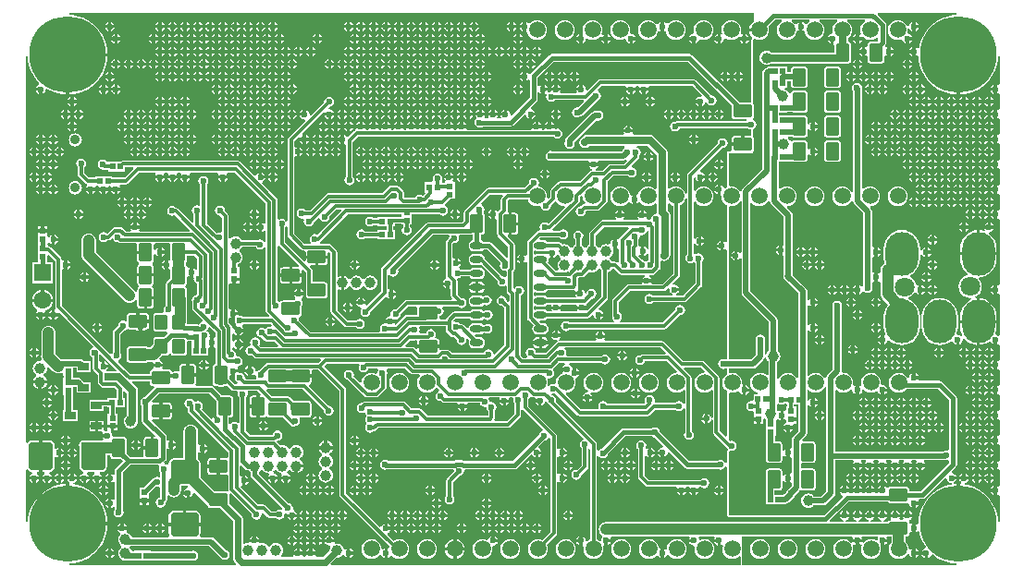
<source format=gbl>
G04 Layer_Physical_Order=2*
G04 Layer_Color=16711680*
%FSLAX44Y44*%
%MOMM*%
G71*
G01*
G75*
%ADD11R,0.6000X0.5000*%
G04:AMPARAMS|DCode=15|XSize=1.2mm|YSize=1.7mm|CornerRadius=0.12mm|HoleSize=0mm|Usage=FLASHONLY|Rotation=90.000|XOffset=0mm|YOffset=0mm|HoleType=Round|Shape=RoundedRectangle|*
%AMROUNDEDRECTD15*
21,1,1.2000,1.4600,0,0,90.0*
21,1,0.9600,1.7000,0,0,90.0*
1,1,0.2400,0.7300,0.4800*
1,1,0.2400,0.7300,-0.4800*
1,1,0.2400,-0.7300,-0.4800*
1,1,0.2400,-0.7300,0.4800*
%
%ADD15ROUNDEDRECTD15*%
%ADD17R,0.5000X0.6000*%
G04:AMPARAMS|DCode=18|XSize=2.2mm|YSize=2.6mm|CornerRadius=0.33mm|HoleSize=0mm|Usage=FLASHONLY|Rotation=90.000|XOffset=0mm|YOffset=0mm|HoleType=Round|Shape=RoundedRectangle|*
%AMROUNDEDRECTD18*
21,1,2.2000,1.9400,0,0,90.0*
21,1,1.5400,2.6000,0,0,90.0*
1,1,0.6600,0.9700,0.7700*
1,1,0.6600,0.9700,-0.7700*
1,1,0.6600,-0.9700,-0.7700*
1,1,0.6600,-0.9700,0.7700*
%
%ADD18ROUNDEDRECTD18*%
%ADD19R,1.0000X0.7000*%
G04:AMPARAMS|DCode=23|XSize=2.2mm|YSize=2.6mm|CornerRadius=0.33mm|HoleSize=0mm|Usage=FLASHONLY|Rotation=0.000|XOffset=0mm|YOffset=0mm|HoleType=Round|Shape=RoundedRectangle|*
%AMROUNDEDRECTD23*
21,1,2.2000,1.9400,0,0,0.0*
21,1,1.5400,2.6000,0,0,0.0*
1,1,0.6600,0.7700,-0.9700*
1,1,0.6600,-0.7700,-0.9700*
1,1,0.6600,-0.7700,0.9700*
1,1,0.6600,0.7700,0.9700*
%
%ADD23ROUNDEDRECTD23*%
G04:AMPARAMS|DCode=25|XSize=1.2mm|YSize=1.7mm|CornerRadius=0.12mm|HoleSize=0mm|Usage=FLASHONLY|Rotation=180.000|XOffset=0mm|YOffset=0mm|HoleType=Round|Shape=RoundedRectangle|*
%AMROUNDEDRECTD25*
21,1,1.2000,1.4600,0,0,180.0*
21,1,0.9600,1.7000,0,0,180.0*
1,1,0.2400,-0.4800,0.7300*
1,1,0.2400,0.4800,0.7300*
1,1,0.2400,0.4800,-0.7300*
1,1,0.2400,-0.4800,-0.7300*
%
%ADD25ROUNDEDRECTD25*%
%ADD48C,0.3000*%
%ADD49C,0.5000*%
%ADD50C,0.4000*%
%ADD51C,0.1500*%
%ADD52C,0.6000*%
%ADD53C,0.7000*%
%ADD54C,1.0000*%
%ADD57C,7.0000*%
%ADD58C,1.8000*%
%ADD59O,3.0000X4.0000*%
%ADD60C,1.0000*%
%ADD61R,1.6000X1.6000*%
%ADD62C,1.6000*%
%ADD63C,0.9000*%
%ADD64C,1.5000*%
%ADD65C,0.6000*%
%ADD66C,0.7000*%
%ADD67O,1.2000X0.7000*%
G04:AMPARAMS|DCode=68|XSize=1.4mm|YSize=1.2mm|CornerRadius=0.12mm|HoleSize=0mm|Usage=FLASHONLY|Rotation=90.000|XOffset=0mm|YOffset=0mm|HoleType=Round|Shape=RoundedRectangle|*
%AMROUNDEDRECTD68*
21,1,1.4000,0.9600,0,0,90.0*
21,1,1.1600,1.2000,0,0,90.0*
1,1,0.2400,0.4800,0.5800*
1,1,0.2400,0.4800,-0.5800*
1,1,0.2400,-0.4800,-0.5800*
1,1,0.2400,-0.4800,0.5800*
%
%ADD68ROUNDEDRECTD68*%
G36*
X853457Y506461D02*
X850476Y506265D01*
X845783Y505332D01*
X841252Y503794D01*
X836961Y501678D01*
X832982Y499020D01*
X829385Y495865D01*
X826230Y492267D01*
X823572Y488289D01*
X821456Y483998D01*
X819918Y479467D01*
X819339Y476558D01*
X817747Y476241D01*
X817745Y476245D01*
X816256Y477239D01*
X816000Y477290D01*
Y473000D01*
Y468711D01*
X816256Y468761D01*
X817208Y469397D01*
X818741Y468774D01*
X818753Y468763D01*
X818985Y465226D01*
X819918Y460533D01*
X821456Y456002D01*
X823572Y451711D01*
X826230Y447733D01*
X829385Y444135D01*
X832982Y440980D01*
X836961Y438322D01*
X841252Y436206D01*
X845783Y434668D01*
X850476Y433735D01*
X853750Y433520D01*
Y470000D01*
X856750D01*
Y433520D01*
X860024Y433735D01*
X864717Y434668D01*
X869248Y436206D01*
X873539Y438322D01*
X877517Y440980D01*
X881115Y444135D01*
X884269Y447733D01*
X886928Y451711D01*
X889044Y456002D01*
X890582Y460533D01*
X891515Y465226D01*
X891711Y468207D01*
X893211Y468158D01*
Y443070D01*
X891711Y442268D01*
X891006Y442739D01*
X890750Y442790D01*
Y438500D01*
Y434211D01*
X891006Y434261D01*
X891711Y434732D01*
X893211Y433931D01*
Y420070D01*
X891711Y419268D01*
X891006Y419739D01*
X890750Y419790D01*
Y415500D01*
Y411211D01*
X891006Y411261D01*
X891711Y411732D01*
X893211Y410930D01*
Y397070D01*
X891711Y396268D01*
X891006Y396739D01*
X890750Y396790D01*
Y392500D01*
Y388210D01*
X891006Y388261D01*
X891711Y388732D01*
X893211Y387930D01*
Y374070D01*
X891711Y373268D01*
X891006Y373739D01*
X890750Y373790D01*
Y369500D01*
Y365210D01*
X891006Y365261D01*
X891711Y365732D01*
X893211Y364930D01*
Y351070D01*
X891711Y350268D01*
X891006Y350739D01*
X890750Y350790D01*
Y346500D01*
Y342210D01*
X891006Y342261D01*
X891711Y342732D01*
X893211Y341931D01*
Y328070D01*
X891711Y327268D01*
X891006Y327739D01*
X890750Y327790D01*
Y323500D01*
Y319210D01*
X891006Y319261D01*
X891711Y319732D01*
X893211Y318930D01*
Y259070D01*
X891711Y258268D01*
X891006Y258739D01*
X890750Y258790D01*
Y254500D01*
Y250210D01*
X891006Y250261D01*
X891711Y250732D01*
X893211Y249930D01*
Y213070D01*
X891711Y212268D01*
X891006Y212739D01*
X890002Y212939D01*
X889735Y213157D01*
X889047Y214337D01*
X889013Y214548D01*
X889761Y217015D01*
X890080Y220250D01*
Y223750D01*
X875000D01*
Y203818D01*
X876735Y203989D01*
X879845Y204932D01*
X882711Y206464D01*
X883647Y207232D01*
X884096Y207072D01*
X885155Y206529D01*
X886006Y205256D01*
X887494Y204261D01*
X887750Y204210D01*
Y208500D01*
X890750D01*
Y204210D01*
X891006Y204261D01*
X891711Y204732D01*
X893211Y203930D01*
Y190070D01*
X891711Y189268D01*
X891006Y189739D01*
X890750Y189790D01*
Y185500D01*
Y181210D01*
X891006Y181261D01*
X891711Y181732D01*
X893211Y180930D01*
Y167070D01*
X891711Y166268D01*
X891006Y166739D01*
X890750Y166790D01*
Y162500D01*
Y158210D01*
X891006Y158261D01*
X891711Y158732D01*
X893211Y157930D01*
Y144070D01*
X891711Y143268D01*
X891006Y143739D01*
X890750Y143790D01*
Y139500D01*
Y135210D01*
X891006Y135261D01*
X891711Y135732D01*
X893211Y134930D01*
Y121070D01*
X891711Y120268D01*
X891006Y120739D01*
X890750Y120790D01*
Y116500D01*
Y112210D01*
X891006Y112261D01*
X891711Y112732D01*
X893211Y111930D01*
Y98070D01*
X891711Y97268D01*
X891006Y97739D01*
X890750Y97790D01*
Y93500D01*
Y89210D01*
X891006Y89261D01*
X891711Y89732D01*
X893211Y88930D01*
Y75070D01*
X891711Y74268D01*
X891006Y74739D01*
X890750Y74790D01*
Y70500D01*
Y66210D01*
X891006Y66261D01*
X891711Y66732D01*
X893211Y65930D01*
Y41842D01*
X891711Y41793D01*
X891515Y44774D01*
X890582Y49467D01*
X889044Y53998D01*
X886928Y58289D01*
X884269Y62267D01*
X881115Y65865D01*
X877517Y69019D01*
X873539Y71678D01*
X869248Y73794D01*
X864717Y75332D01*
X861225Y76027D01*
Y77556D01*
X862256Y77761D01*
X863745Y78756D01*
X864739Y80244D01*
X864790Y80500D01*
X856210D01*
X856261Y80244D01*
X857256Y78756D01*
X857388Y78668D01*
X857740Y76628D01*
X857589Y76425D01*
X856750Y76480D01*
Y40000D01*
X853750D01*
Y76480D01*
X851070Y76304D01*
X850756Y77761D01*
X852244Y78756D01*
X853239Y80244D01*
X853290Y80500D01*
X849000D01*
Y83500D01*
X853290D01*
X853239Y83756D01*
X852244Y85245D01*
X850756Y86239D01*
X849631Y86463D01*
X849060Y88013D01*
X853023Y91977D01*
X853797Y93134D01*
X854069Y94500D01*
Y155000D01*
X853797Y156366D01*
X853023Y157523D01*
X840523Y170024D01*
X839365Y170797D01*
X838000Y171069D01*
X819620D01*
X818841Y172500D01*
X814500D01*
Y174000D01*
X813000D01*
Y178290D01*
X812744Y178239D01*
X811256Y177244D01*
X810261Y175756D01*
X810003Y174457D01*
X809508Y174229D01*
X808486Y174068D01*
X807219Y175719D01*
X805339Y177161D01*
X803149Y178068D01*
X800800Y178378D01*
X798450Y178068D01*
X796261Y177161D01*
X794381Y175719D01*
X792939Y173839D01*
X792032Y171649D01*
X791722Y169300D01*
X792032Y166950D01*
X792939Y164761D01*
X794381Y162881D01*
X796261Y161439D01*
X798450Y160532D01*
X800800Y160222D01*
X803149Y160532D01*
X805339Y161439D01*
X807219Y162881D01*
X808025Y163932D01*
X836522D01*
X846931Y153522D01*
Y107870D01*
X845431Y107053D01*
X844000Y107338D01*
X842244Y106989D01*
X841256Y106328D01*
X742578D01*
Y161846D01*
X744078Y162500D01*
X745461Y161439D01*
X747651Y160532D01*
X750000Y160222D01*
X752349Y160532D01*
X754539Y161439D01*
X756419Y162881D01*
X756810Y163391D01*
X758213Y162755D01*
X758162Y162500D01*
X758511Y160744D01*
X759506Y159256D01*
X760994Y158261D01*
X761250Y158210D01*
Y162500D01*
Y166790D01*
X760994Y166739D01*
X760040Y166101D01*
X759044Y166766D01*
X758783Y167066D01*
X759078Y169300D01*
X758768Y171649D01*
X757861Y173839D01*
X756419Y175719D01*
X754539Y177161D01*
X752349Y178068D01*
X750000Y178378D01*
X749561Y178320D01*
X748299Y179667D01*
X748328Y179813D01*
X748328Y179814D01*
Y237754D01*
X748489Y237994D01*
X748838Y239750D01*
X748489Y241506D01*
X747494Y242994D01*
X746006Y243989D01*
X744250Y244338D01*
X742494Y243989D01*
X741006Y242994D01*
X740011Y241506D01*
X739662Y239750D01*
X740011Y237994D01*
X740172Y237754D01*
Y181503D01*
X735616Y176947D01*
X734732Y175624D01*
X734422Y174063D01*
X734150Y173682D01*
X732461Y173839D01*
X731019Y175719D01*
X729139Y177161D01*
X726949Y178068D01*
X724600Y178378D01*
X722251Y178068D01*
X720061Y177161D01*
X718328Y175832D01*
X717066Y176098D01*
X716828Y176178D01*
Y217274D01*
X718219Y218159D01*
X718328Y218144D01*
X719256Y216756D01*
X720744Y215761D01*
X721000Y215710D01*
Y220000D01*
Y224290D01*
X720744Y224239D01*
X719256Y223244D01*
X718328Y221856D01*
X718219Y221842D01*
X716828Y222726D01*
Y240274D01*
X718219Y241159D01*
X718328Y241144D01*
X719256Y239756D01*
X720744Y238761D01*
X721000Y238710D01*
Y243000D01*
Y247290D01*
X720744Y247239D01*
X719256Y246245D01*
X718328Y244856D01*
X718219Y244842D01*
X716828Y245726D01*
Y253250D01*
X716828Y253250D01*
X716518Y254811D01*
X715634Y256134D01*
X703919Y267848D01*
X703739Y268756D01*
X703578Y268996D01*
Y322937D01*
X703268Y324497D01*
X702384Y325820D01*
X702384Y325820D01*
X698323Y329882D01*
X698921Y331404D01*
X700649Y331632D01*
X702839Y332539D01*
X704719Y333981D01*
X706161Y335861D01*
X707068Y338050D01*
X707378Y340400D01*
X707068Y342749D01*
X706161Y344939D01*
X704719Y346819D01*
X702839Y348261D01*
X700649Y349168D01*
X698300Y349478D01*
X695950Y349168D01*
X693761Y348261D01*
X692378Y347200D01*
X690878Y347854D01*
Y371750D01*
X698750D01*
Y372172D01*
X703250D01*
X703646Y371907D01*
X704700Y371697D01*
X714300D01*
X715353Y371907D01*
X716247Y372503D01*
X716843Y373396D01*
X717053Y374450D01*
Y378353D01*
X718553Y378808D01*
X719256Y377756D01*
X720744Y376761D01*
X721000Y376710D01*
Y381000D01*
Y385290D01*
X720744Y385239D01*
X719256Y384244D01*
X718553Y383192D01*
X717053Y383647D01*
Y389050D01*
X716843Y390103D01*
X716247Y390997D01*
X715353Y391593D01*
X714300Y391803D01*
X704700D01*
X703646Y391593D01*
X702882Y391083D01*
X702594Y391025D01*
X701178Y391278D01*
X700136Y392636D01*
X699342Y393245D01*
X699201Y393543D01*
X699796Y394922D01*
X703250D01*
X703646Y394657D01*
X704700Y394447D01*
X714300D01*
X715353Y394657D01*
X716247Y395253D01*
X716843Y396147D01*
X717053Y397200D01*
Y401353D01*
X718553Y401808D01*
X719256Y400756D01*
X720744Y399761D01*
X721000Y399711D01*
Y404000D01*
Y408290D01*
X720744Y408239D01*
X719256Y407244D01*
X718553Y406192D01*
X717053Y406647D01*
Y411800D01*
X716843Y412854D01*
X716247Y413747D01*
X715353Y414343D01*
X714300Y414553D01*
X704700D01*
X703646Y414343D01*
X703250Y414078D01*
X698750D01*
Y414500D01*
X691328D01*
Y417000D01*
X698750D01*
Y417422D01*
X703250D01*
X703646Y417157D01*
X704700Y416947D01*
X714300D01*
X715353Y417157D01*
X716247Y417753D01*
X716843Y418647D01*
X717053Y419700D01*
Y434300D01*
X716843Y435354D01*
X716247Y436247D01*
X715353Y436843D01*
X714300Y437053D01*
X704700D01*
X703646Y436843D01*
X702753Y436247D01*
X702157Y435354D01*
X702011Y434624D01*
X700992Y434359D01*
X700484Y434390D01*
X700212Y435049D01*
X699170Y436407D01*
X697812Y437449D01*
X696231Y438104D01*
X696584Y439500D01*
X698750D01*
Y443606D01*
X698828Y444000D01*
Y445672D01*
X701947D01*
Y442200D01*
X702157Y441147D01*
X702753Y440253D01*
X703646Y439657D01*
X704700Y439447D01*
X714300D01*
X715353Y439657D01*
X716247Y440253D01*
X716843Y441147D01*
X717053Y442200D01*
Y456800D01*
X716843Y457854D01*
X716247Y458747D01*
X715353Y459343D01*
X714300Y459553D01*
X704700D01*
X703646Y459343D01*
X702753Y458747D01*
X702157Y457854D01*
X701947Y456800D01*
Y453828D01*
X698750D01*
Y459500D01*
X683250D01*
Y459078D01*
X681750D01*
X681750Y459078D01*
X680189Y458768D01*
X678866Y457884D01*
X678866Y457884D01*
X676866Y455884D01*
X675982Y454561D01*
X675672Y453000D01*
X675672Y453000D01*
Y421000D01*
X675672Y421000D01*
X675672Y421000D01*
Y365439D01*
X657866Y347634D01*
X656982Y346311D01*
X656799Y345389D01*
X655959Y345126D01*
X655217Y345127D01*
X653919Y346819D01*
X652039Y348261D01*
X649849Y349168D01*
X647500Y349478D01*
X646500Y349346D01*
X645000Y350662D01*
Y380000D01*
X667500D01*
Y381633D01*
X667843Y382146D01*
X668053Y383200D01*
Y392800D01*
X667843Y393853D01*
X667500Y394367D01*
Y401760D01*
X667506Y401761D01*
X668994Y402756D01*
X669989Y404244D01*
X670338Y406000D01*
X669989Y407756D01*
X668994Y409244D01*
X667506Y410239D01*
X667500Y410240D01*
Y412133D01*
X667843Y412646D01*
X668053Y413700D01*
Y423300D01*
X667843Y424353D01*
X667500Y424867D01*
Y483840D01*
X669000Y484674D01*
X670551Y484032D01*
X672900Y483722D01*
X675249Y484032D01*
X677439Y484939D01*
X679319Y486381D01*
X680761Y488261D01*
X681668Y490451D01*
X681978Y492800D01*
X681668Y495149D01*
X681266Y496120D01*
X687328Y502181D01*
X693511D01*
X693809Y500681D01*
X693761Y500662D01*
X691881Y499219D01*
X690439Y497339D01*
X689532Y495149D01*
X689222Y492800D01*
X689532Y490451D01*
X690439Y488261D01*
X691881Y486381D01*
X693761Y484939D01*
X695950Y484032D01*
X698300Y483722D01*
X700649Y484032D01*
X702839Y484939D01*
X704719Y486381D01*
X706161Y488261D01*
X707068Y490451D01*
X707185Y491334D01*
X708793Y492063D01*
X709244Y491761D01*
X709500Y491711D01*
Y496000D01*
Y500290D01*
X709244Y500239D01*
X707756Y499245D01*
X707213Y498432D01*
X705464Y498268D01*
X705442Y498276D01*
X704719Y499219D01*
X702839Y500662D01*
X702791Y500681D01*
X703089Y502181D01*
X718911D01*
X719209Y500681D01*
X719161Y500662D01*
X717281Y499219D01*
X716558Y498276D01*
X716536Y498268D01*
X714787Y498433D01*
X714245Y499245D01*
X712756Y500239D01*
X712500Y500290D01*
Y496000D01*
Y491711D01*
X712756Y491761D01*
X713206Y492062D01*
X714816Y491333D01*
X714932Y490451D01*
X715838Y488261D01*
X717281Y486381D01*
X719161Y484939D01*
X721350Y484032D01*
X723700Y483722D01*
X726049Y484032D01*
X728239Y484939D01*
X730119Y486381D01*
X731562Y488261D01*
X732468Y490451D01*
X732778Y492800D01*
X732468Y495149D01*
X731562Y497339D01*
X730119Y499219D01*
X728239Y500662D01*
X728191Y500681D01*
X728489Y502181D01*
X744311D01*
X744609Y500681D01*
X744561Y500662D01*
X742681Y499219D01*
X741238Y497339D01*
X740332Y495149D01*
X740022Y492800D01*
X740332Y490451D01*
X740361Y490380D01*
X739309Y489001D01*
X737994Y488739D01*
X736506Y487745D01*
X735511Y486256D01*
X735460Y486000D01*
X739750D01*
Y484500D01*
X741250D01*
Y479549D01*
X741947Y478889D01*
Y472348D01*
X683784D01*
X683028Y472928D01*
X681447Y473583D01*
X679750Y473806D01*
X678053Y473583D01*
X676472Y472928D01*
X675114Y471886D01*
X674072Y470528D01*
X673417Y468947D01*
X673194Y467250D01*
X673417Y465553D01*
X674072Y463972D01*
X675114Y462614D01*
X676472Y461572D01*
X678053Y460917D01*
X679750Y460694D01*
X681447Y460917D01*
X683028Y461572D01*
X683784Y462152D01*
X749000D01*
X749227Y462197D01*
X754300D01*
X755353Y462407D01*
X756247Y463003D01*
X756843Y463896D01*
X757053Y464950D01*
Y479550D01*
X756843Y480603D01*
X756247Y481497D01*
X755353Y482093D01*
X754598Y482244D01*
Y485675D01*
X755519Y486381D01*
X756962Y488261D01*
X757868Y490451D01*
X758178Y492800D01*
X757868Y495149D01*
X756962Y497339D01*
X755519Y499219D01*
X753639Y500662D01*
X753591Y500681D01*
X753889Y502181D01*
X769711D01*
X770009Y500681D01*
X769961Y500662D01*
X768081Y499219D01*
X766638Y497339D01*
X765732Y495149D01*
X765422Y492800D01*
X765732Y490451D01*
X766148Y489446D01*
X764936Y488452D01*
X764506Y488739D01*
X764250Y488790D01*
Y486000D01*
X768556D01*
X768568Y486008D01*
X769961Y484939D01*
X772150Y484032D01*
X774500Y483722D01*
X776850Y484032D01*
X779039Y484939D01*
X780431Y486007D01*
X781931Y485363D01*
Y482978D01*
X781256Y482303D01*
X775200D01*
X774146Y482093D01*
X773253Y481497D01*
X772657Y480603D01*
X772447Y479550D01*
Y477579D01*
X770947Y476777D01*
X770256Y477239D01*
X770000Y477290D01*
Y473000D01*
Y468711D01*
X770256Y468761D01*
X770947Y469223D01*
X772447Y468421D01*
Y464950D01*
X772657Y463896D01*
X773253Y463003D01*
X774146Y462407D01*
X775200Y462197D01*
X784800D01*
X785854Y462407D01*
X786747Y463003D01*
X787343Y463896D01*
X787553Y464950D01*
Y468422D01*
X789053Y469223D01*
X789744Y468761D01*
X790000Y468711D01*
Y473000D01*
Y477290D01*
X789744Y477239D01*
X789560Y477116D01*
X788094Y477837D01*
X787976Y478930D01*
X788023Y478977D01*
X788797Y480134D01*
X789069Y481500D01*
Y497356D01*
X788797Y498722D01*
X788023Y499880D01*
X781580Y506323D01*
X781374Y506461D01*
X781829Y507961D01*
X853408D01*
X853457Y506461D01*
D02*
G37*
G36*
X668053Y500425D02*
X666481Y499219D01*
X665039Y497339D01*
X664132Y495149D01*
X664020Y494300D01*
X672900D01*
Y491300D01*
X664020D01*
X664132Y490451D01*
X665039Y488261D01*
X666288Y486632D01*
X666447Y486139D01*
X666443Y485493D01*
X666442Y485465D01*
X666302Y484790D01*
X666205Y484602D01*
X666087Y484425D01*
X666070Y484338D01*
X666029Y484259D01*
X666012Y484048D01*
X665971Y483840D01*
Y426603D01*
X665300Y426053D01*
X663184D01*
X661750Y426338D01*
X660316Y426053D01*
X655494D01*
X611773Y469773D01*
X610616Y470547D01*
X609250Y470819D01*
X483250D01*
X481884Y470547D01*
X480727Y469773D01*
X463977Y453023D01*
X463532Y452358D01*
X461952Y452302D01*
X461851Y452337D01*
X461245Y453245D01*
X459756Y454239D01*
X459500Y454290D01*
Y450000D01*
Y445710D01*
X459756Y445761D01*
X461245Y446756D01*
X461431Y447036D01*
X462931Y446581D01*
Y430728D01*
X446660Y414457D01*
X445278Y415196D01*
X445338Y415500D01*
X444989Y417256D01*
X443994Y418745D01*
X442506Y419739D01*
X442250Y419790D01*
Y415500D01*
X440750D01*
Y414000D01*
X436460D01*
X436511Y413744D01*
X436963Y413069D01*
X436161Y411569D01*
X433839D01*
X433037Y413069D01*
X433489Y413744D01*
X433540Y414000D01*
X424960D01*
X425011Y413744D01*
X425463Y413069D01*
X424661Y411569D01*
X422339D01*
X421538Y413069D01*
X421989Y413744D01*
X422040Y414000D01*
X413460D01*
X413511Y413744D01*
X413908Y413150D01*
X413756Y411244D01*
X412761Y409756D01*
X412412Y408000D01*
X412761Y406244D01*
X413756Y404756D01*
X415244Y403761D01*
X417000Y403412D01*
X418756Y403761D01*
X419759Y404431D01*
X445250D01*
X446616Y404703D01*
X447773Y405477D01*
X457737Y415440D01*
X459287Y414869D01*
X459511Y413744D01*
X460506Y412256D01*
X461994Y411261D01*
X462250Y411211D01*
Y415500D01*
X463750D01*
Y417000D01*
X468040D01*
X467989Y417256D01*
X466995Y418745D01*
X465506Y419739D01*
X464381Y419963D01*
X463810Y421513D01*
X469023Y426727D01*
X469797Y427884D01*
X470069Y429250D01*
Y435455D01*
X471569Y435910D01*
X472006Y435256D01*
X473494Y434261D01*
X473750Y434211D01*
Y438500D01*
Y442790D01*
X473494Y442739D01*
X472006Y441745D01*
X471569Y441090D01*
X470069Y441545D01*
Y449022D01*
X484728Y463681D01*
X607772D01*
X647981Y423472D01*
X647947Y423300D01*
Y413700D01*
X648157Y412646D01*
X648753Y411753D01*
X649647Y411157D01*
X650700Y410947D01*
X660922D01*
X661659Y409447D01*
X661359Y409059D01*
X597500D01*
X596329Y408826D01*
X596211Y408746D01*
X595750Y408838D01*
X593994Y408489D01*
X592506Y407494D01*
X591511Y406006D01*
X591162Y404250D01*
X591511Y402494D01*
X592506Y401006D01*
X593994Y400011D01*
X595750Y399662D01*
X597506Y400011D01*
X598994Y401006D01*
X599989Y402494D01*
X600078Y402941D01*
X662382D01*
X662506Y402756D01*
X663994Y401761D01*
X665750Y401412D01*
X665971Y401231D01*
Y396103D01*
X665300Y395553D01*
X659500D01*
Y388000D01*
X658000D01*
Y386500D01*
X647947D01*
Y383200D01*
X647981Y383029D01*
X646902Y381529D01*
X645000D01*
X644415Y381413D01*
X643919Y381081D01*
X643587Y380585D01*
X643471Y380000D01*
Y350662D01*
X643481Y350612D01*
X643474Y350561D01*
X643538Y350321D01*
X643587Y350076D01*
X643624Y349960D01*
X643450Y348937D01*
X643370Y348732D01*
X643104Y348321D01*
X642961Y348261D01*
X642142Y347633D01*
X640489Y348255D01*
X640489Y348256D01*
X639495Y349744D01*
X638006Y350739D01*
X637750Y350790D01*
Y346500D01*
Y341555D01*
X638491Y340918D01*
X638422Y340400D01*
X638732Y338050D01*
X639638Y335861D01*
X641081Y333981D01*
X642961Y332539D01*
X643104Y332480D01*
X643370Y332067D01*
X643450Y331863D01*
X643624Y330840D01*
X643587Y330724D01*
X643538Y330479D01*
X643474Y330239D01*
X643481Y330188D01*
X643471Y330139D01*
Y298485D01*
X641994Y297994D01*
X640506Y298989D01*
X640250Y299040D01*
Y294750D01*
Y290460D01*
X640506Y290511D01*
X641994Y291506D01*
X643471Y291015D01*
Y277500D01*
Y190578D01*
X641996D01*
X641756Y190739D01*
X640000Y191088D01*
X638244Y190739D01*
X636756Y189744D01*
X635761Y188256D01*
X635412Y186500D01*
X635761Y184744D01*
X636756Y183256D01*
X638244Y182261D01*
X640000Y181912D01*
X641756Y182261D01*
X641996Y182422D01*
X643471D01*
Y179062D01*
X643505Y178890D01*
X643510Y178716D01*
X643539Y178652D01*
X643570Y178561D01*
X643587Y178477D01*
X643696Y177955D01*
X643475Y177160D01*
X643202Y176656D01*
X641981Y175719D01*
X640538Y173839D01*
X639632Y171649D01*
X639322Y169300D01*
X639632Y166950D01*
X640538Y164761D01*
X641981Y162881D01*
X643202Y161945D01*
X643475Y161440D01*
X643696Y160645D01*
X643587Y160123D01*
X643570Y160039D01*
X643539Y159948D01*
X643510Y159884D01*
X643505Y159709D01*
X643471Y159538D01*
Y120315D01*
X642085Y119741D01*
X636559Y125267D01*
Y173649D01*
X636559Y173649D01*
X636326Y174820D01*
X635663Y175812D01*
X635663Y175812D01*
X622812Y188663D01*
X621820Y189326D01*
X620649Y189559D01*
X620649Y189559D01*
X603267D01*
X586163Y206663D01*
X585171Y207326D01*
X584000Y207559D01*
X584000Y207559D01*
X531822D01*
X531114Y209059D01*
X531739Y209994D01*
X531790Y210250D01*
X523210D01*
X523261Y209994D01*
X523886Y209059D01*
X523178Y207559D01*
X489772D01*
X489772Y207559D01*
X489378Y209010D01*
X490494Y209756D01*
X491489Y211244D01*
X491540Y211500D01*
X482960D01*
X483011Y211244D01*
X484006Y209756D01*
X485494Y208761D01*
X487250Y208412D01*
X487644Y208490D01*
X488229Y207077D01*
X487609Y206663D01*
X477505Y196559D01*
X468526D01*
X468361Y196760D01*
X468012Y198515D01*
X467017Y200004D01*
X465528Y200998D01*
X463773Y201348D01*
X462017Y200998D01*
X460528Y200004D01*
X459534Y198515D01*
X459184Y196760D01*
X459534Y195004D01*
X460499Y193559D01*
X460448Y193291D01*
X460008Y192059D01*
X456767D01*
X454927Y193899D01*
X454826Y194406D01*
X454809Y194431D01*
Y249071D01*
X455006Y249110D01*
X456494Y250105D01*
X457489Y251593D01*
X457838Y253349D01*
X457489Y255105D01*
X456494Y256593D01*
X455006Y257588D01*
X453250Y257937D01*
X451494Y257588D01*
X450006Y256593D01*
X449309Y255550D01*
X447809Y256005D01*
Y271248D01*
X448413Y271852D01*
X449076Y272844D01*
X449309Y274015D01*
X449309Y274015D01*
Y295710D01*
X449309Y295710D01*
X449076Y296881D01*
X448413Y297873D01*
X448413Y297873D01*
X442725Y303561D01*
X443299Y304947D01*
X443500D01*
Y315000D01*
Y325053D01*
X443251D01*
X442486Y326142D01*
X442363Y326553D01*
X442559Y327540D01*
X442559Y327540D01*
Y335983D01*
X443917Y337341D01*
X461226D01*
X461838Y335861D01*
X463281Y333981D01*
X465161Y332539D01*
X467351Y331632D01*
X469700Y331322D01*
X471712Y331587D01*
X472172Y331528D01*
X473333Y330540D01*
X473511Y329644D01*
X474506Y328156D01*
X475994Y327161D01*
X477750Y326812D01*
X479506Y327161D01*
X480994Y328156D01*
X481989Y329644D01*
X482338Y331400D01*
X482295Y331619D01*
X485908Y335232D01*
X486005Y335278D01*
X487843Y335074D01*
X488681Y333981D01*
X490561Y332539D01*
X492751Y331632D01*
X494503Y331401D01*
X495115Y329892D01*
X481015Y315792D01*
X479744Y314994D01*
X478256Y315989D01*
X476500Y316338D01*
X474744Y315989D01*
X473256Y314994D01*
X472261Y313506D01*
X471912Y311750D01*
X472248Y310059D01*
X472273Y309763D01*
X472091Y309423D01*
X471439Y308525D01*
X470437Y308326D01*
X469445Y307663D01*
X461587Y299805D01*
X460924Y298813D01*
X460691Y297642D01*
X460691Y297642D01*
Y286155D01*
X459191Y285700D01*
X458994Y285994D01*
X457506Y286989D01*
X457250Y287040D01*
Y282750D01*
Y278460D01*
X457506Y278511D01*
X458994Y279506D01*
X459191Y279800D01*
X460691Y279345D01*
Y228758D01*
X460691Y228758D01*
X460924Y227587D01*
X461587Y226595D01*
X466317Y221864D01*
X465540Y220701D01*
X465152Y218750D01*
X465540Y216799D01*
X466645Y215145D01*
X468299Y214040D01*
X470250Y213652D01*
X475250D01*
X477201Y214040D01*
X478855Y215145D01*
X479960Y216799D01*
X480348Y218750D01*
X479960Y220701D01*
X478855Y222355D01*
X477201Y223460D01*
X475250Y223848D01*
X472985D01*
X471867Y224966D01*
X472441Y226352D01*
X475250D01*
X477201Y226740D01*
X478855Y227845D01*
X479220Y228391D01*
X515700D01*
X515700Y228391D01*
X516870Y228624D01*
X517863Y229287D01*
X519730Y231154D01*
X521292Y230595D01*
X521511Y229494D01*
X522506Y228006D01*
X523994Y227011D01*
X524250Y226960D01*
Y231250D01*
X525750D01*
Y232750D01*
X530040D01*
X529989Y233006D01*
X528994Y234494D01*
X527506Y235489D01*
X526405Y235708D01*
X525846Y237270D01*
X533663Y245087D01*
X533663Y245087D01*
X534326Y246080D01*
X534559Y247250D01*
Y270812D01*
X534597Y270817D01*
X536178Y271472D01*
X537536Y272514D01*
X538385Y273621D01*
X539709Y273761D01*
X540054Y273727D01*
X544602Y269179D01*
X544602Y269179D01*
X545594Y268516D01*
X546765Y268284D01*
X546765Y268284D01*
X567900D01*
X568187Y266784D01*
X567006Y265994D01*
X566011Y264506D01*
X565960Y264250D01*
X574540D01*
X574489Y264506D01*
X573494Y265994D01*
X572313Y266784D01*
X572600Y268284D01*
X575485D01*
X575485Y268284D01*
X576656Y268516D01*
X577648Y269179D01*
X581663Y273194D01*
X581663Y273194D01*
X582326Y274186D01*
X582559Y275357D01*
X582559Y275357D01*
Y280445D01*
X583882Y281152D01*
X584049Y281040D01*
X586000Y280652D01*
X587951Y281040D01*
X589605Y282145D01*
X590355Y282895D01*
X591460Y284549D01*
X591848Y286500D01*
Y322814D01*
X591460Y324765D01*
X590355Y326418D01*
X589298Y327475D01*
Y332912D01*
X590798Y333585D01*
X592161Y332539D01*
X594095Y331738D01*
Y269517D01*
X584137Y259559D01*
X575261D01*
X574479Y260793D01*
X574502Y261059D01*
X574540Y261250D01*
X565960D01*
X565998Y261059D01*
X566021Y260793D01*
X565239Y259559D01*
X553500D01*
X552329Y259326D01*
X551337Y258663D01*
X551337Y258663D01*
X539337Y246663D01*
X538674Y245671D01*
X538441Y244500D01*
X538441Y244500D01*
Y231033D01*
X538188Y229761D01*
X538538Y228005D01*
X539532Y226517D01*
X540592Y225809D01*
X540137Y224309D01*
X499368D01*
X499244Y224494D01*
X497756Y225489D01*
X496000Y225838D01*
X494244Y225489D01*
X492756Y224494D01*
X491761Y223006D01*
X491412Y221250D01*
X491761Y219494D01*
X492756Y218006D01*
X494244Y217011D01*
X496000Y216662D01*
X497756Y217011D01*
X499244Y218006D01*
X499368Y218191D01*
X585750D01*
X585750Y218191D01*
X586921Y218424D01*
X587913Y219087D01*
X600281Y231455D01*
X600500Y231412D01*
X602256Y231761D01*
X603744Y232756D01*
X604739Y234244D01*
X605088Y236000D01*
X604739Y237756D01*
X603744Y239244D01*
X602256Y240239D01*
X600500Y240588D01*
X598744Y240239D01*
X597256Y239244D01*
X596261Y237756D01*
X595912Y236000D01*
X595955Y235781D01*
X584483Y224309D01*
X545416D01*
X544961Y225809D01*
X546021Y226517D01*
X547015Y228005D01*
X547365Y229761D01*
X547015Y231517D01*
X546021Y233006D01*
X544559Y233982D01*
Y243233D01*
X554767Y253441D01*
X585404D01*
X585404Y253441D01*
X586574Y253674D01*
X587567Y254337D01*
X589419Y256189D01*
X590801Y255450D01*
X590662Y254750D01*
X591011Y252994D01*
X592006Y251506D01*
X593423Y250559D01*
X593443Y250447D01*
X592897Y249059D01*
X575868D01*
X575744Y249244D01*
X574256Y250239D01*
X572500Y250588D01*
X570744Y250239D01*
X569256Y249244D01*
X568261Y247756D01*
X567912Y246000D01*
X568261Y244244D01*
X569256Y242756D01*
X570744Y241761D01*
X572500Y241412D01*
X574256Y241761D01*
X575744Y242756D01*
X575868Y242941D01*
X604250D01*
X604250Y242941D01*
X605420Y243174D01*
X606413Y243837D01*
X619693Y257117D01*
X620356Y258110D01*
X620589Y259280D01*
X620589Y259280D01*
Y280145D01*
X620774Y280270D01*
X621769Y281758D01*
X622118Y283514D01*
X621769Y285270D01*
X620774Y286758D01*
X619286Y287753D01*
X617530Y288102D01*
X615774Y287753D01*
X614834Y287124D01*
X614316Y287020D01*
X613059Y287831D01*
Y296344D01*
X614559Y296799D01*
X615256Y295756D01*
X616744Y294761D01*
X617000Y294710D01*
Y299000D01*
Y303290D01*
X616744Y303239D01*
X615256Y302244D01*
X614559Y301201D01*
X613059Y301656D01*
Y334935D01*
X614559Y335444D01*
X615681Y333981D01*
X617561Y332539D01*
X619751Y331632D01*
X622100Y331322D01*
X624450Y331632D01*
X626639Y332539D01*
X628519Y333981D01*
X629962Y335861D01*
X630868Y338050D01*
X631178Y340400D01*
X630868Y342749D01*
X629962Y344939D01*
X628519Y346819D01*
X626639Y348261D01*
X624450Y349168D01*
X622100Y349478D01*
X619751Y349168D01*
X617561Y348261D01*
X615681Y346819D01*
X614559Y345356D01*
X613059Y345865D01*
Y357115D01*
X614559Y357262D01*
X614761Y356244D01*
X615756Y354756D01*
X617244Y353761D01*
X617500Y353710D01*
Y358000D01*
X619000D01*
Y359500D01*
X623290D01*
X623239Y359756D01*
X622244Y361245D01*
X620756Y362239D01*
X619447Y362500D01*
X618885Y363736D01*
X618856Y364030D01*
X639281Y384455D01*
X639500Y384412D01*
X641256Y384761D01*
X642744Y385756D01*
X643739Y387244D01*
X644088Y389000D01*
X643739Y390756D01*
X642744Y392244D01*
X641256Y393239D01*
X639500Y393588D01*
X637744Y393239D01*
X636256Y392244D01*
X635261Y390756D01*
X634912Y389000D01*
X634955Y388781D01*
X607837Y361663D01*
X607174Y360671D01*
X606941Y359500D01*
X606941Y359500D01*
Y342970D01*
X605468Y342749D01*
X604562Y344939D01*
X603119Y346819D01*
X601239Y348261D01*
X599049Y349168D01*
X596700Y349478D01*
X594351Y349168D01*
X592161Y348261D01*
X590798Y347215D01*
X589298Y347887D01*
Y380486D01*
X588910Y382437D01*
X587805Y384091D01*
X576791Y395105D01*
X575137Y396210D01*
X573186Y396598D01*
X557859D01*
X557057Y398098D01*
X557489Y398744D01*
X557540Y399000D01*
X548960D01*
X549011Y398744D01*
X549443Y398098D01*
X548641Y396598D01*
X515500D01*
X513549Y396210D01*
X511895Y395105D01*
X509895Y393105D01*
X508790Y391451D01*
X508402Y389500D01*
X508790Y387549D01*
X509895Y385895D01*
X511549Y384790D01*
X513500Y384402D01*
X515451Y384790D01*
X517105Y385895D01*
X517612Y386402D01*
X549396D01*
X549568Y386157D01*
X549192Y384118D01*
X549006Y383994D01*
X548011Y382506D01*
X547955Y382222D01*
X547061Y381328D01*
X484246D01*
X484006Y381489D01*
X482250Y381838D01*
X480494Y381489D01*
X479006Y380494D01*
X478011Y379006D01*
X477662Y377250D01*
X478011Y375494D01*
X479006Y374006D01*
X480494Y373011D01*
X482250Y372662D01*
X484006Y373011D01*
X484246Y373172D01*
X516487D01*
X517289Y371672D01*
X517011Y371256D01*
X516960Y371000D01*
X525540D01*
X525489Y371256D01*
X525211Y371672D01*
X526013Y373172D01*
X548750D01*
X548750Y373172D01*
X550311Y373482D01*
X550987Y373934D01*
X551943Y372769D01*
X548983Y369809D01*
X536636D01*
X536636Y369809D01*
X535466Y369576D01*
X534473Y368913D01*
X534473Y368913D01*
X529369Y363809D01*
X523599D01*
X523057Y365197D01*
X523077Y365309D01*
X524495Y366256D01*
X525489Y367744D01*
X525540Y368000D01*
X516960D01*
X517011Y367744D01*
X518006Y366256D01*
X519494Y365261D01*
X519513Y365258D01*
X519637Y363810D01*
X519637Y363809D01*
X518466Y363576D01*
X517474Y362913D01*
X508520Y353959D01*
X490751D01*
X489580Y353726D01*
X488588Y353063D01*
X488588Y353063D01*
X482437Y346912D01*
X481774Y345920D01*
X481541Y344749D01*
X481541Y344749D01*
Y339517D01*
X479967Y337943D01*
X478546Y338643D01*
X478778Y340400D01*
X478468Y342749D01*
X477561Y344939D01*
X476119Y346819D01*
X474239Y348261D01*
X472049Y349168D01*
X471515Y349239D01*
X470981Y350417D01*
X471004Y350819D01*
X471338Y352500D01*
X470989Y354256D01*
X469994Y355744D01*
X468506Y356739D01*
X466750Y357088D01*
X464994Y356739D01*
X463506Y355744D01*
X462511Y354256D01*
X462162Y352500D01*
X462239Y352114D01*
X458084Y347959D01*
X425165D01*
X425165Y347959D01*
X423994Y347726D01*
X423002Y347063D01*
X403337Y327398D01*
X402674Y326406D01*
X402441Y325235D01*
X402441Y325235D01*
Y318267D01*
X400733Y316559D01*
X370429D01*
X370429Y316559D01*
X369258Y316326D01*
X368266Y315663D01*
X327837Y275234D01*
X327174Y274242D01*
X326941Y273071D01*
X326941Y273071D01*
Y252767D01*
X313741Y239567D01*
X313695Y239546D01*
X313442Y239597D01*
X312739Y241244D01*
X312790Y241500D01*
X304210D01*
X304261Y241244D01*
X305256Y239756D01*
X306744Y238761D01*
X308385Y238435D01*
X308657Y238062D01*
X309093Y237001D01*
X308261Y235756D01*
X307912Y234000D01*
X308261Y232244D01*
X309256Y230756D01*
X310744Y229761D01*
X312500Y229412D01*
X314256Y229761D01*
X315744Y230756D01*
X316739Y232244D01*
X317088Y234000D01*
X317045Y234219D01*
X330603Y247777D01*
X332534Y247587D01*
X332756Y247256D01*
X334244Y246261D01*
X334500Y246210D01*
Y250500D01*
Y254833D01*
X333059Y255614D01*
Y267595D01*
X334559Y268050D01*
X334756Y267756D01*
X336244Y266761D01*
X338000Y266412D01*
X339756Y266761D01*
X341244Y267756D01*
X342239Y269244D01*
X342588Y271000D01*
X342239Y272756D01*
X342064Y273017D01*
X373978Y304931D01*
X388380D01*
X389197Y303431D01*
X388912Y302000D01*
X388955Y301781D01*
X387087Y299913D01*
X386424Y298920D01*
X386191Y297750D01*
X386191Y297750D01*
Y266985D01*
X386191Y266985D01*
X386417Y265852D01*
X386423Y265809D01*
X385994Y264239D01*
X384506Y263244D01*
X383511Y261756D01*
X383460Y261500D01*
X387750D01*
Y260000D01*
X389250D01*
Y255667D01*
X390691Y254886D01*
Y249000D01*
X390691Y249000D01*
X390924Y247829D01*
X391587Y246837D01*
X391730Y246695D01*
X391156Y245309D01*
X350255D01*
X350255Y245309D01*
X349085Y245076D01*
X348092Y244413D01*
X348092Y244413D01*
X340235Y236556D01*
X340017Y236600D01*
X338261Y236250D01*
X336772Y235256D01*
X335778Y233767D01*
X335428Y232011D01*
X335471Y231795D01*
X335250Y230338D01*
X333494Y229989D01*
X332006Y228994D01*
X331011Y227506D01*
X330960Y227250D01*
X339990D01*
X340017Y227423D01*
X340884Y227596D01*
X341772Y227772D01*
X343261Y228767D01*
X344255Y230256D01*
X344605Y232011D01*
X344561Y232230D01*
X351522Y239191D01*
X358966D01*
X360197Y237800D01*
Y231559D01*
X350636D01*
X349465Y231326D01*
X348473Y230663D01*
X348473Y230663D01*
X340263Y222453D01*
X339098Y223409D01*
X339489Y223994D01*
X339540Y224250D01*
X330511D01*
X330300Y223715D01*
X329701Y223479D01*
X328494Y223239D01*
X327006Y222244D01*
X326011Y220756D01*
X325662Y219000D01*
X326011Y217244D01*
X326135Y217059D01*
X325333Y215559D01*
X262767D01*
X251795Y226531D01*
X251838Y226750D01*
X251550Y228197D01*
X251550Y228338D01*
X251756Y228910D01*
X252386Y229863D01*
X252603Y229907D01*
X253497Y230503D01*
X254093Y231397D01*
X254303Y232450D01*
Y239592D01*
X254739Y240244D01*
X255088Y242000D01*
X254739Y243756D01*
X253855Y245078D01*
X253774Y245413D01*
X254027Y246859D01*
X254994Y247506D01*
X255989Y248994D01*
X256040Y249250D01*
X247460D01*
X247511Y248994D01*
X248395Y247672D01*
X248476Y247337D01*
X248223Y245891D01*
X247256Y245244D01*
X246961Y244803D01*
X236950D01*
X235896Y244593D01*
X235003Y243997D01*
X234931Y243888D01*
X234817Y243802D01*
X233342Y243520D01*
X232059Y244442D01*
Y294549D01*
X233559Y295004D01*
X233837Y294587D01*
X251672Y276752D01*
X251000Y275303D01*
X245750D01*
Y269250D01*
X254303D01*
Y272000D01*
X255752Y272672D01*
X257941Y270483D01*
Y254000D01*
X257947Y253971D01*
Y249200D01*
X258157Y248146D01*
X258753Y247253D01*
X259646Y246657D01*
X260700Y246447D01*
X275300D01*
X276353Y246657D01*
X277247Y247253D01*
X277843Y248146D01*
X278053Y249200D01*
Y258800D01*
X277843Y259853D01*
X277247Y260747D01*
X276353Y261343D01*
X275300Y261553D01*
X264059D01*
Y271750D01*
X264059Y271750D01*
X263826Y272920D01*
X263163Y273913D01*
X263163Y273913D01*
X261629Y275447D01*
X262250Y276947D01*
X266500D01*
Y283000D01*
X257947D01*
Y281250D01*
X256447Y280629D01*
X239059Y298017D01*
Y311632D01*
X239244Y311756D01*
X239941Y312799D01*
X241441Y312344D01*
Y304750D01*
X241441Y304750D01*
X241674Y303580D01*
X242337Y302587D01*
X253587Y291337D01*
X254579Y290674D01*
X255750Y290441D01*
X256645D01*
X257947Y289300D01*
Y286000D01*
X268000D01*
X278053D01*
Y288250D01*
X279553Y288871D01*
X280691Y287733D01*
Y234750D01*
X280691Y234750D01*
X280924Y233580D01*
X281587Y232587D01*
X293087Y221087D01*
X294079Y220424D01*
X295250Y220191D01*
X303882D01*
X304006Y220006D01*
X305494Y219011D01*
X307250Y218662D01*
X309006Y219011D01*
X310494Y220006D01*
X311489Y221494D01*
X311838Y223250D01*
X311489Y225006D01*
X310494Y226494D01*
X309006Y227489D01*
X307250Y227838D01*
X305494Y227489D01*
X304006Y226494D01*
X303882Y226309D01*
X296517D01*
X286809Y236017D01*
Y254708D01*
X288309Y255448D01*
X288472Y255322D01*
X290053Y254667D01*
X290250Y254641D01*
Y261000D01*
Y267359D01*
X290053Y267333D01*
X288472Y266678D01*
X288309Y266553D01*
X286809Y267292D01*
Y289000D01*
X286576Y290171D01*
X285913Y291163D01*
X281413Y295663D01*
X280420Y296326D01*
X279250Y296559D01*
X279250Y296559D01*
X271832D01*
X271366Y296831D01*
X270592Y298059D01*
X270642Y298256D01*
X271512Y298837D01*
X296366Y323691D01*
X345750D01*
Y321309D01*
X339250D01*
Y321500D01*
X323750D01*
Y320059D01*
X320118D01*
X319994Y320244D01*
X318506Y321239D01*
X316750Y321588D01*
X314994Y321239D01*
X313506Y320244D01*
X312511Y318756D01*
X312162Y317000D01*
X312511Y315244D01*
X313506Y313756D01*
X314994Y312761D01*
X316750Y312412D01*
X318506Y312761D01*
X319994Y313756D01*
X320118Y313941D01*
X323750D01*
Y312500D01*
X332191D01*
Y309500D01*
X323750D01*
Y308059D01*
X312285D01*
X311994Y308494D01*
X310506Y309489D01*
X308750Y309838D01*
X306994Y309489D01*
X305506Y308494D01*
X304511Y307006D01*
X304162Y305250D01*
X304511Y303494D01*
X305506Y302006D01*
X306994Y301011D01*
X308750Y300662D01*
X310506Y301011D01*
X311898Y301941D01*
X323750D01*
Y300500D01*
X339250D01*
Y309500D01*
X338309D01*
Y312500D01*
X339250D01*
Y315191D01*
X345750D01*
Y314250D01*
X347191D01*
Y312368D01*
X347006Y312244D01*
X346011Y310756D01*
X345662Y309000D01*
X346011Y307244D01*
X347006Y305756D01*
X348494Y304761D01*
X350250Y304412D01*
X352006Y304761D01*
X353494Y305756D01*
X354489Y307244D01*
X354838Y309000D01*
X354489Y310756D01*
X353494Y312244D01*
X353309Y312368D01*
Y314250D01*
X354750D01*
Y323691D01*
X380352D01*
X381744Y322761D01*
X383500Y322412D01*
X385256Y322761D01*
X386744Y323756D01*
X387739Y325244D01*
X388088Y327000D01*
X387739Y328756D01*
X386744Y330244D01*
X385425Y331126D01*
X385213Y331731D01*
X385121Y332795D01*
X390076Y337750D01*
X394250D01*
Y345250D01*
Y353250D01*
X392691D01*
X392236Y354750D01*
X392244Y354756D01*
X393239Y356244D01*
X393290Y356500D01*
X384710D01*
X384761Y356244D01*
X385756Y354756D01*
X385765Y354750D01*
X385310Y353250D01*
X385250D01*
Y352309D01*
X383610D01*
X383473Y352425D01*
X382560Y353700D01*
X382690Y354671D01*
X382739Y354744D01*
X383088Y356500D01*
X382739Y358256D01*
X381744Y359744D01*
X380256Y360739D01*
X378500Y361088D01*
X376744Y360739D01*
X375256Y359744D01*
X374261Y358256D01*
X373912Y356500D01*
X374261Y354744D01*
X373455Y353250D01*
X367000D01*
Y344250D01*
X367000D01*
X367568Y342879D01*
X365408Y340719D01*
X364256Y341489D01*
X362500Y341838D01*
X360744Y341489D01*
X359256Y340494D01*
X358297Y339059D01*
X348403D01*
X347809Y339653D01*
Y343485D01*
X347809Y343485D01*
X347576Y344656D01*
X346913Y345648D01*
X346913Y345648D01*
X343398Y349163D01*
X342406Y349826D01*
X341235Y350059D01*
X341235Y350059D01*
X336265D01*
X336200Y350046D01*
X336136Y350059D01*
X334966Y349826D01*
X333973Y349163D01*
X333973Y349163D01*
X328119Y343309D01*
X278750D01*
X278750Y343309D01*
X277579Y343076D01*
X276587Y342413D01*
X276587Y342413D01*
X261733Y327559D01*
X257618D01*
X257494Y327744D01*
X256006Y328739D01*
X254250Y329088D01*
X252494Y328739D01*
X251006Y327744D01*
X250011Y326256D01*
X249662Y324500D01*
X250011Y322744D01*
X251006Y321256D01*
X252494Y320261D01*
X254250Y319912D01*
X255187Y320098D01*
X255700Y319576D01*
X256215Y318773D01*
X255912Y317250D01*
X256261Y315494D01*
X257256Y314006D01*
X258744Y313011D01*
X260500Y312662D01*
X262256Y313011D01*
X263744Y314006D01*
X264739Y315494D01*
X264753Y315563D01*
X269403Y320213D01*
X270874Y319946D01*
X271029Y319718D01*
X272006Y318256D01*
X273494Y317261D01*
X275250Y316912D01*
X277006Y317261D01*
X278494Y318256D01*
X279489Y319744D01*
X279838Y321500D01*
X279795Y321719D01*
X286267Y328191D01*
X290255D01*
X290829Y326805D01*
X268759Y304736D01*
X268006Y305239D01*
X266250Y305588D01*
X264494Y305239D01*
X263006Y304244D01*
X262011Y302756D01*
X261662Y301000D01*
X262011Y299244D01*
X262803Y298059D01*
X262442Y296978D01*
X262139Y296559D01*
X257017D01*
X247559Y306017D01*
Y376083D01*
X249059Y376885D01*
X249244Y376761D01*
X249500Y376710D01*
Y381000D01*
Y385290D01*
X249244Y385239D01*
X249059Y385115D01*
X247559Y385917D01*
Y390733D01*
X250957Y394131D01*
X251202Y394000D01*
X255250D01*
Y398048D01*
X255119Y398293D01*
X273957Y417131D01*
X274202Y417000D01*
X284040D01*
X283989Y417256D01*
X282994Y418745D01*
X281506Y419739D01*
X279750Y420088D01*
X279174Y419974D01*
X278470Y421318D01*
X279244Y422163D01*
X279250Y422162D01*
X281006Y422511D01*
X282494Y423506D01*
X283489Y424994D01*
X283838Y426750D01*
X283489Y428506D01*
X282494Y429994D01*
X281006Y430989D01*
X279250Y431338D01*
X277494Y430989D01*
X276006Y429994D01*
X275011Y428506D01*
X274662Y426750D01*
X274705Y426531D01*
X262667Y414493D01*
X261285Y415232D01*
X261338Y415500D01*
X260989Y417256D01*
X259994Y418745D01*
X258506Y419739D01*
X258250Y419790D01*
Y415500D01*
X256750D01*
Y414000D01*
X252460D01*
X252511Y413744D01*
X253506Y412256D01*
X254994Y411261D01*
X256750Y410912D01*
X257018Y410965D01*
X257757Y409583D01*
X242337Y394163D01*
X241674Y393171D01*
X241441Y392000D01*
X241441Y392000D01*
Y317656D01*
X239941Y317201D01*
X239244Y318244D01*
X237756Y319239D01*
X236000Y319588D01*
X234244Y319239D01*
X233559Y318781D01*
X232059Y319583D01*
Y336500D01*
X231826Y337671D01*
X231163Y338663D01*
X231163Y338663D01*
X217704Y352122D01*
X218197Y353750D01*
X218256Y353761D01*
X219744Y354756D01*
X220739Y356244D01*
X220790Y356500D01*
X216500D01*
Y358000D01*
X215000D01*
Y362290D01*
X214744Y362239D01*
X213256Y361245D01*
X212261Y359756D01*
X212250Y359697D01*
X210622Y359204D01*
X197663Y372163D01*
X196670Y372826D01*
X195500Y373059D01*
X195500Y373059D01*
X91000D01*
X89829Y372826D01*
X88837Y372163D01*
X88674Y372000D01*
X77000D01*
Y372000D01*
X75528Y372069D01*
X75244Y372494D01*
X73756Y373489D01*
X72000Y373838D01*
X70244Y373489D01*
X68755Y372494D01*
X67761Y371006D01*
X67412Y369250D01*
X67761Y367494D01*
X68755Y366006D01*
X70244Y365011D01*
X72000Y364662D01*
X72460Y364753D01*
X72579Y364674D01*
X73750Y364441D01*
X77000D01*
Y363000D01*
X92500D01*
Y366941D01*
X99656D01*
X100230Y365555D01*
X91983Y357309D01*
X80750D01*
Y358750D01*
X65250D01*
Y357309D01*
X59517D01*
X55309Y361517D01*
Y366882D01*
X55494Y367006D01*
X56489Y368494D01*
X56838Y370250D01*
X56489Y372006D01*
X55494Y373494D01*
X54006Y374489D01*
X52250Y374838D01*
X50494Y374489D01*
X49006Y373494D01*
X48011Y372006D01*
X47662Y370250D01*
X48011Y368494D01*
X49006Y367006D01*
X49191Y366882D01*
Y360250D01*
X49191Y360250D01*
X49424Y359080D01*
X50087Y358087D01*
X56087Y352087D01*
X56087Y352087D01*
X57080Y351424D01*
X57650Y351311D01*
X58006Y349744D01*
X57011Y348256D01*
X56960Y348000D01*
X65540D01*
X65489Y348256D01*
X66295Y349750D01*
X67705D01*
X68511Y348256D01*
X68460Y348000D01*
X77040D01*
X76989Y348256D01*
X77795Y349750D01*
X79205D01*
X80011Y348256D01*
X79960Y348000D01*
X88540D01*
X88489Y348256D01*
X87530Y349691D01*
X87592Y350009D01*
X88029Y351191D01*
X93250D01*
X93250Y351191D01*
X94420Y351424D01*
X95413Y352087D01*
X105267Y361941D01*
X119917D01*
X120719Y360441D01*
X120261Y359756D01*
X120210Y359500D01*
X128790D01*
X128739Y359756D01*
X128281Y360441D01*
X129083Y361941D01*
X131417D01*
X132219Y360441D01*
X131761Y359756D01*
X131710Y359500D01*
X140290D01*
X140239Y359756D01*
X139781Y360441D01*
X140583Y361941D01*
X142917D01*
X143719Y360441D01*
X143261Y359756D01*
X143210Y359500D01*
X151790D01*
X151739Y359756D01*
X151281Y360441D01*
X152083Y361941D01*
X177417D01*
X178219Y360441D01*
X177761Y359756D01*
X177710Y359500D01*
X186290D01*
X186239Y359756D01*
X185781Y360441D01*
X186583Y361941D01*
X192869D01*
X221441Y333369D01*
Y315405D01*
X219941Y314950D01*
X219744Y315245D01*
X218256Y316239D01*
X218000Y316290D01*
Y312000D01*
Y307710D01*
X218256Y307761D01*
X219744Y308756D01*
X219941Y309051D01*
X221441Y308595D01*
Y298906D01*
X219941Y298451D01*
X219244Y299494D01*
X217756Y300489D01*
X216000Y300838D01*
X214244Y300489D01*
X213451Y299959D01*
X199519D01*
X199428Y300178D01*
X198386Y301536D01*
X197028Y302578D01*
X195447Y303233D01*
X193750Y303456D01*
X192053Y303233D01*
X190472Y302578D01*
X189114Y301536D01*
X189059Y301464D01*
X187559Y301973D01*
Y322000D01*
X187559Y322000D01*
X187326Y323171D01*
X186663Y324163D01*
X186663Y324163D01*
X184045Y326781D01*
X184088Y327000D01*
X183739Y328756D01*
X182744Y330244D01*
X181256Y331239D01*
X179500Y331588D01*
X177744Y331239D01*
X176256Y330244D01*
X175261Y328756D01*
X174912Y327000D01*
X175261Y325244D01*
X176256Y323756D01*
X177744Y322761D01*
X179500Y322412D01*
X179719Y322455D01*
X181441Y320733D01*
Y307363D01*
X179941Y306551D01*
X178500Y306838D01*
X176744Y306489D01*
X176350Y306226D01*
X167294Y315282D01*
Y324691D01*
X167309Y324765D01*
X167309Y324765D01*
Y329735D01*
X167309Y329735D01*
X167294Y329809D01*
Y350882D01*
X167480Y351006D01*
X168474Y352494D01*
X168823Y354250D01*
X168474Y356006D01*
X167480Y357494D01*
X165991Y358489D01*
X164235Y358838D01*
X162479Y358489D01*
X160991Y357494D01*
X159996Y356006D01*
X159647Y354250D01*
X159996Y352494D01*
X160991Y351006D01*
X161176Y350882D01*
Y332373D01*
X159677Y331554D01*
X158250Y331838D01*
X156494Y331489D01*
X155006Y330494D01*
X154011Y329006D01*
X153662Y327250D01*
X154011Y325494D01*
X155006Y324006D01*
X155191Y323882D01*
Y316436D01*
X153805Y315862D01*
X140755Y328913D01*
X139762Y329576D01*
X138911Y329745D01*
X138744Y329994D01*
X137256Y330989D01*
X135500Y331338D01*
X133744Y330989D01*
X132256Y329994D01*
X131261Y328506D01*
X130912Y326750D01*
X131261Y324994D01*
X132256Y323506D01*
X133744Y322511D01*
X135500Y322162D01*
X137256Y322511D01*
X138005Y323011D01*
X151821Y309195D01*
X151248Y307809D01*
X105821D01*
X105114Y309309D01*
X105739Y310244D01*
X105790Y310500D01*
X97210D01*
X97261Y310244D01*
X97886Y309309D01*
X97179Y307809D01*
X93752D01*
X90498Y311063D01*
X89506Y311726D01*
X88335Y311959D01*
X88335Y311959D01*
X83365D01*
X83365Y311959D01*
X82194Y311726D01*
X81202Y311063D01*
X81202Y311063D01*
X76328Y306189D01*
X74906Y307139D01*
X73150Y307488D01*
X71394Y307139D01*
X69906Y306144D01*
X68911Y304656D01*
X68562Y302900D01*
X68911Y301144D01*
X69906Y299656D01*
X71394Y298661D01*
X73150Y298312D01*
X74906Y298661D01*
X76394Y299656D01*
X76518Y299841D01*
X77365D01*
X77365Y299841D01*
X78535Y300074D01*
X79528Y300737D01*
X80154Y301364D01*
X81789Y300877D01*
X82606Y299656D01*
X84094Y298661D01*
X85850Y298312D01*
X86069Y298355D01*
X86337Y298087D01*
X86337Y298087D01*
X87330Y297424D01*
X88500Y297191D01*
X102395D01*
X103697Y296050D01*
Y290250D01*
X111250D01*
Y287250D01*
X103697D01*
Y281450D01*
X103907Y280396D01*
X104503Y279503D01*
X104705Y279369D01*
Y277631D01*
X104503Y277497D01*
X103907Y276604D01*
X103697Y275550D01*
Y269750D01*
X118803D01*
Y275550D01*
X118593Y276604D01*
X117997Y277497D01*
X117795Y277631D01*
Y279369D01*
X117997Y279503D01*
X118593Y280396D01*
X118803Y281450D01*
Y286778D01*
X120190Y287204D01*
X120303Y287182D01*
X121256Y285756D01*
X122744Y284761D01*
X123000Y284710D01*
Y289000D01*
Y293290D01*
X122744Y293239D01*
X121256Y292244D01*
X120303Y290818D01*
X120190Y290797D01*
X118803Y291222D01*
Y296050D01*
X120105Y297191D01*
X132895D01*
X134197Y296050D01*
Y282079D01*
X132884Y281266D01*
X132744Y281246D01*
X132006Y281739D01*
X131750Y281790D01*
Y277500D01*
Y273210D01*
X132006Y273261D01*
X132697Y273723D01*
X134197Y272921D01*
Y265023D01*
X130587Y261413D01*
X129924Y260421D01*
X129691Y259250D01*
X129691Y259250D01*
Y239793D01*
X129262Y239506D01*
X128268Y238017D01*
X127918Y236262D01*
X128209Y234803D01*
X127404Y233303D01*
X120950D01*
X119896Y233093D01*
X119003Y232497D01*
X118407Y231604D01*
X118197Y230550D01*
Y218950D01*
X118407Y217896D01*
X119003Y217003D01*
X119896Y216407D01*
X120950Y216197D01*
X130550D01*
X130840Y216255D01*
X131579Y214872D01*
X128009Y211303D01*
X120950D01*
X119896Y211093D01*
X119003Y210497D01*
X118407Y209604D01*
X118197Y208550D01*
Y204469D01*
X115534Y201806D01*
X113624D01*
X113497Y201997D01*
X112604Y202593D01*
X111550Y202803D01*
X96950D01*
X95897Y202593D01*
X95003Y201997D01*
X94407Y201103D01*
X94197Y200050D01*
Y190450D01*
X94407Y189396D01*
X95003Y188503D01*
X95897Y187907D01*
X96950Y187697D01*
X111550D01*
X112604Y187907D01*
X113497Y188503D01*
X113624Y188694D01*
X117418D01*
X118261Y187256D01*
X118210Y187000D01*
X126790D01*
X126739Y187256D01*
X125744Y188744D01*
X124256Y189739D01*
X124152Y189760D01*
X123659Y191387D01*
X126469Y194197D01*
X130550D01*
X131603Y194407D01*
X132497Y195003D01*
X132927Y195647D01*
X133724Y195782D01*
X133776D01*
X134573Y195647D01*
X135003Y195003D01*
X135897Y194407D01*
X136950Y194197D01*
X146550D01*
X147604Y194407D01*
X148497Y195003D01*
X149093Y195896D01*
X149303Y196950D01*
Y207157D01*
X150247Y207931D01*
X153250D01*
Y207000D01*
X153681D01*
Y203250D01*
X153250D01*
Y194250D01*
X168750D01*
Y200926D01*
X170250Y201710D01*
Y206000D01*
Y210958D01*
X169627Y211661D01*
X169846Y212760D01*
X169497Y214516D01*
X168502Y216005D01*
X168092Y216279D01*
X167285Y217468D01*
X167710Y218201D01*
X168247Y219005D01*
X168382Y219685D01*
X170010Y220179D01*
X175441Y214748D01*
Y210750D01*
X173941Y209948D01*
X173506Y210239D01*
X173250Y210290D01*
Y206000D01*
Y201710D01*
X173506Y201761D01*
X173941Y202052D01*
X175441Y201250D01*
Y186501D01*
X174646Y186343D01*
X173753Y185747D01*
X173157Y184853D01*
X172947Y183800D01*
Y169200D01*
X173157Y168146D01*
X173753Y167253D01*
X174646Y166657D01*
X175700Y166447D01*
X177467D01*
X178494Y165761D01*
X180250Y165412D01*
X182006Y165761D01*
X183032Y166447D01*
X185300D01*
X186073Y166601D01*
X189837Y162837D01*
X189837Y162837D01*
X190829Y162174D01*
X192000Y161941D01*
X192000Y161941D01*
X195136D01*
X195949Y160441D01*
X195662Y159000D01*
X196011Y157244D01*
X197006Y155756D01*
X197191Y155632D01*
Y133111D01*
X196772Y132808D01*
X195691Y132447D01*
X194506Y133239D01*
X192750Y133588D01*
X190994Y133239D01*
X189506Y132244D01*
X188819Y131216D01*
X187319Y131671D01*
Y137447D01*
X188550D01*
X189604Y137657D01*
X190497Y138253D01*
X191093Y139146D01*
X191303Y140200D01*
Y154800D01*
X191093Y155854D01*
X190497Y156747D01*
X189604Y157343D01*
X188550Y157553D01*
X180994D01*
X173273Y165273D01*
X172116Y166047D01*
X170750Y166319D01*
X157842D01*
X157124Y167819D01*
X157343Y168146D01*
X157553Y169200D01*
Y175000D01*
X150000D01*
Y176500D01*
X148500D01*
Y186553D01*
X145200D01*
X144146Y186343D01*
X143253Y185747D01*
X142657Y184853D01*
X142447Y183800D01*
Y180519D01*
X141213Y179739D01*
X140947Y179760D01*
X139257Y180097D01*
X137501Y179748D01*
X136744Y179242D01*
X135096Y179853D01*
X135087Y179863D01*
X134497Y180747D01*
X133603Y181343D01*
X132550Y181553D01*
X127079D01*
X126277Y183053D01*
X126739Y183744D01*
X126790Y184000D01*
X118210D01*
X118261Y183744D01*
X118723Y183053D01*
X117950Y181553D01*
X116896Y181343D01*
X116003Y180747D01*
X115407Y179853D01*
X115197Y178800D01*
Y177059D01*
X97652D01*
X91548Y183163D01*
X91142Y183434D01*
X86274Y188302D01*
X86764Y189933D01*
X87994Y190756D01*
X88989Y192244D01*
X89338Y194000D01*
X88989Y195756D01*
X88319Y196759D01*
Y214022D01*
X91572Y217276D01*
X92756Y217511D01*
X93752Y218177D01*
X95003Y219003D01*
X95897Y218407D01*
X96950Y218197D01*
X102877D01*
X103506Y217256D01*
X104994Y216261D01*
X105250Y216210D01*
Y220500D01*
X108250D01*
Y216210D01*
X108506Y216261D01*
X109994Y217256D01*
X110623Y218197D01*
X111550D01*
X112604Y218407D01*
X113497Y219003D01*
X114093Y219897D01*
X114303Y220950D01*
Y224250D01*
X104250D01*
Y225750D01*
X102750D01*
Y233303D01*
X96950D01*
X95897Y233093D01*
X95003Y232497D01*
X94407Y231604D01*
X94197Y230550D01*
Y226765D01*
X92964Y225973D01*
X92697Y226001D01*
X91000Y226338D01*
X89244Y225989D01*
X87756Y224994D01*
X86761Y223506D01*
X86526Y222322D01*
X82227Y218023D01*
X81453Y216866D01*
X81181Y215500D01*
Y196759D01*
X80683Y196014D01*
X79052Y195524D01*
X34559Y240017D01*
Y272750D01*
X36059Y273552D01*
X36494Y273261D01*
X36750Y273210D01*
Y277500D01*
Y281790D01*
X36494Y281739D01*
X36059Y281448D01*
X34559Y282250D01*
Y282250D01*
X34326Y283421D01*
X33663Y284413D01*
X33663Y284413D01*
X24413Y293663D01*
X23421Y294326D01*
X22250Y294559D01*
X21868Y295152D01*
X21500Y296500D01*
X21500Y297000D01*
X21749Y297199D01*
X23506Y297256D01*
X24994Y296261D01*
X25250Y296210D01*
Y300500D01*
Y304790D01*
X24994Y304739D01*
X23506Y303745D01*
X23000Y302988D01*
X21500Y303443D01*
Y307000D01*
X17000D01*
X12500D01*
Y304500D01*
Y297000D01*
X12500D01*
X12500Y296500D01*
X12500D01*
Y288500D01*
Y281000D01*
X12500D01*
X12017Y279700D01*
X7500D01*
Y260700D01*
X26500D01*
Y279700D01*
X21983D01*
X21500Y281000D01*
X21500D01*
Y285965D01*
X22886Y286539D01*
X28441Y280983D01*
Y238750D01*
X28441Y238750D01*
X28674Y237579D01*
X29019Y237063D01*
X28250Y236099D01*
Y233000D01*
X31653D01*
X32481Y233443D01*
X63231Y202693D01*
X62864Y201484D01*
X62632Y201171D01*
X61259Y200254D01*
X60264Y198765D01*
X59915Y197010D01*
X60264Y195254D01*
X61259Y193765D01*
X62747Y192771D01*
X62941Y192732D01*
Y182515D01*
X62941Y182515D01*
X63174Y181344D01*
X63837Y180352D01*
X67441Y176748D01*
Y169757D01*
X67441Y169757D01*
X67674Y168587D01*
X68337Y167595D01*
X70094Y165837D01*
X70094Y165837D01*
X71087Y165174D01*
X72257Y164941D01*
X72257Y164941D01*
X82733D01*
X84941Y162733D01*
Y155500D01*
X76500D01*
Y153559D01*
X68500D01*
X68204Y153500D01*
X60000D01*
Y143500D01*
X73000D01*
Y147441D01*
X76500D01*
Y146500D01*
X77941D01*
Y141000D01*
X76500D01*
Y133000D01*
Y131000D01*
X81000D01*
X85500D01*
Y133000D01*
Y141000D01*
X84059D01*
Y146500D01*
X92000D01*
Y155500D01*
X91059D01*
Y160964D01*
X92444Y161538D01*
X94402Y159581D01*
Y139624D01*
X93114Y138636D01*
X92072Y137278D01*
X91417Y135697D01*
X91194Y134000D01*
X91417Y132303D01*
X92072Y130722D01*
X93114Y129364D01*
X94472Y128322D01*
X96053Y127667D01*
X97750Y127444D01*
X99447Y127667D01*
X101028Y128322D01*
X102386Y129364D01*
X103428Y130722D01*
X104083Y132303D01*
X104306Y134000D01*
X104284Y134170D01*
X104598Y135750D01*
Y161692D01*
X104210Y163643D01*
X103105Y165297D01*
X98847Y169555D01*
X99421Y170941D01*
X115197D01*
Y169200D01*
X115407Y168146D01*
X116003Y167253D01*
X116896Y166657D01*
X117950Y166447D01*
X118844D01*
X119005Y166234D01*
X119400Y164947D01*
X110428Y155974D01*
X109244Y155739D01*
X107756Y154744D01*
X106761Y153256D01*
X106412Y151500D01*
X106761Y149744D01*
X107431Y148741D01*
Y135250D01*
X107703Y133884D01*
X108477Y132727D01*
X120265Y120939D01*
X119691Y119553D01*
X118750D01*
Y109500D01*
X117250D01*
Y108000D01*
X109697D01*
Y102200D01*
X108393Y101069D01*
X97228D01*
X94303Y103994D01*
Y116800D01*
X94093Y117853D01*
X93497Y118747D01*
X92604Y119343D01*
X91550Y119553D01*
X81950D01*
X81876Y119538D01*
X80588Y120750D01*
X80239Y122506D01*
X79244Y123994D01*
X79236Y124000D01*
X79500Y124871D01*
Y128000D01*
X76500D01*
Y126768D01*
X76015Y125381D01*
X75138Y125167D01*
X74500Y125040D01*
X73531Y125547D01*
X73000Y125962D01*
Y128000D01*
X68000D01*
Y124500D01*
X71290D01*
X72091Y123000D01*
X71761Y122506D01*
X71710Y122250D01*
X76000D01*
Y119250D01*
X71710D01*
X71761Y118994D01*
X72518Y117861D01*
X71850Y116558D01*
X71775Y116480D01*
X71200Y116594D01*
X55800D01*
X55385Y116511D01*
X55000Y116588D01*
X53244Y116239D01*
X51756Y115244D01*
X50761Y113756D01*
X50412Y112000D01*
X50761Y110244D01*
X50906Y110027D01*
Y92300D01*
X51279Y90427D01*
X52339Y88839D01*
X53897Y87799D01*
X53922Y87655D01*
X53861Y86262D01*
X53744Y86239D01*
X52256Y85245D01*
X51261Y83756D01*
X51210Y83500D01*
X59790D01*
X59739Y83756D01*
X58744Y85245D01*
X57754Y85906D01*
X58209Y87406D01*
X64291D01*
X64746Y85906D01*
X63756Y85245D01*
X62761Y83756D01*
X62710Y83500D01*
X71290D01*
X71239Y83756D01*
X70244Y85245D01*
X69254Y85906D01*
X69709Y87406D01*
X71200D01*
X73073Y87779D01*
X74661Y88839D01*
X75722Y90427D01*
X76094Y92300D01*
Y102944D01*
X79197D01*
Y102200D01*
X79407Y101146D01*
X80003Y100253D01*
X80897Y99657D01*
X81950Y99447D01*
X88756D01*
X90703Y97500D01*
X84227Y91023D01*
X83453Y89866D01*
X83181Y88500D01*
Y85794D01*
X82047Y85360D01*
X81681Y85287D01*
X80256Y86239D01*
X80000Y86290D01*
Y82000D01*
Y77710D01*
X80256Y77761D01*
X81681Y78714D01*
X82047Y78640D01*
X83181Y78207D01*
Y62794D01*
X82047Y62360D01*
X81681Y62287D01*
X80256Y63239D01*
X80000Y63290D01*
Y59000D01*
Y54710D01*
X80256Y54761D01*
X81681Y55714D01*
X82047Y55640D01*
X83181Y55207D01*
Y53259D01*
X82511Y52256D01*
X82162Y50500D01*
X82511Y48744D01*
X83506Y47256D01*
X84994Y46261D01*
X86750Y45912D01*
X88506Y46261D01*
X89994Y47256D01*
X90989Y48744D01*
X91338Y50500D01*
X90989Y52256D01*
X90319Y53259D01*
Y87022D01*
X97228Y93931D01*
X123077D01*
X123878Y92431D01*
X123761Y92256D01*
X123412Y90500D01*
X123761Y88744D01*
X124756Y87256D01*
X124941Y87132D01*
Y83614D01*
X123441Y82802D01*
X122000Y83088D01*
X120244Y82739D01*
X119025Y81924D01*
X118384Y81797D01*
X117227Y81023D01*
X109203Y73000D01*
X105750D01*
Y65000D01*
Y63000D01*
X110250D01*
X114750D01*
Y68453D01*
X120506Y74209D01*
X122000Y73912D01*
X123441Y74198D01*
X124941Y73386D01*
Y64076D01*
X123244Y63739D01*
X121756Y62744D01*
X120761Y61256D01*
X120412Y59500D01*
X120761Y57744D01*
X121756Y56256D01*
X123244Y55261D01*
X125000Y54912D01*
X126756Y55261D01*
X128244Y56256D01*
X129239Y57744D01*
X129588Y59500D01*
X129545Y59719D01*
X130163Y60337D01*
X130826Y61329D01*
X131059Y62500D01*
Y65677D01*
X132559Y66186D01*
X132614Y66114D01*
X133972Y65072D01*
X135553Y64417D01*
X137250Y64194D01*
X138947Y64417D01*
X140528Y65072D01*
X141886Y66114D01*
X142928Y67472D01*
X143583Y69053D01*
X143806Y70750D01*
Y74906D01*
X149680D01*
X150131Y74275D01*
X149429Y72675D01*
X148494Y72489D01*
X147006Y71494D01*
X146011Y70006D01*
X145960Y69750D01*
X150250D01*
Y68250D01*
X151750D01*
Y63960D01*
X152006Y64011D01*
X153494Y65006D01*
X154489Y66494D01*
X154838Y68250D01*
X154833Y68274D01*
X156216Y69012D01*
X167864Y57364D01*
X167947Y57301D01*
Y57200D01*
X168157Y56146D01*
X168753Y55253D01*
X169646Y54657D01*
X170700Y54447D01*
X179064D01*
X191162Y42350D01*
Y8500D01*
X191511Y6744D01*
X192506Y5256D01*
X194336Y3425D01*
X193762Y2039D01*
X41842D01*
X41793Y3539D01*
X44774Y3735D01*
X49467Y4668D01*
X53998Y6206D01*
X58289Y8322D01*
X62267Y10980D01*
X65865Y14135D01*
X69019Y17732D01*
X71678Y21711D01*
X73794Y26002D01*
X75332Y30533D01*
X76265Y35226D01*
X76480Y38500D01*
X40000D01*
Y40000D01*
X38500D01*
Y76480D01*
X35226Y76265D01*
X30533Y75332D01*
X26002Y73794D01*
X21711Y71678D01*
X17732Y69019D01*
X14135Y65865D01*
X10980Y62267D01*
X8322Y58289D01*
X6206Y53998D01*
X4668Y49467D01*
X3735Y44774D01*
X3539Y41793D01*
X2039Y41842D01*
Y89582D01*
X3539Y90037D01*
X4339Y88839D01*
X5927Y87779D01*
X7154Y87535D01*
X7339Y85968D01*
X6256Y85245D01*
X5261Y83756D01*
X5210Y83500D01*
X13790D01*
X13739Y83756D01*
X12744Y85245D01*
X11754Y85906D01*
X12209Y87406D01*
X14000D01*
Y102000D01*
Y116594D01*
X7800D01*
X5927Y116222D01*
X4339Y115161D01*
X3539Y113963D01*
X2039Y114418D01*
Y468158D01*
X3539Y468207D01*
X3735Y465226D01*
X4668Y460533D01*
X6206Y456002D01*
X8322Y451711D01*
X10980Y447733D01*
X13941Y444357D01*
X13823Y443455D01*
X13494Y442739D01*
X12006Y441745D01*
X11011Y440256D01*
X10960Y440000D01*
X15250D01*
Y438500D01*
X16750D01*
Y434211D01*
X17006Y434261D01*
X18494Y435256D01*
X19489Y436744D01*
X19710Y437855D01*
X21222Y438649D01*
X21711Y438322D01*
X26002Y436206D01*
X30533Y434668D01*
X35226Y433735D01*
X38500Y433520D01*
Y470000D01*
X40000D01*
Y471500D01*
X76480D01*
X76265Y474774D01*
X75332Y479467D01*
X73794Y483998D01*
X71678Y488289D01*
X69019Y492267D01*
X65865Y495865D01*
X62267Y499020D01*
X58289Y501678D01*
X53998Y503794D01*
X49467Y505332D01*
X44774Y506265D01*
X41793Y506461D01*
X41842Y507961D01*
X668053D01*
Y500425D01*
D02*
G37*
G36*
X579102Y378375D02*
Y347288D01*
X578472Y347075D01*
X577602Y346908D01*
X575839Y348261D01*
X573649Y349168D01*
X571300Y349478D01*
X568951Y349168D01*
X566761Y348261D01*
X564881Y346819D01*
X563438Y344939D01*
X562532Y342749D01*
X562434Y342005D01*
X560825Y341276D01*
X560506Y341489D01*
X560250Y341540D01*
Y337250D01*
Y332960D01*
X560506Y333011D01*
X561994Y334006D01*
X562449Y334687D01*
X564262Y334789D01*
X564881Y333981D01*
X566761Y332539D01*
X568951Y331632D01*
X571300Y331322D01*
X573649Y331632D01*
X575839Y332539D01*
X577602Y333891D01*
X578472Y333725D01*
X579102Y333512D01*
Y325548D01*
X579040Y325291D01*
X577862Y323911D01*
X576994Y323739D01*
X575506Y322744D01*
X574511Y321256D01*
X574322Y320305D01*
X572834Y319071D01*
X572750Y319088D01*
X570994Y318739D01*
X570639Y318939D01*
X570165Y320883D01*
X570239Y320994D01*
X570290Y321250D01*
X561710D01*
X561761Y320994D01*
X562553Y319809D01*
X562193Y318728D01*
X561889Y318309D01*
X549611D01*
X549307Y318728D01*
X548947Y319809D01*
X549739Y320994D01*
X549790Y321250D01*
X541210D01*
X541261Y320994D01*
X542053Y319809D01*
X541693Y318728D01*
X541389Y318309D01*
X529500D01*
X529500Y318309D01*
X528330Y318076D01*
X527337Y317413D01*
X518037Y308113D01*
X517374Y307120D01*
X517141Y305950D01*
X517141Y305950D01*
Y295618D01*
X516922Y295528D01*
X515564Y294486D01*
X514703Y293364D01*
X513850Y293232D01*
X512996Y293364D01*
X512136Y294486D01*
X510778Y295528D01*
X510559Y295618D01*
Y300632D01*
X510744Y300756D01*
X511739Y302244D01*
X512088Y304000D01*
X511739Y305756D01*
X510744Y307244D01*
X509256Y308239D01*
X507500Y308588D01*
X505744Y308239D01*
X504256Y307244D01*
X503261Y305756D01*
X502912Y304000D01*
X503261Y302244D01*
X504256Y300756D01*
X504441Y300632D01*
Y295618D01*
X504222Y295528D01*
X502864Y294486D01*
X502004Y293364D01*
X501150Y293232D01*
X500297Y293364D01*
X499436Y294486D01*
X498078Y295528D01*
X496497Y296183D01*
X494800Y296406D01*
X493103Y296183D01*
X492884Y296092D01*
X491863Y297113D01*
X490871Y297776D01*
X489700Y298009D01*
X489700Y298009D01*
X479220D01*
X478855Y298555D01*
X477201Y299660D01*
X475250Y300048D01*
X472441D01*
X471867Y301434D01*
X472875Y302441D01*
X490132D01*
X490256Y302256D01*
X491744Y301261D01*
X493500Y300912D01*
X495256Y301261D01*
X496744Y302256D01*
X497739Y303744D01*
X498088Y305500D01*
X497739Y307256D01*
X496744Y308744D01*
X495256Y309739D01*
X493500Y310088D01*
X491744Y309739D01*
X490256Y308744D01*
X490132Y308559D01*
X484555D01*
X483934Y310059D01*
X507763Y333888D01*
X507763Y333888D01*
X508426Y334880D01*
X508659Y336051D01*
X508659Y336051D01*
Y339082D01*
X509992Y340415D01*
X511501Y339803D01*
X511732Y338050D01*
X512639Y335861D01*
X513715Y334459D01*
X513080Y332959D01*
X512900D01*
X512900Y332959D01*
X511730Y332726D01*
X510737Y332063D01*
X510737Y332063D01*
X509719Y331045D01*
X509500Y331088D01*
X507744Y330739D01*
X506256Y329744D01*
X505261Y328256D01*
X504912Y326500D01*
X505261Y324744D01*
X506256Y323256D01*
X507744Y322261D01*
X509500Y321912D01*
X511256Y322261D01*
X512744Y323256D01*
X513739Y324744D01*
X514088Y326500D01*
X515550Y326841D01*
X524849D01*
X524849Y326841D01*
X526020Y327074D01*
X527012Y327737D01*
X533163Y333888D01*
X533163Y333888D01*
X533826Y334880D01*
X534059Y336051D01*
Y353483D01*
X539767Y359191D01*
X552882D01*
X553006Y359006D01*
X554494Y358011D01*
X556250Y357662D01*
X558006Y358011D01*
X559494Y359006D01*
X560489Y360494D01*
X560838Y362250D01*
X560489Y364006D01*
X559494Y365494D01*
X558006Y366489D01*
X556696Y366749D01*
X556135Y367985D01*
X556106Y368280D01*
X562163Y374337D01*
X562163Y374337D01*
X562826Y375329D01*
X563059Y376500D01*
Y377132D01*
X563244Y377256D01*
X564239Y378744D01*
X564588Y380500D01*
X564239Y382256D01*
X563244Y383744D01*
X561756Y384739D01*
X560936Y384902D01*
X561083Y386402D01*
X571075D01*
X579102Y378375D01*
D02*
G37*
G36*
X682722Y335636D02*
X683032Y334076D01*
X683916Y332753D01*
X695422Y321247D01*
Y296127D01*
X694000Y295348D01*
Y291000D01*
Y286652D01*
X695422Y285873D01*
Y268996D01*
X695261Y268756D01*
X694912Y267000D01*
X695261Y265244D01*
X696256Y263756D01*
X696921Y263311D01*
X708672Y251561D01*
Y173871D01*
X707172Y173573D01*
X707061Y173839D01*
X705619Y175719D01*
X703739Y177161D01*
X701550Y178068D01*
X699200Y178378D01*
X696851Y178068D01*
X694661Y177161D01*
X692781Y175719D01*
X691339Y173839D01*
X690878Y172728D01*
X689378Y173026D01*
Y188014D01*
X690486Y188864D01*
X691528Y190222D01*
X692183Y191803D01*
X692406Y193500D01*
X692183Y195197D01*
X691528Y196778D01*
X690486Y198136D01*
X689928Y198564D01*
Y226650D01*
X689618Y228211D01*
X688734Y229534D01*
X688734Y229534D01*
X664828Y253439D01*
Y333671D01*
X666328Y334180D01*
X666481Y333981D01*
X668361Y332539D01*
X670551Y331632D01*
X672900Y331322D01*
X675249Y331632D01*
X677439Y332539D01*
X679319Y333981D01*
X680761Y335861D01*
X682450Y336018D01*
X682722Y335636D01*
D02*
G37*
G36*
X656144Y335473D02*
X656672Y335211D01*
Y289060D01*
X655172Y288605D01*
X654744Y289244D01*
X653256Y290239D01*
X653000Y290290D01*
Y286000D01*
Y281710D01*
X653256Y281761D01*
X654744Y282756D01*
X655172Y283395D01*
X656672Y282940D01*
Y251750D01*
X656672Y251750D01*
X656982Y250189D01*
X657866Y248866D01*
X681772Y224961D01*
Y198564D01*
X681214Y198136D01*
X680172Y196778D01*
X679517Y195197D01*
X678078Y195476D01*
Y206754D01*
X678239Y206994D01*
X678588Y208750D01*
X678239Y210506D01*
X677244Y211994D01*
X675756Y212989D01*
X674000Y213338D01*
X672244Y212989D01*
X670756Y211994D01*
X669761Y210506D01*
X669412Y208750D01*
X669761Y206994D01*
X669922Y206754D01*
Y194939D01*
X665561Y190578D01*
X645000D01*
Y277500D01*
Y330139D01*
X646500Y331454D01*
X647500Y331322D01*
X649849Y331632D01*
X652039Y332539D01*
X653919Y333981D01*
X655172Y335614D01*
X656144Y335473D01*
D02*
G37*
G36*
X438380Y340455D02*
X437337Y339413D01*
X436674Y338421D01*
X436441Y337250D01*
X436441Y337250D01*
Y328807D01*
X434331Y326696D01*
X432644Y326683D01*
X432426Y326790D01*
X431006Y327739D01*
X430750Y327790D01*
Y323500D01*
Y319210D01*
X431006Y319261D01*
X431441Y319552D01*
X432941Y318750D01*
Y305960D01*
X432941Y305960D01*
X433174Y304790D01*
X433837Y303797D01*
X443191Y294443D01*
Y284383D01*
X441691Y283762D01*
X427980Y297473D01*
X426822Y298247D01*
X425456Y298519D01*
X420629D01*
X420605Y298555D01*
X418951Y299660D01*
X418069Y299835D01*
Y304947D01*
X419300D01*
X420354Y305157D01*
X421247Y305753D01*
X421843Y306646D01*
X422053Y307700D01*
Y322300D01*
X421843Y323354D01*
X421247Y324247D01*
X421224Y324262D01*
X420935Y326040D01*
X421239Y326494D01*
X421588Y328250D01*
X421239Y330006D01*
X420244Y331494D01*
X419022Y332311D01*
X418536Y333946D01*
X426432Y341841D01*
X437806D01*
X438380Y340455D01*
D02*
G37*
G36*
X571941Y308363D02*
Y292353D01*
X570553Y291807D01*
X570441Y291827D01*
X569494Y293244D01*
X568006Y294239D01*
X567750Y294290D01*
Y290000D01*
Y285710D01*
X568006Y285761D01*
X569494Y286756D01*
X570441Y288173D01*
X570553Y288193D01*
X571941Y287647D01*
Y281720D01*
X571244Y281581D01*
X570204Y280886D01*
X568918Y280779D01*
X568192Y280946D01*
X567006Y281739D01*
X565579Y282023D01*
X561934Y285668D01*
X561964Y285785D01*
X562002Y285821D01*
X563646Y286328D01*
X564494Y285761D01*
X564750Y285710D01*
Y290000D01*
Y294290D01*
X564494Y294239D01*
X563905Y293845D01*
X562555Y294747D01*
X562559Y294765D01*
Y300102D01*
X563489Y301494D01*
X563838Y303250D01*
X563754Y303672D01*
X565049Y304851D01*
X566000Y304662D01*
X567756Y305011D01*
X569244Y306006D01*
X570239Y307494D01*
X570441Y308511D01*
X571941Y308363D01*
D02*
G37*
G36*
X553880Y310691D02*
X545337Y302148D01*
X544838Y301402D01*
X544266Y301060D01*
X543070Y300779D01*
X542756Y300989D01*
X542500Y301040D01*
Y296750D01*
Y292460D01*
X542756Y292511D01*
X542941Y292635D01*
X544441Y291833D01*
Y280113D01*
X543610Y279610D01*
X542941Y279432D01*
X542128Y279976D01*
X540957Y280209D01*
X540957Y280209D01*
X538669D01*
X538578Y280428D01*
X537536Y281786D01*
X536414Y282647D01*
X536282Y283500D01*
X536414Y284354D01*
X537536Y285214D01*
X538578Y286572D01*
X539233Y288153D01*
X539456Y289850D01*
X539309Y290969D01*
X539500Y291196D01*
Y296750D01*
Y301040D01*
X539244Y300989D01*
X537756Y299994D01*
X536761Y298506D01*
X536468Y297031D01*
X535584Y296302D01*
X535031Y296003D01*
X534597Y296183D01*
X532900Y296406D01*
X531203Y296183D01*
X529622Y295528D01*
X528264Y294486D01*
X527403Y293364D01*
X526550Y293232D01*
X525696Y293364D01*
X524836Y294486D01*
X523478Y295528D01*
X523259Y295618D01*
Y304683D01*
X530767Y312191D01*
X553259D01*
X553880Y310691D01*
D02*
G37*
G36*
X409700Y304947D02*
X410932D01*
Y299835D01*
X410049Y299660D01*
X408395Y298555D01*
X407290Y296901D01*
X406902Y294950D01*
X407290Y292999D01*
X408395Y291345D01*
X410049Y290240D01*
X412000Y289852D01*
X417000D01*
X418951Y290240D01*
X420605Y291345D01*
X420629Y291381D01*
X423978D01*
X436449Y278911D01*
X436011Y278256D01*
X435662Y276500D01*
X436011Y274744D01*
X437006Y273256D01*
X438494Y272261D01*
X440250Y271912D01*
X440532Y271968D01*
X441691Y271016D01*
Y267000D01*
X440191Y266198D01*
X439756Y266489D01*
X438000Y266838D01*
X437781Y266795D01*
X422041Y282534D01*
X421710Y284201D01*
X420605Y285855D01*
X418951Y286960D01*
X417000Y287348D01*
X412000D01*
X410049Y286960D01*
X408395Y285855D01*
X407290Y284201D01*
X406902Y282250D01*
X407290Y280299D01*
X408395Y278645D01*
X410049Y277540D01*
X412000Y277152D01*
X417000D01*
X418478Y277446D01*
X433455Y262469D01*
X433412Y262250D01*
X433761Y260494D01*
X434756Y259006D01*
X436244Y258011D01*
X438000Y257662D01*
X439756Y258011D01*
X440191Y258302D01*
X441691Y257500D01*
Y253364D01*
X441691Y253364D01*
X441924Y252193D01*
X442587Y251201D01*
X444191Y249597D01*
Y243844D01*
X442805Y243270D01*
X441795Y244281D01*
X441838Y244500D01*
X441489Y246256D01*
X440494Y247744D01*
X439006Y248739D01*
X437250Y249088D01*
X435494Y248739D01*
X434006Y247744D01*
X433011Y246256D01*
X432662Y244500D01*
X433011Y242744D01*
X434006Y241256D01*
X435494Y240261D01*
X437250Y239912D01*
X437469Y239955D01*
X439691Y237733D01*
Y204017D01*
X431030Y195356D01*
X430735Y195385D01*
X429499Y195946D01*
X429239Y197256D01*
X428244Y198744D01*
X426756Y199739D01*
X425000Y200088D01*
X423244Y199739D01*
X421756Y198744D01*
X420761Y197256D01*
X420622Y196559D01*
X392030D01*
X389917Y198672D01*
X388925Y199335D01*
X387754Y199568D01*
X387754Y199568D01*
X382784D01*
X382784Y199568D01*
X381803Y199373D01*
X381360Y199515D01*
X380303Y200264D01*
Y201000D01*
X370250D01*
X360197D01*
Y200799D01*
X358811Y200225D01*
X357873Y201163D01*
X356881Y201826D01*
X355710Y202059D01*
X355710Y202059D01*
X349708D01*
X349134Y203445D01*
X353881Y208191D01*
X356985D01*
X356985Y208191D01*
X358156Y208424D01*
X358181Y208441D01*
X358895D01*
X360197Y207300D01*
Y204000D01*
X370250D01*
X380303D01*
Y207300D01*
X380093Y208354D01*
X379497Y209247D01*
X378604Y209843D01*
X377550Y210053D01*
X376829D01*
X376027Y211553D01*
X376489Y212244D01*
X376838Y214000D01*
X376489Y215756D01*
X375494Y217244D01*
X374006Y218239D01*
X372250Y218588D01*
X370494Y218239D01*
X369006Y217244D01*
X368011Y215756D01*
X367773Y214559D01*
X362417D01*
X361615Y216059D01*
X361739Y216244D01*
X362088Y218000D01*
X361801Y219441D01*
X362614Y220941D01*
X386191D01*
Y217765D01*
X386191Y217765D01*
X386424Y216594D01*
X387087Y215602D01*
X390602Y212087D01*
X390602Y212087D01*
X391594Y211424D01*
X392765Y211191D01*
X392765Y211191D01*
X393483D01*
X395955Y208719D01*
X395912Y208500D01*
X396261Y206744D01*
X397256Y205256D01*
X398744Y204261D01*
X400500Y203912D01*
X402256Y204261D01*
X403744Y205256D01*
X404739Y206744D01*
X405088Y208500D01*
X404960Y209143D01*
X406343Y209881D01*
X407664Y208560D01*
X407290Y208001D01*
X406902Y206050D01*
X407290Y204099D01*
X408395Y202445D01*
X410049Y201340D01*
X412000Y200952D01*
X417000D01*
X418951Y201340D01*
X420605Y202445D01*
X421710Y204099D01*
X422098Y206050D01*
X421710Y208001D01*
X420605Y209655D01*
X418951Y210760D01*
X417000Y211148D01*
X413728D01*
X412724Y212152D01*
X413345Y213652D01*
X417000D01*
X418951Y214040D01*
X420605Y215145D01*
X420629Y215181D01*
X421491D01*
X422494Y214511D01*
X424250Y214162D01*
X426006Y214511D01*
X427494Y215506D01*
X428489Y216994D01*
X428838Y218750D01*
X428489Y220506D01*
X427494Y221994D01*
X426006Y222989D01*
X424250Y223338D01*
X422494Y222989D01*
X421491Y222319D01*
X420629D01*
X420605Y222355D01*
X418951Y223460D01*
X417000Y223848D01*
X412000D01*
X410049Y223460D01*
X408395Y222355D01*
X407290Y220701D01*
X407125Y219872D01*
X405498Y219378D01*
X402463Y222413D01*
X401471Y223076D01*
X400300Y223309D01*
X400300Y223309D01*
X398618D01*
X398494Y223494D01*
X397006Y224489D01*
X395250Y224838D01*
X395073Y224803D01*
X393419Y225958D01*
X393338Y226512D01*
X395217Y228391D01*
X408030D01*
X408395Y227845D01*
X410049Y226740D01*
X412000Y226352D01*
X417000D01*
X418951Y226740D01*
X419882Y227362D01*
X421256Y228006D01*
X422744Y227011D01*
X424500Y226662D01*
X426256Y227011D01*
X427744Y228006D01*
X428739Y229494D01*
X429088Y231250D01*
X428739Y233006D01*
X427744Y234494D01*
X426256Y235489D01*
X424500Y235838D01*
X422744Y235489D01*
X421277Y234509D01*
X420970D01*
X420605Y235055D01*
X418951Y236160D01*
X417000Y236548D01*
X412000D01*
X410049Y236160D01*
X408395Y235055D01*
X408030Y234509D01*
X393950D01*
X393950Y234509D01*
X392780Y234276D01*
X391787Y233613D01*
X391787Y233613D01*
X387087Y228913D01*
X386424Y227920D01*
X386253Y227059D01*
X381605D01*
X380303Y228200D01*
Y230322D01*
X381256Y230511D01*
X382744Y231506D01*
X383739Y232994D01*
X384088Y234750D01*
X383739Y236506D01*
X382947Y237691D01*
X383307Y238772D01*
X383611Y239191D01*
X397132D01*
X397256Y239006D01*
X398744Y238011D01*
X400500Y237662D01*
X402256Y238011D01*
X403744Y239006D01*
X404739Y240494D01*
X405088Y242250D01*
X404739Y244006D01*
X403744Y245494D01*
X402256Y246489D01*
X400500Y246838D01*
X400281Y246795D01*
X396809Y250267D01*
Y262485D01*
X396576Y263656D01*
X396541Y263707D01*
X396582Y263989D01*
X397300Y265271D01*
X398506Y265511D01*
X399994Y266506D01*
X400118Y266691D01*
X407897D01*
X408395Y265945D01*
X410049Y264840D01*
X412000Y264452D01*
X417000D01*
X418951Y264840D01*
X420605Y265945D01*
X421710Y267599D01*
X422098Y269550D01*
X421710Y271501D01*
X420605Y273155D01*
X418951Y274260D01*
X417000Y274648D01*
X412000D01*
X410049Y274260D01*
X408395Y273155D01*
X408164Y272809D01*
X400118D01*
X399994Y272994D01*
X398506Y273989D01*
X398320Y275555D01*
X398994Y276006D01*
X399989Y277494D01*
X400040Y277750D01*
X395750D01*
Y279250D01*
X394250D01*
Y283540D01*
X393994Y283489D01*
X393809Y283365D01*
X392309Y284167D01*
Y296438D01*
X393417Y297428D01*
X393500Y297412D01*
X395256Y297761D01*
X396744Y298756D01*
X397739Y300244D01*
X398088Y302000D01*
X397803Y303431D01*
X398620Y304931D01*
X408000D01*
X408890Y305108D01*
X409700Y304947D01*
D02*
G37*
G36*
X221441Y293594D02*
Y235000D01*
X221441Y235000D01*
X221674Y233829D01*
X222337Y232837D01*
X224373Y230801D01*
X223799Y229415D01*
X201118D01*
X200994Y229601D01*
X199506Y230595D01*
X197750Y230945D01*
X196978Y230791D01*
X196519Y231250D01*
X192750D01*
Y227588D01*
X193298Y227040D01*
X193162Y226357D01*
X193511Y224601D01*
X194259Y223481D01*
X194283Y222581D01*
X193915Y221703D01*
X192645Y220855D01*
X192059Y219977D01*
X191426Y219979D01*
X190490Y220329D01*
X190326Y221153D01*
X189663Y222145D01*
X189663Y222145D01*
X187559Y224249D01*
Y224869D01*
X187567Y224912D01*
X187567Y224912D01*
Y227995D01*
X189067Y228796D01*
X189494Y228511D01*
X189750Y228460D01*
Y232750D01*
Y237040D01*
X189494Y236989D01*
X189059Y236698D01*
X187559Y237500D01*
Y258933D01*
X188000Y260250D01*
X191000D01*
Y264250D01*
X192500D01*
Y265750D01*
X197000D01*
Y267750D01*
Y275750D01*
X195559D01*
Y277914D01*
X197028Y278522D01*
X198386Y279564D01*
X199428Y280922D01*
X200083Y282503D01*
X200306Y284200D01*
X200083Y285897D01*
X199428Y287478D01*
X198386Y288836D01*
X197264Y289697D01*
X197132Y290550D01*
X197264Y291404D01*
X198386Y292264D01*
X199428Y293622D01*
X199519Y293841D01*
X212197D01*
X212756Y293006D01*
X214244Y292011D01*
X216000Y291662D01*
X217756Y292011D01*
X219244Y293006D01*
X219941Y294049D01*
X221441Y293594D01*
D02*
G37*
G36*
X478201Y290000D02*
X483250D01*
Y288500D01*
X484750D01*
Y284210D01*
X485006Y284261D01*
X486494Y285256D01*
X487451Y286687D01*
X487787Y286754D01*
X489029Y286797D01*
X489122Y286572D01*
X490164Y285214D01*
X491286Y284354D01*
X491418Y283500D01*
X491286Y282647D01*
X490164Y281786D01*
X489122Y280428D01*
X488467Y278847D01*
X488244Y277150D01*
X488467Y275453D01*
X489122Y273872D01*
X489248Y273709D01*
X488508Y272209D01*
X487117D01*
X479586Y279740D01*
X479960Y280299D01*
X480348Y282250D01*
X480125Y283372D01*
X481475Y284274D01*
X481494Y284261D01*
X481750Y284210D01*
Y287000D01*
X477810D01*
X477475Y286777D01*
X477201Y286960D01*
X475250Y287348D01*
X470250D01*
X468299Y286960D01*
X468132Y286848D01*
X466809Y287555D01*
Y289645D01*
X468132Y290352D01*
X468299Y290240D01*
X470250Y289852D01*
X475250D01*
X477201Y290240D01*
X477521Y290454D01*
X478201Y290000D01*
D02*
G37*
G36*
X158691Y283233D02*
Y273406D01*
X157191Y272951D01*
X156494Y273994D01*
X155006Y274989D01*
X154750Y275040D01*
Y270750D01*
Y265851D01*
X155496Y265172D01*
X155412Y264750D01*
X155761Y262994D01*
X156756Y261506D01*
X158244Y260511D01*
X158691Y260422D01*
Y251146D01*
X158000Y249838D01*
X156244Y249489D01*
X154756Y248494D01*
X153761Y247006D01*
X153412Y245250D01*
X153761Y243494D01*
X153949Y243213D01*
Y237507D01*
X153949Y237507D01*
X154182Y236336D01*
X154845Y235344D01*
X163426Y226763D01*
X162933Y225135D01*
X162252Y225000D01*
X160764Y224005D01*
X159769Y222517D01*
X158302Y222755D01*
X157866Y223047D01*
X156500Y223319D01*
X149303D01*
Y225726D01*
X149306Y225750D01*
Y246250D01*
X149303Y246274D01*
Y254550D01*
X149093Y255604D01*
X148497Y256497D01*
X147853Y256927D01*
X147718Y257724D01*
Y257776D01*
X147853Y258573D01*
X148497Y259003D01*
X149093Y259897D01*
X149303Y260950D01*
Y266171D01*
X150803Y266973D01*
X151494Y266511D01*
X151750Y266460D01*
Y270750D01*
Y275040D01*
X151494Y274989D01*
X150803Y274527D01*
X149303Y275329D01*
Y275550D01*
X149093Y276604D01*
X148497Y277497D01*
X148306Y277624D01*
Y279376D01*
X148497Y279503D01*
X149093Y280396D01*
X149303Y281450D01*
Y285691D01*
X156233D01*
X158691Y283233D01*
D02*
G37*
G36*
X527403Y273636D02*
X528264Y272514D01*
X528441Y272378D01*
Y248517D01*
X516605Y236681D01*
X515223Y237420D01*
X515338Y238000D01*
X514989Y239756D01*
X514790Y240054D01*
X515063Y241987D01*
X519281Y246205D01*
X519500Y246162D01*
X521256Y246511D01*
X522744Y247506D01*
X523739Y248994D01*
X524088Y250750D01*
X523739Y252506D01*
X522744Y253994D01*
X521256Y254989D01*
X519500Y255338D01*
X517744Y254989D01*
X516256Y253994D01*
X515261Y252506D01*
X515006Y251224D01*
X513588Y251250D01*
X513239Y253006D01*
X512244Y254494D01*
X510756Y255489D01*
X510500Y255540D01*
Y251250D01*
X509000D01*
Y249750D01*
X504710D01*
X504761Y249494D01*
X505286Y248709D01*
X504484Y247209D01*
X479220D01*
X478855Y247755D01*
X477201Y248860D01*
X475250Y249248D01*
X470250D01*
X468299Y248860D01*
X468132Y248748D01*
X466809Y249455D01*
Y251545D01*
X468132Y252252D01*
X468299Y252140D01*
X470250Y251752D01*
X475250D01*
X477201Y252140D01*
X478855Y253245D01*
X479320Y253941D01*
X502985D01*
X502985Y253941D01*
X503674Y254078D01*
X504369Y253393D01*
X504706Y252942D01*
X504735Y252876D01*
X504710Y252750D01*
X507500D01*
Y256207D01*
X506992Y256968D01*
X507076Y257094D01*
X507309Y258265D01*
X507309Y258265D01*
Y265483D01*
X507917Y266091D01*
X510814D01*
X510814Y266091D01*
X511984Y266324D01*
X512977Y266987D01*
X517304Y271314D01*
X518503Y270817D01*
X520200Y270594D01*
X521897Y270817D01*
X523478Y271472D01*
X524836Y272514D01*
X525696Y273636D01*
X526550Y273768D01*
X527403Y273636D01*
D02*
G37*
G36*
X606941Y337830D02*
Y286927D01*
X606756Y286803D01*
X605761Y285315D01*
X605412Y283559D01*
X605761Y281803D01*
X606756Y280314D01*
X608244Y279320D01*
X610000Y278971D01*
X611756Y279320D01*
X612696Y279948D01*
X613214Y280053D01*
X614471Y279242D01*
Y260547D01*
X602983Y249059D01*
X597603D01*
X597057Y250447D01*
X597077Y250559D01*
X598494Y251506D01*
X599489Y252994D01*
X599540Y253250D01*
X595250D01*
Y256250D01*
X599540D01*
X599489Y256506D01*
X598494Y257994D01*
X597006Y258989D01*
X595250Y259338D01*
X594550Y259199D01*
X593811Y260581D01*
X599317Y266087D01*
X599317Y266087D01*
X599980Y267080D01*
X600213Y268250D01*
X600213Y268250D01*
Y332113D01*
X601239Y332539D01*
X603119Y333981D01*
X604562Y335861D01*
X605468Y338050D01*
X606941Y337830D01*
D02*
G37*
G36*
X506369Y240049D02*
X506478Y239591D01*
X506460Y239500D01*
X510750D01*
Y236500D01*
X506460D01*
X506511Y236244D01*
X506668Y236009D01*
X505867Y234509D01*
X492133D01*
X491332Y236009D01*
X491489Y236244D01*
X491540Y236500D01*
X482960D01*
X483011Y236244D01*
X483168Y236009D01*
X482367Y234509D01*
X479220D01*
X478855Y235055D01*
X477201Y236160D01*
X475250Y236548D01*
X470250D01*
X468299Y236160D01*
X468132Y236048D01*
X466809Y236755D01*
Y238845D01*
X468132Y239552D01*
X468299Y239440D01*
X470250Y239052D01*
X475250D01*
X477201Y239440D01*
X478855Y240545D01*
X479220Y241091D01*
X482312D01*
X482869Y240049D01*
X482978Y239591D01*
X482960Y239500D01*
X491540D01*
X491522Y239591D01*
X491631Y240049D01*
X492188Y241091D01*
X505812D01*
X506369Y240049D01*
D02*
G37*
G36*
X227035Y221775D02*
X226296Y220393D01*
X225261Y220599D01*
X223505Y220249D01*
X222017Y219255D01*
X221885Y219058D01*
X219918Y218814D01*
X219266Y219249D01*
X217511Y219599D01*
X215755Y219249D01*
X214266Y218255D01*
X213272Y216766D01*
X212922Y215011D01*
X213272Y213255D01*
X214266Y211766D01*
X215755Y210772D01*
X217511Y210422D01*
X217951Y210510D01*
X220613Y207848D01*
X221605Y207185D01*
X222776Y206952D01*
X229131D01*
X232638Y203445D01*
X232064Y202059D01*
X217017D01*
X215275Y203800D01*
X215739Y204494D01*
X216088Y206250D01*
X215739Y208006D01*
X214744Y209494D01*
X213256Y210489D01*
X211500Y210838D01*
X209744Y210489D01*
X208256Y209494D01*
X207261Y208006D01*
X206912Y206250D01*
X207258Y204510D01*
X207258Y204488D01*
X206492Y202945D01*
X205504Y202749D01*
X204016Y201754D01*
X203021Y200266D01*
X202672Y198510D01*
X203021Y196754D01*
X204016Y195265D01*
X205504Y194271D01*
X207260Y193922D01*
X208714Y194211D01*
X210587Y192337D01*
X210587Y192337D01*
X211579Y191674D01*
X212750Y191441D01*
X212750Y191441D01*
X270884D01*
X271458Y190056D01*
X268962Y187559D01*
X223210D01*
X222040Y187326D01*
X221047Y186663D01*
X221047Y186663D01*
X215603Y181218D01*
X214744Y181048D01*
X213295Y180079D01*
X212828Y180134D01*
X211787Y180555D01*
X211460Y182201D01*
X210355Y183855D01*
X208701Y184960D01*
X208250Y185050D01*
Y180250D01*
Y175450D01*
X208701Y175540D01*
X210355Y176645D01*
X210491Y176849D01*
X210629Y176845D01*
X211994Y176398D01*
X212261Y175053D01*
X212925Y174059D01*
X212271Y172569D01*
X212261Y172559D01*
X203062D01*
X202072Y173667D01*
X202088Y173750D01*
X201739Y175506D01*
X200744Y176994D01*
X199256Y177989D01*
X197500Y178338D01*
X197226Y178284D01*
X196760Y178750D01*
X193000D01*
Y174490D01*
X193049Y174441D01*
X192912Y173750D01*
X193261Y171994D01*
X194256Y170506D01*
X195673Y169559D01*
X195693Y169447D01*
X195147Y168059D01*
X193267D01*
X188053Y173273D01*
Y175337D01*
X189553Y176139D01*
X189744Y176011D01*
X190000Y175960D01*
Y180250D01*
X191500D01*
Y181750D01*
X195790D01*
X195739Y182006D01*
X195273Y182704D01*
X195322Y183017D01*
X196032Y184268D01*
X197256Y184511D01*
X198744Y185506D01*
X199739Y186994D01*
X200088Y188750D01*
X199739Y190506D01*
X198744Y191994D01*
X197256Y192989D01*
X195500Y193338D01*
X195330Y193304D01*
X194054Y194580D01*
X194088Y194750D01*
X193739Y196506D01*
X192744Y197994D01*
X191256Y198989D01*
X190559Y199128D01*
Y201318D01*
X192059Y201773D01*
X192645Y200895D01*
X194299Y199790D01*
X194750Y199700D01*
Y204500D01*
Y209300D01*
X194299Y209210D01*
X192645Y208105D01*
X192059Y207227D01*
X190559Y207682D01*
Y214068D01*
X192059Y214523D01*
X192645Y213645D01*
X194299Y212540D01*
X194750Y212450D01*
Y217250D01*
X196250D01*
Y218750D01*
X201050D01*
X200960Y219201D01*
X199934Y220737D01*
X199886Y220892D01*
X199872Y220979D01*
X200085Y222505D01*
X200994Y223112D01*
X201118Y223298D01*
X225513D01*
X227035Y221775D01*
D02*
G37*
G36*
X587480Y196694D02*
X586906Y195308D01*
X566250D01*
X565079Y195076D01*
X564269Y194535D01*
X564000Y194588D01*
X562244Y194239D01*
X560756Y193244D01*
X559761Y191756D01*
X559412Y190000D01*
X559761Y188244D01*
X560756Y186756D01*
X562244Y185761D01*
X564000Y185412D01*
X565756Y185761D01*
X567244Y186756D01*
X568239Y188244D01*
X568427Y189191D01*
X588233D01*
X597615Y179808D01*
X597003Y178299D01*
X595251Y178068D01*
X593061Y177161D01*
X591181Y175719D01*
X589739Y173839D01*
X588832Y171649D01*
X588522Y169300D01*
X588832Y166950D01*
X589739Y164761D01*
X591181Y162881D01*
X593061Y161439D01*
X595251Y160532D01*
X597600Y160222D01*
X599949Y160532D01*
X602139Y161439D01*
X603541Y162515D01*
X605041Y161880D01*
Y150062D01*
X603541Y149802D01*
X602744Y150994D01*
X601256Y151989D01*
X599500Y152338D01*
X597744Y151989D01*
X596256Y150994D01*
X596132Y150809D01*
X578168D01*
X577898Y151023D01*
X577101Y152309D01*
X577338Y153500D01*
X576989Y155256D01*
X575994Y156744D01*
X574506Y157739D01*
X572750Y158088D01*
X570994Y157739D01*
X569506Y156744D01*
X568511Y155256D01*
X568162Y153500D01*
X568511Y151744D01*
X568975Y151050D01*
X567733Y149809D01*
X534286D01*
X533494Y150994D01*
X532006Y151989D01*
X530250Y152338D01*
X528494Y151989D01*
X527006Y150994D01*
X526011Y149506D01*
X525662Y147750D01*
X525948Y146309D01*
X525136Y144809D01*
X509968D01*
X495985Y158792D01*
X496597Y160301D01*
X498349Y160532D01*
X500539Y161439D01*
X502419Y162881D01*
X503862Y164761D01*
X504768Y166950D01*
X505078Y169300D01*
X504768Y171649D01*
X504525Y172237D01*
X505440Y173948D01*
X505756Y174011D01*
X507244Y175006D01*
X508239Y176494D01*
X508290Y176750D01*
X504000D01*
Y178250D01*
X502500D01*
Y183011D01*
X501508Y183496D01*
X501358Y183701D01*
X500494Y184994D01*
X499077Y185941D01*
X499057Y186053D01*
X499603Y187441D01*
X528632D01*
X528756Y187256D01*
X530244Y186261D01*
X532000Y185912D01*
X533756Y186261D01*
X535244Y187256D01*
X536239Y188744D01*
X536588Y190500D01*
X536239Y192256D01*
X535244Y193744D01*
X533756Y194739D01*
X532000Y195088D01*
X530244Y194739D01*
X528756Y193744D01*
X528632Y193559D01*
X496864D01*
X496051Y195059D01*
X496338Y196500D01*
X495989Y198256D01*
X494994Y199744D01*
X494700Y199941D01*
X495155Y201441D01*
X582733D01*
X587480Y196694D01*
D02*
G37*
G36*
X679439Y192400D02*
X679517Y191803D01*
X680172Y190222D01*
X681214Y188864D01*
X681222Y188858D01*
Y176754D01*
X679722Y176100D01*
X678339Y177161D01*
X676150Y178068D01*
X673800Y178378D01*
X671451Y178068D01*
X669261Y177161D01*
X667381Y175719D01*
X665938Y173839D01*
X665032Y171649D01*
X664722Y169300D01*
X665032Y166950D01*
X665938Y164761D01*
X667381Y162881D01*
X669261Y161439D01*
X671451Y160532D01*
X671691Y160500D01*
X671593Y159000D01*
X667750D01*
Y153720D01*
X666250Y152489D01*
X665750Y152588D01*
X663994Y152239D01*
X662506Y151244D01*
X661511Y149756D01*
X661162Y148000D01*
X661511Y146244D01*
X662506Y144756D01*
X663994Y143761D01*
X665750Y143412D01*
X666250Y143511D01*
X667750Y142280D01*
Y137250D01*
X672250D01*
Y135750D01*
X673750D01*
Y131750D01*
X676750D01*
Y135496D01*
X678250Y136620D01*
X678658Y136501D01*
X679000Y135750D01*
Y127750D01*
Y120250D01*
X679422D01*
Y114500D01*
X679157Y114103D01*
X678947Y113050D01*
Y98450D01*
X679157Y97396D01*
X679753Y96503D01*
X680647Y95907D01*
X681700Y95697D01*
X691300D01*
X692354Y95907D01*
X693247Y96503D01*
X693843Y97396D01*
X694053Y98450D01*
Y102353D01*
X695553Y102808D01*
X696256Y101756D01*
X697744Y100761D01*
X698000Y100710D01*
Y105000D01*
Y109290D01*
X697744Y109239D01*
X696256Y108244D01*
X695553Y107192D01*
X694053Y107647D01*
Y113050D01*
X693843Y114103D01*
X693247Y114997D01*
X692354Y115593D01*
X691300Y115803D01*
X687578D01*
Y120250D01*
X688000D01*
Y127750D01*
Y135153D01*
X689063Y136206D01*
X690506Y136256D01*
X691994Y135261D01*
X692250Y135210D01*
Y139500D01*
Y143790D01*
X691994Y143739D01*
X691349Y143308D01*
X689531Y143779D01*
X689428Y144028D01*
X689378Y144092D01*
Y149371D01*
X690878Y150173D01*
X691494Y149761D01*
X693250Y149412D01*
X695006Y149761D01*
X696250Y150592D01*
X697167Y150316D01*
X697750Y149935D01*
Y149500D01*
X698691D01*
Y147250D01*
X697750D01*
Y144044D01*
X696250Y143242D01*
X695506Y143739D01*
X695250Y143790D01*
Y139500D01*
Y135210D01*
X695506Y135261D01*
X696250Y135758D01*
X697750Y134957D01*
Y132240D01*
X697744Y132239D01*
X696256Y131244D01*
X695261Y129756D01*
X695210Y129500D01*
X703790D01*
X703739Y129756D01*
X703409Y130250D01*
X704211Y131750D01*
X706750D01*
Y134250D01*
X702250D01*
Y137250D01*
X706750D01*
Y139250D01*
Y147250D01*
X704809D01*
Y149500D01*
X708672D01*
Y124997D01*
X704116Y120442D01*
X703232Y119118D01*
X702922Y117558D01*
X702922Y117557D01*
Y109930D01*
X701422Y109128D01*
X701256Y109239D01*
X701000Y109290D01*
Y105000D01*
Y100710D01*
X701256Y100761D01*
X701422Y100872D01*
X702922Y100070D01*
Y86930D01*
X701422Y86128D01*
X701256Y86239D01*
X701000Y86290D01*
Y82000D01*
Y77710D01*
X701256Y77761D01*
X701422Y77872D01*
X702922Y77070D01*
Y74689D01*
X700778Y72545D01*
X700494Y72489D01*
X699006Y71494D01*
X698011Y70006D01*
X697768Y68786D01*
X695922Y66939D01*
X694500Y66750D01*
Y66750D01*
X687078D01*
Y70447D01*
X691300D01*
X692354Y70657D01*
X693247Y71253D01*
X693843Y72147D01*
X694053Y73200D01*
Y79353D01*
X695553Y79808D01*
X696256Y78756D01*
X697744Y77761D01*
X698000Y77710D01*
Y82000D01*
Y86290D01*
X697744Y86239D01*
X696256Y85245D01*
X695553Y84192D01*
X694053Y84647D01*
Y87800D01*
X693843Y88854D01*
X693247Y89747D01*
X692354Y90343D01*
X691300Y90553D01*
X681700D01*
X680647Y90343D01*
X679753Y89747D01*
X679157Y88854D01*
X678947Y87800D01*
Y77128D01*
X678922Y77000D01*
X678922Y77000D01*
Y62250D01*
X679000Y61856D01*
Y57750D01*
X694500D01*
Y58172D01*
X697000D01*
X697000Y58172D01*
X698561Y58482D01*
X699884Y59366D01*
X705134Y64616D01*
X705134Y64616D01*
X705313Y64885D01*
X705494Y65006D01*
X706489Y66494D01*
X706545Y66778D01*
X709884Y70116D01*
X709884Y70116D01*
X710523Y71073D01*
X711146Y70657D01*
X712200Y70447D01*
X721800D01*
X722853Y70657D01*
X723747Y71253D01*
X724343Y72147D01*
X724553Y73200D01*
Y87800D01*
X724343Y88854D01*
X723747Y89747D01*
X722853Y90343D01*
X721800Y90553D01*
X712200D01*
X711078Y91859D01*
Y94391D01*
X712200Y95697D01*
X721800D01*
X722853Y95907D01*
X723747Y96503D01*
X724343Y97396D01*
X724553Y98450D01*
Y113050D01*
X724343Y114103D01*
X723747Y114997D01*
X722853Y115593D01*
X721800Y115803D01*
X713134D01*
X712513Y117303D01*
X715634Y120424D01*
X715634Y120424D01*
X716518Y121747D01*
X716828Y123308D01*
X716828Y123308D01*
Y148274D01*
X718219Y149159D01*
X718328Y149144D01*
X719256Y147756D01*
X720744Y146761D01*
X721000Y146710D01*
Y151000D01*
Y155290D01*
X720744Y155239D01*
X719256Y154244D01*
X718328Y152856D01*
X718219Y152842D01*
X716828Y153726D01*
Y162422D01*
X717066Y162502D01*
X718328Y162768D01*
X720061Y161439D01*
X722251Y160532D01*
X724600Y160222D01*
X726949Y160532D01*
X729139Y161439D01*
X731019Y162881D01*
X732461Y164761D01*
X732922Y165872D01*
X734422Y165574D01*
Y102250D01*
Y69675D01*
X729825Y65078D01*
X723005D01*
X722386Y65886D01*
X721028Y66928D01*
X719447Y67583D01*
X717750Y67806D01*
X716053Y67583D01*
X714472Y66928D01*
X713114Y65886D01*
X712072Y64528D01*
X711417Y62947D01*
X711194Y61250D01*
X711417Y59553D01*
X712072Y57972D01*
X713114Y56614D01*
X714472Y55572D01*
X716053Y54917D01*
X717750Y54694D01*
X719447Y54917D01*
X721028Y55572D01*
X722386Y56614D01*
X722622Y56922D01*
X731515D01*
X731515Y56922D01*
X733075Y57232D01*
X734399Y58116D01*
X741384Y65101D01*
X741384Y65101D01*
X742268Y66424D01*
X742578Y67985D01*
Y98172D01*
X758942D01*
X759372Y97082D01*
X759457Y96672D01*
X758511Y95256D01*
X758460Y95000D01*
X767040D01*
X766989Y95256D01*
X766043Y96672D01*
X766128Y97082D01*
X766559Y98172D01*
X770442D01*
X770872Y97082D01*
X770957Y96672D01*
X770011Y95256D01*
X769960Y95000D01*
X778540D01*
X778489Y95256D01*
X777543Y96672D01*
X777628Y97082D01*
X778058Y98172D01*
X781942D01*
X782373Y97082D01*
X782457Y96672D01*
X781511Y95256D01*
X781460Y95000D01*
X790040D01*
X789989Y95256D01*
X789043Y96672D01*
X789128Y97082D01*
X789558Y98172D01*
X793442D01*
X793873Y97082D01*
X793957Y96672D01*
X793011Y95256D01*
X792960Y95000D01*
X801540D01*
X801489Y95256D01*
X800543Y96672D01*
X800628Y97082D01*
X801059Y98172D01*
X804942D01*
X805372Y97082D01*
X805457Y96672D01*
X804511Y95256D01*
X804460Y95000D01*
X813040D01*
X812989Y95256D01*
X812043Y96672D01*
X812128Y97082D01*
X812559Y98172D01*
X816442D01*
X816872Y97082D01*
X816957Y96672D01*
X816011Y95256D01*
X815960Y95000D01*
X824540D01*
X824489Y95256D01*
X823543Y96672D01*
X823628Y97082D01*
X824059Y98172D01*
X843500D01*
X843500Y98172D01*
X843725Y98216D01*
X844000Y98162D01*
X845431Y98447D01*
X846931Y97630D01*
Y95978D01*
X820772Y69819D01*
X810553D01*
Y71050D01*
X810343Y72104D01*
X809747Y72997D01*
X808854Y73593D01*
X807800Y73803D01*
X793200D01*
X792147Y73593D01*
X791253Y72997D01*
X789472Y73030D01*
X788995Y73745D01*
X787506Y74739D01*
X787250Y74790D01*
Y70500D01*
X785750D01*
Y69000D01*
X781409D01*
X780742Y67774D01*
X779258D01*
X778591Y69000D01*
X769909D01*
X769242Y67774D01*
X767758D01*
X767091Y69000D01*
X758409D01*
X757742Y67774D01*
X756258D01*
X755591Y69000D01*
X746960D01*
X747011Y68744D01*
X748006Y67256D01*
X748828Y66706D01*
X749158Y64915D01*
X732067Y47824D01*
X645222D01*
X645000Y48047D01*
Y106393D01*
X646500Y107257D01*
X647831Y106992D01*
X649586Y107342D01*
X651075Y108336D01*
X652069Y109825D01*
X652419Y111580D01*
X652069Y113336D01*
X651075Y114825D01*
X649586Y115819D01*
X647831Y116169D01*
X646075Y115819D01*
X646034Y115792D01*
X645000Y116826D01*
Y159538D01*
X646500Y160473D01*
X648400Y160222D01*
X650750Y160532D01*
X652939Y161439D01*
X653290Y161708D01*
X654943Y161086D01*
X655011Y160744D01*
X656006Y159256D01*
X657494Y158261D01*
X657750Y158210D01*
Y162500D01*
Y167851D01*
X657338Y168237D01*
X657478Y169300D01*
X657168Y171649D01*
X656262Y173839D01*
X654819Y175719D01*
X652939Y177161D01*
X650750Y178068D01*
X648400Y178378D01*
X646500Y178127D01*
X645000Y179062D01*
Y182422D01*
X667250D01*
X667250Y182422D01*
X668811Y182732D01*
X670134Y183616D01*
X676884Y190366D01*
X676884Y190366D01*
X677768Y191689D01*
X677919Y192450D01*
X679439Y192400D01*
D02*
G37*
G36*
X84940Y180984D02*
X84366Y179598D01*
X78500D01*
X78007Y179500D01*
X75817D01*
X75362Y181000D01*
X75744Y181256D01*
X76739Y182744D01*
X76790Y183000D01*
X72500D01*
Y184500D01*
X71000D01*
Y188790D01*
X70744Y188739D01*
X70559Y188615D01*
X69059Y189417D01*
Y194744D01*
X70559Y195365D01*
X84940Y180984D01*
D02*
G37*
G36*
X495443Y186053D02*
X495423Y185941D01*
X494006Y184994D01*
X493011Y183506D01*
X492960Y183250D01*
X497250D01*
Y180250D01*
X492960D01*
X493011Y179994D01*
X493346Y179493D01*
X493361Y179423D01*
X492745Y177693D01*
X491461Y177161D01*
X489581Y175719D01*
X488139Y173839D01*
X487232Y171649D01*
X486922Y169300D01*
X486926Y169272D01*
X485558Y168169D01*
X484547Y168370D01*
X482791Y168021D01*
X481303Y167027D01*
X480568Y165927D01*
X479239Y166637D01*
X479368Y166950D01*
X479678Y169300D01*
X479368Y171649D01*
X479139Y172203D01*
X480218Y173518D01*
X480750Y173412D01*
X482506Y173761D01*
X483994Y174756D01*
X484989Y176244D01*
X485338Y178000D01*
X484989Y179756D01*
X484529Y180444D01*
X484656Y182246D01*
X484822Y182496D01*
X489767Y187441D01*
X494897D01*
X495443Y186053D01*
D02*
G37*
G36*
X448130Y154241D02*
X447934Y153258D01*
X448283Y151502D01*
X449027Y150388D01*
Y141103D01*
X441983Y134059D01*
X431149D01*
X431072Y134142D01*
X430485Y135559D01*
X430847Y136101D01*
X431080Y137272D01*
Y143639D01*
X431265Y143763D01*
X432260Y145251D01*
X432609Y147007D01*
X432260Y148763D01*
X431265Y150252D01*
X429777Y151246D01*
X428021Y151595D01*
X427656Y151523D01*
X426248Y151500D01*
X425899Y153256D01*
X425240Y154241D01*
X425907Y155741D01*
X434913D01*
X435620Y154418D01*
X435511Y154256D01*
X435460Y154000D01*
X444040D01*
X443989Y154256D01*
X443880Y154418D01*
X444587Y155741D01*
X447103D01*
X448130Y154241D01*
D02*
G37*
G36*
X176197Y152256D02*
Y140200D01*
X176402Y139170D01*
X175494Y138989D01*
X174006Y137994D01*
X173048Y136562D01*
X172876Y136359D01*
X171451Y136037D01*
X162542Y144947D01*
X163247Y146001D01*
X163596Y147757D01*
X163247Y149513D01*
X162252Y151002D01*
X160764Y151996D01*
X159008Y152345D01*
X157278Y152001D01*
X156184Y151832D01*
X155746Y152013D01*
X154752Y153502D01*
X153263Y154496D01*
X151507Y154846D01*
X149752Y154496D01*
X148263Y153502D01*
X147268Y152013D01*
X146919Y150257D01*
X147268Y148502D01*
X148263Y147013D01*
X149752Y146018D01*
X149949Y145979D01*
Y143791D01*
X149949Y143791D01*
X150182Y142621D01*
X150845Y141628D01*
X178136Y114337D01*
X178136Y114337D01*
X178697Y113962D01*
X181462Y111198D01*
X181837Y110636D01*
X186941Y105532D01*
Y101117D01*
X185441Y100025D01*
X185300Y100053D01*
X179500D01*
Y92500D01*
Y84947D01*
X185300D01*
X185441Y84975D01*
X186941Y83883D01*
Y71500D01*
X186941Y71500D01*
X187120Y70604D01*
X186853Y70165D01*
X186605Y69895D01*
X185979Y69418D01*
X185300Y69553D01*
X174219D01*
X161594Y82178D01*
Y95200D01*
X161222Y97073D01*
X160161Y98661D01*
X159056Y99399D01*
Y104890D01*
X159483Y105198D01*
X160556Y105555D01*
X161744Y104761D01*
X162000Y104710D01*
Y109000D01*
Y113290D01*
X161744Y113239D01*
X160556Y112445D01*
X159483Y112802D01*
X159056Y113110D01*
Y124500D01*
X158833Y126197D01*
X158178Y127778D01*
X157136Y129136D01*
X155778Y130178D01*
X154197Y130833D01*
X152500Y131056D01*
X150803Y130833D01*
X149222Y130178D01*
X147864Y129136D01*
X146822Y127778D01*
X146167Y126197D01*
X145944Y124500D01*
Y100094D01*
X137300D01*
X135427Y99721D01*
X133839Y98661D01*
X132779Y97073D01*
X132406Y95200D01*
Y94635D01*
X132080Y94385D01*
X130906Y93970D01*
X129756Y94739D01*
X128628Y94963D01*
X128056Y96512D01*
X129273Y97730D01*
X130047Y98888D01*
X130319Y100253D01*
Y108382D01*
X130711Y108671D01*
X131819Y109047D01*
X132994Y108261D01*
X133250Y108210D01*
Y112500D01*
Y116790D01*
X132994Y116739D01*
X131819Y115953D01*
X130711Y116329D01*
X130319Y116618D01*
Y119500D01*
X130047Y120866D01*
X129273Y122023D01*
X116613Y134684D01*
X117352Y136066D01*
X117950Y135947D01*
X123750D01*
Y143500D01*
Y151053D01*
X117950D01*
X117664Y150996D01*
X116925Y152378D01*
X123728Y159181D01*
X169272D01*
X176197Y152256D01*
D02*
G37*
G36*
X623015Y179808D02*
X622403Y178299D01*
X620650Y178068D01*
X618461Y177161D01*
X616581Y175719D01*
X615139Y173839D01*
X614232Y171649D01*
X613922Y169300D01*
X614232Y166950D01*
X615139Y164761D01*
X616581Y162881D01*
X618461Y161439D01*
X620650Y160532D01*
X623000Y160222D01*
X625350Y160532D01*
X627539Y161439D01*
X628941Y162515D01*
X630441Y161880D01*
Y137372D01*
X629094Y137004D01*
X629083Y137003D01*
X628739Y138006D01*
X628554Y138283D01*
X627744Y139494D01*
X626256Y140489D01*
X626000Y140540D01*
Y136250D01*
Y131960D01*
X626256Y132011D01*
X627744Y133006D01*
X628554Y134217D01*
X628739Y134494D01*
X629083Y135497D01*
X629094Y135496D01*
X630441Y135128D01*
Y124000D01*
X630441Y124000D01*
X630674Y122830D01*
X631337Y121837D01*
X643757Y109418D01*
X643938Y109296D01*
X644185Y107829D01*
X643788Y107325D01*
X643699Y107145D01*
X643587Y106978D01*
X643567Y106880D01*
X643523Y106790D01*
X643510Y106590D01*
X643471Y106393D01*
Y95996D01*
X641989Y95756D01*
X640994Y97244D01*
X639506Y98239D01*
X637750Y98588D01*
X635994Y98239D01*
X634991Y97569D01*
X608478D01*
X581724Y124322D01*
X581489Y125506D01*
X580494Y126994D01*
X579006Y127989D01*
X577250Y128338D01*
X575494Y127989D01*
X574491Y127319D01*
X548750D01*
X547384Y127047D01*
X546227Y126273D01*
X529178Y109224D01*
X527994Y108989D01*
X526506Y107994D01*
X525959Y107176D01*
X524459Y107631D01*
Y113335D01*
X524459Y113335D01*
X524226Y114506D01*
X523563Y115498D01*
X523563Y115498D01*
X486876Y152185D01*
X487088Y153250D01*
X486739Y155006D01*
X485744Y156494D01*
X484256Y157489D01*
X482663Y157806D01*
X482475Y158088D01*
X483387Y159425D01*
X484547Y159194D01*
X486303Y159543D01*
X486470Y159655D01*
X506538Y139587D01*
X507530Y138924D01*
X508701Y138691D01*
X570364D01*
X570364Y138691D01*
X571535Y138924D01*
X572527Y139587D01*
X577631Y144691D01*
X596132D01*
X596256Y144506D01*
X597744Y143511D01*
X599500Y143162D01*
X601256Y143511D01*
X602744Y144506D01*
X603541Y145698D01*
X605041Y145438D01*
Y124385D01*
X604291Y123262D01*
X603941Y121506D01*
X604291Y119750D01*
X605285Y118262D01*
X606774Y117267D01*
X608530Y116918D01*
X610285Y117267D01*
X611774Y118262D01*
X612769Y119750D01*
X613118Y121506D01*
X612769Y123262D01*
X611774Y124750D01*
X611159Y125161D01*
Y173649D01*
X610926Y174820D01*
X610263Y175812D01*
X604020Y182055D01*
X604594Y183441D01*
X619382D01*
X623015Y179808D01*
D02*
G37*
G36*
X575494Y119511D02*
X576678Y119276D01*
X584919Y111034D01*
X584689Y110242D01*
X584286Y109546D01*
X582744Y109239D01*
X581256Y108244D01*
X580261Y106756D01*
X580210Y106500D01*
X584500D01*
Y105000D01*
X586000D01*
Y100710D01*
X586256Y100761D01*
X587744Y101756D01*
X588739Y103244D01*
X589046Y104786D01*
X589742Y105189D01*
X590535Y105419D01*
X604477Y91477D01*
X605634Y90703D01*
X607000Y90431D01*
X634991D01*
X635994Y89761D01*
X637750Y89412D01*
X639506Y89761D01*
X640994Y90756D01*
X641989Y92244D01*
X643471Y92004D01*
Y48047D01*
X643587Y47462D01*
X643919Y46965D01*
X644141Y46743D01*
X644637Y46411D01*
X645000Y46339D01*
Y42500D01*
X643891Y41556D01*
X532750D01*
X531053Y41333D01*
X529472Y40678D01*
X528114Y39636D01*
X527072Y38278D01*
X526417Y36697D01*
X526194Y35000D01*
X526417Y33303D01*
X527072Y31722D01*
X528114Y30364D01*
X529330Y29431D01*
X529486Y28652D01*
X529506Y27754D01*
X529475Y27698D01*
X528511Y26256D01*
X528239Y24887D01*
X527210Y24292D01*
X526696Y24180D01*
X525939Y24761D01*
X524459Y25375D01*
Y101869D01*
X525959Y102324D01*
X526506Y101506D01*
X527994Y100511D01*
X529750Y100162D01*
X531506Y100511D01*
X532994Y101506D01*
X533989Y102994D01*
X534224Y104178D01*
X550228Y120181D01*
X574491D01*
X575494Y119511D01*
D02*
G37*
G36*
X844538Y81369D02*
X844761Y80244D01*
X845756Y78756D01*
X847244Y77761D01*
X849000Y77412D01*
X849068Y75985D01*
X845783Y75332D01*
X841252Y73794D01*
X836961Y71678D01*
X832982Y69019D01*
X829385Y65865D01*
X826230Y62267D01*
X823572Y58289D01*
X821456Y53998D01*
X819918Y49467D01*
X818985Y44774D01*
X818693Y40320D01*
X817852Y39785D01*
X817194Y39612D01*
X816256Y40239D01*
X816000Y40290D01*
Y36000D01*
Y31710D01*
X816256Y31761D01*
X817745Y32756D01*
X817900Y32989D01*
X819493Y32672D01*
X819918Y30533D01*
X821456Y26002D01*
X823572Y21711D01*
X825387Y18996D01*
X824696Y17329D01*
X824244Y17239D01*
X822756Y16244D01*
X821761Y14756D01*
X821710Y14500D01*
X826000D01*
Y13000D01*
X827500D01*
Y8710D01*
X827756Y8761D01*
X829245Y9756D01*
X830239Y11244D01*
X830264Y11369D01*
X831904Y11926D01*
X832982Y10980D01*
X836961Y8322D01*
X841252Y6206D01*
X845783Y4668D01*
X850476Y3735D01*
X853457Y3539D01*
X853408Y2039D01*
X657500D01*
X657500Y28444D01*
X758169D01*
X758971Y26944D01*
X758511Y26256D01*
X758460Y26000D01*
X767040D01*
X766989Y26256D01*
X766529Y26944D01*
X767331Y28444D01*
X781169D01*
X781971Y26944D01*
X781511Y26256D01*
X781372Y25553D01*
X780546Y25097D01*
X779704Y24859D01*
X777749Y25668D01*
X775400Y25978D01*
X773051Y25668D01*
X770861Y24761D01*
X768981Y23319D01*
X768511Y22706D01*
X767862Y23000D01*
X764250D01*
Y20210D01*
X764506Y20261D01*
X765780Y21112D01*
X766587Y20733D01*
X767070Y20308D01*
X766632Y19250D01*
X766322Y16900D01*
X766632Y14550D01*
X767539Y12361D01*
X768981Y10481D01*
X770861Y9039D01*
X773051Y8132D01*
X775400Y7822D01*
X777749Y8132D01*
X779939Y9039D01*
X781819Y10481D01*
X783261Y12361D01*
X784168Y14550D01*
X784478Y16900D01*
X784243Y18682D01*
X784250Y18691D01*
Y24500D01*
X785750D01*
Y26000D01*
X790040D01*
X789989Y26256D01*
X789529Y26944D01*
X790331Y28444D01*
X792091D01*
X792147Y28407D01*
X793200Y28197D01*
X793944D01*
Y22749D01*
X792939Y21439D01*
X792032Y19250D01*
X791722Y16900D01*
X792032Y14550D01*
X792939Y12361D01*
X794381Y10481D01*
X796261Y9039D01*
X798450Y8132D01*
X800800Y7822D01*
X803149Y8132D01*
X805339Y9039D01*
X807219Y10481D01*
X808541Y12204D01*
X809179Y12219D01*
X810119Y11960D01*
X810261Y11244D01*
X811256Y9756D01*
X812744Y8761D01*
X813000Y8710D01*
Y13000D01*
Y17290D01*
X812744Y17239D01*
X811309Y16280D01*
X811044Y16341D01*
X809875Y16877D01*
X809878Y16900D01*
X809568Y19250D01*
X808661Y21439D01*
X807219Y23319D01*
X807056Y23444D01*
Y28197D01*
X807800D01*
X808854Y28407D01*
X809747Y29003D01*
X810343Y29897D01*
X810553Y30950D01*
Y31421D01*
X812053Y32223D01*
X812744Y31761D01*
X813000Y31710D01*
Y36000D01*
Y40290D01*
X812744Y40239D01*
X812053Y39777D01*
X810553Y40550D01*
X810343Y41603D01*
X810287Y41688D01*
X810495Y43183D01*
X810780Y43444D01*
X811994Y44256D01*
X812989Y45744D01*
X813040Y46000D01*
X804460D01*
X804511Y45744D01*
X805140Y44803D01*
X804438Y43303D01*
X801563D01*
X800860Y44803D01*
X801489Y45744D01*
X801540Y46000D01*
X792960D01*
X793011Y45744D01*
X793640Y44803D01*
X793383Y43926D01*
X792998Y43263D01*
X792147Y43093D01*
X791253Y42497D01*
X790657Y41603D01*
X790647Y41556D01*
X787220D01*
X786504Y42760D01*
X786475Y43053D01*
X787506Y43261D01*
X787806Y43461D01*
X788995Y44256D01*
X789989Y45744D01*
X790040Y46000D01*
X781460D01*
X781511Y45744D01*
X782506Y44256D01*
X783695Y43461D01*
X783994Y43261D01*
X785025Y43053D01*
X784997Y42760D01*
X784281Y41556D01*
X775720D01*
X775004Y42760D01*
X774975Y43053D01*
X776006Y43261D01*
X776306Y43461D01*
X777495Y44256D01*
X778489Y45744D01*
X778540Y46000D01*
X769960D01*
X770011Y45744D01*
X771006Y44256D01*
X772195Y43461D01*
X772494Y43261D01*
X773525Y43053D01*
X773496Y42760D01*
X772781Y41556D01*
X764220D01*
X763504Y42760D01*
X763475Y43053D01*
X764506Y43261D01*
X764806Y43461D01*
X765994Y44256D01*
X766989Y45744D01*
X767040Y46000D01*
X758460D01*
X758511Y45744D01*
X759506Y44256D01*
X760695Y43461D01*
X760994Y43261D01*
X762025Y43053D01*
X761997Y42760D01*
X761281Y41556D01*
X752720D01*
X752004Y42760D01*
X751975Y43053D01*
X753006Y43261D01*
X753306Y43461D01*
X754494Y44256D01*
X755489Y45744D01*
X755540Y46000D01*
X746960D01*
X747011Y45744D01*
X748006Y44256D01*
X749195Y43461D01*
X749494Y43261D01*
X750525Y43053D01*
X750497Y42760D01*
X749781Y41556D01*
X738014D01*
X737393Y43056D01*
X754768Y60432D01*
X790650D01*
X790657Y60396D01*
X791253Y59503D01*
X792147Y58907D01*
X793200Y58697D01*
X807800D01*
X808531Y58842D01*
X808885Y58883D01*
X810121Y57950D01*
X810261Y57244D01*
X811256Y55756D01*
X812744Y54761D01*
X813000Y54710D01*
Y59000D01*
X814500D01*
Y60500D01*
X818790D01*
X818739Y60756D01*
X818455Y61181D01*
X819257Y62681D01*
X822250D01*
X823616Y62953D01*
X824773Y63727D01*
X842987Y81940D01*
X844538Y81369D01*
D02*
G37*
G36*
X202077Y90377D02*
X203234Y89603D01*
X204600Y89331D01*
X205595D01*
X206414Y88264D01*
X207481Y87445D01*
Y84950D01*
X207753Y83584D01*
X208527Y82427D01*
X236682Y54271D01*
X236659Y53523D01*
X236288Y53190D01*
X235129Y52564D01*
X233750Y52838D01*
X231994Y52489D01*
X230506Y51494D01*
X230382Y51309D01*
X226517D01*
X221163Y56663D01*
X220170Y57326D01*
X219000Y57559D01*
X219000Y57559D01*
X214631D01*
X198426Y73763D01*
X198515Y74361D01*
X198696Y74574D01*
X199750Y75142D01*
Y79750D01*
Y84040D01*
X199494Y83989D01*
X199059Y83698D01*
X197559Y84500D01*
Y92935D01*
X198945Y93509D01*
X202077Y90377D01*
D02*
G37*
G36*
X307052Y185441D02*
X306761Y185006D01*
X306412Y183250D01*
X306761Y181494D01*
X307756Y180006D01*
X309244Y179011D01*
X311000Y178662D01*
X312756Y179011D01*
X314244Y180006D01*
X315239Y181494D01*
X315427Y182441D01*
X323428D01*
X324229Y180941D01*
X323777Y180264D01*
X323428Y178509D01*
X323447Y178413D01*
X322115Y177420D01*
X320550Y178068D01*
X318200Y178378D01*
X315851Y178068D01*
X313661Y177161D01*
X311781Y175719D01*
X310338Y173839D01*
X309432Y171649D01*
X309201Y169897D01*
X307692Y169285D01*
X301873Y175104D01*
X302103Y176259D01*
X301753Y178014D01*
X300759Y179503D01*
X299270Y180497D01*
X297514Y180847D01*
X295759Y180497D01*
X294270Y179503D01*
X293276Y178014D01*
X292926Y176259D01*
X293276Y174503D01*
X294270Y173014D01*
X295759Y172020D01*
X296441Y171884D01*
X311688Y156637D01*
X311688Y156637D01*
X312680Y155974D01*
X313851Y155741D01*
X322549D01*
X322549Y155741D01*
X323720Y155974D01*
X324712Y156637D01*
X330863Y162788D01*
X330863Y162788D01*
X331526Y163780D01*
X331759Y164951D01*
Y176010D01*
X332255Y176753D01*
X332604Y178509D01*
X332255Y180264D01*
X331803Y180941D01*
X332604Y182441D01*
X348851D01*
X353456Y177837D01*
X354448Y177174D01*
X355619Y176941D01*
X361927D01*
X362368Y175441D01*
X361138Y173839D01*
X360232Y171649D01*
X359922Y169300D01*
X360232Y166950D01*
X361138Y164761D01*
X362581Y162881D01*
X364461Y161439D01*
X366651Y160532D01*
X369000Y160222D01*
X371349Y160532D01*
X373539Y161439D01*
X375419Y162881D01*
X376499Y164289D01*
X377978Y164587D01*
X378386Y164523D01*
X379964Y162946D01*
X379478Y161311D01*
X378256Y160494D01*
X377261Y159006D01*
X376912Y157250D01*
X377261Y155494D01*
X378256Y154006D01*
X379744Y153011D01*
X381500Y152662D01*
X381719Y152705D01*
X382587Y151837D01*
X383579Y151174D01*
X384750Y150941D01*
X384750Y150941D01*
X396239D01*
X397020Y149707D01*
X396998Y149441D01*
X396960Y149250D01*
X405540D01*
X405502Y149441D01*
X405480Y149707D01*
X406261Y150941D01*
X417183D01*
X417421Y149744D01*
X418415Y148256D01*
X419904Y147261D01*
X421660Y146912D01*
X422024Y146984D01*
X423433Y147007D01*
X423782Y145251D01*
X424777Y143763D01*
X424962Y143639D01*
Y138809D01*
X370002D01*
X363648Y145163D01*
X362656Y145826D01*
X361485Y146059D01*
X361485Y146059D01*
X354752D01*
X349648Y151163D01*
X348656Y151826D01*
X347485Y152059D01*
X347485Y152059D01*
X312000D01*
X312000Y152059D01*
X310830Y151826D01*
X309837Y151163D01*
X309837Y151163D01*
X309469Y150795D01*
X309250Y150838D01*
X307494Y150489D01*
X306006Y149494D01*
X305011Y148006D01*
X304662Y146250D01*
X305011Y144494D01*
X306006Y143006D01*
X307494Y142011D01*
X309250Y141662D01*
X311006Y142011D01*
X311077Y142059D01*
X312463Y141485D01*
X312511Y141244D01*
X313139Y140304D01*
X313387Y139250D01*
X313139Y138196D01*
X312511Y137256D01*
X312162Y135500D01*
X312511Y133744D01*
X313506Y132256D01*
Y131244D01*
X312511Y129756D01*
X312162Y128000D01*
X312511Y126244D01*
X313506Y124756D01*
X314994Y123761D01*
X316750Y123412D01*
X318506Y123761D01*
X319994Y124756D01*
X320118Y124941D01*
X320136D01*
X320136Y124941D01*
X321307Y125174D01*
X322299Y125837D01*
X324403Y127941D01*
X443250D01*
X443250Y127941D01*
X444421Y128174D01*
X445413Y128837D01*
X454249Y137673D01*
X454249Y137673D01*
X454912Y138666D01*
X455145Y139836D01*
X455145Y139836D01*
Y144057D01*
X456493Y144524D01*
X456645Y144529D01*
X474713Y126461D01*
X474220Y124833D01*
X473744Y124739D01*
X472256Y123744D01*
X471261Y122256D01*
X471026Y121072D01*
X447272Y97319D01*
X403398D01*
X402308Y98047D01*
X400942Y98319D01*
X395558D01*
X394192Y98047D01*
X393102Y97319D01*
X333633D01*
X332256Y98239D01*
X330500Y98588D01*
X328744Y98239D01*
X327256Y97244D01*
X326261Y95756D01*
X325912Y94000D01*
X326261Y92244D01*
X327256Y90756D01*
X328744Y89761D01*
X330500Y89412D01*
X332256Y89761D01*
X332885Y90181D01*
X392517D01*
X393748Y88681D01*
X393662Y88250D01*
X393705Y88031D01*
X387337Y81663D01*
X386674Y80670D01*
X386441Y79500D01*
X386441Y79500D01*
Y65868D01*
X386256Y65744D01*
X385261Y64256D01*
X384912Y62500D01*
X385261Y60744D01*
X386256Y59256D01*
X387744Y58261D01*
X389500Y57912D01*
X391256Y58261D01*
X392744Y59256D01*
X393739Y60744D01*
X394088Y62500D01*
X393739Y64256D01*
X392744Y65744D01*
X392559Y65868D01*
Y78233D01*
X398031Y83705D01*
X398250Y83662D01*
X400006Y84011D01*
X401494Y85006D01*
X402489Y86494D01*
X402838Y88250D01*
X402752Y88681D01*
X403983Y90181D01*
X448750D01*
X450116Y90453D01*
X451273Y91227D01*
X463809Y103763D01*
X465070Y103380D01*
X465322Y103154D01*
X466256Y101756D01*
X467744Y100761D01*
X468000Y100710D01*
Y105000D01*
X469500D01*
Y106500D01*
X473790D01*
X473739Y106756D01*
X472744Y108244D01*
X471347Y109178D01*
X471120Y109430D01*
X470738Y110691D01*
X476072Y116026D01*
X477256Y116261D01*
X478744Y117256D01*
X479510Y118401D01*
X480843Y118805D01*
X481285Y118829D01*
X481941Y118315D01*
Y32567D01*
X474430Y25055D01*
X472949Y25668D01*
X470600Y25978D01*
X468251Y25668D01*
X466061Y24761D01*
X464181Y23319D01*
X462738Y21439D01*
X461832Y19250D01*
X461522Y16900D01*
X461832Y14550D01*
X462738Y12361D01*
X464181Y10481D01*
X466061Y9039D01*
X468251Y8132D01*
X470600Y7822D01*
X472949Y8132D01*
X475139Y9039D01*
X477019Y10481D01*
X478461Y12361D01*
X479368Y14550D01*
X479678Y16900D01*
X479368Y19250D01*
X478755Y20729D01*
X487163Y29137D01*
X487163Y29137D01*
X487826Y30129D01*
X488059Y31300D01*
X488059Y31300D01*
Y77889D01*
X488479Y78193D01*
X489559Y78553D01*
X490744Y77761D01*
X491000Y77710D01*
Y82000D01*
Y86290D01*
X490744Y86239D01*
X489559Y85447D01*
X488479Y85807D01*
X488059Y86111D01*
Y100889D01*
X488479Y101193D01*
X489559Y101553D01*
X490744Y100761D01*
X491000Y100710D01*
Y105000D01*
Y109290D01*
X490744Y109239D01*
X489559Y108447D01*
X488479Y108807D01*
X488059Y109111D01*
Y120500D01*
X488059Y120500D01*
X487826Y121671D01*
X487163Y122663D01*
X461831Y147995D01*
Y154389D01*
X462017Y154513D01*
X462833Y155735D01*
X463249Y156043D01*
X464595Y156275D01*
X465045Y155974D01*
X466215Y155741D01*
X467170D01*
X467954Y154250D01*
X472250D01*
Y152750D01*
X473750D01*
Y148460D01*
X474006Y148511D01*
X475494Y149506D01*
X476489Y150994D01*
X476660Y151854D01*
X478189D01*
X478261Y151494D01*
X479256Y150006D01*
X480744Y149011D01*
X481561Y148849D01*
X511964Y118446D01*
X511478Y116811D01*
X510256Y115994D01*
X509261Y114506D01*
X508912Y112750D01*
X509261Y110994D01*
X510256Y109506D01*
X510441Y109382D01*
Y93767D01*
X505969Y89295D01*
X505750Y89338D01*
X503994Y88989D01*
X502506Y87994D01*
X501511Y86506D01*
X501162Y84750D01*
X501511Y82994D01*
X502506Y81506D01*
X503994Y80511D01*
X505750Y80162D01*
X507506Y80511D01*
X508994Y81506D01*
X509989Y82994D01*
X510338Y84750D01*
X510295Y84969D01*
X515663Y90337D01*
X516326Y91329D01*
X516559Y92500D01*
X516559Y92500D01*
Y108169D01*
X516841Y108378D01*
X518341Y107623D01*
Y25375D01*
X516861Y24761D01*
X515750Y23909D01*
X514974Y24234D01*
X514301Y24688D01*
X513989Y26256D01*
X512994Y27745D01*
X511506Y28739D01*
X511250Y28790D01*
Y24500D01*
Y20210D01*
X511420Y20244D01*
X511848Y19954D01*
X512485Y19381D01*
X512626Y19205D01*
X512322Y16900D01*
X512632Y14550D01*
X513539Y12361D01*
X514981Y10481D01*
X516861Y9039D01*
X519050Y8132D01*
X521400Y7822D01*
X523750Y8132D01*
X525939Y9039D01*
X527819Y10481D01*
X529262Y12361D01*
X530168Y14550D01*
X530478Y16900D01*
X530200Y19006D01*
X530483Y19452D01*
X530591Y19567D01*
X531250Y20062D01*
Y24500D01*
X532750D01*
Y26000D01*
X537040D01*
X536989Y26256D01*
X536529Y26944D01*
X537331Y28444D01*
X608669D01*
X609471Y26944D01*
X609011Y26256D01*
X608960Y26000D01*
X613250D01*
Y23000D01*
X608960D01*
X609011Y22744D01*
X610006Y21256D01*
X611494Y20261D01*
X612910Y19980D01*
X613375Y19723D01*
X614141Y18560D01*
X613922Y16900D01*
X614232Y14550D01*
X615139Y12361D01*
X616581Y10481D01*
X618461Y9039D01*
X620650Y8132D01*
X623000Y7822D01*
X625350Y8132D01*
X627539Y9039D01*
X629419Y10481D01*
X630862Y12361D01*
X631768Y14550D01*
X632078Y16900D01*
X631768Y19250D01*
X630862Y21439D01*
X629419Y23319D01*
X627539Y24761D01*
X625350Y25668D01*
X623000Y25978D01*
X620650Y25668D01*
X619251Y25089D01*
X617760Y25751D01*
X617159Y27187D01*
X617831Y28444D01*
X631669D01*
X632471Y26944D01*
X632011Y26256D01*
X631960Y26000D01*
X636250D01*
Y24500D01*
X637750D01*
Y20210D01*
X638006Y20261D01*
X638588Y20650D01*
X639800Y19656D01*
X639632Y19250D01*
X639322Y16900D01*
X639632Y14550D01*
X640538Y12361D01*
X641981Y10481D01*
X643861Y9039D01*
X646050Y8132D01*
X648400Y7822D01*
X650750Y8132D01*
X652939Y9039D01*
X654471Y10214D01*
X655971Y9704D01*
Y2039D01*
X281238D01*
X280664Y3425D01*
X286190Y8952D01*
X286250Y8944D01*
X287947Y9167D01*
X289528Y9822D01*
X290886Y10864D01*
X291221Y11300D01*
X291906Y11276D01*
X292904Y11030D01*
X293756Y9756D01*
X295244Y8761D01*
X295500Y8710D01*
Y13000D01*
Y17290D01*
X295244Y17239D01*
X294183Y16530D01*
X292834Y16948D01*
X292591Y17133D01*
X292583Y17197D01*
X291928Y18778D01*
X290886Y20136D01*
X289528Y21178D01*
X287947Y21833D01*
X286250Y22056D01*
X285239Y21923D01*
X284892Y22151D01*
X284197Y23000D01*
X275460D01*
X275511Y22744D01*
X276506Y21256D01*
X277994Y20261D01*
X279578Y19946D01*
X279972Y19483D01*
X280468Y18525D01*
X279917Y17197D01*
X279694Y15500D01*
X279702Y15440D01*
X273850Y9588D01*
X267436D01*
X266635Y11088D01*
X266739Y11244D01*
X266790Y11500D01*
X258210D01*
X258261Y11244D01*
X258366Y11088D01*
X257564Y9588D01*
X255936D01*
X255135Y11088D01*
X255239Y11244D01*
X255290Y11500D01*
X246710D01*
X246761Y11244D01*
X246866Y11088D01*
X246064Y9588D01*
X235761D01*
X235252Y11088D01*
X235286Y11114D01*
X236328Y12472D01*
X236983Y14053D01*
X237206Y15750D01*
X236983Y17447D01*
X236328Y19028D01*
X235286Y20386D01*
X233928Y21428D01*
X232347Y22083D01*
X230650Y22306D01*
X228953Y22083D01*
X227372Y21428D01*
X226014Y20386D01*
X225154Y19264D01*
X224300Y19132D01*
X223447Y19264D01*
X222586Y20386D01*
X221228Y21428D01*
X219647Y22083D01*
X217950Y22306D01*
X216253Y22083D01*
X216100Y22163D01*
X215297Y23000D01*
X205794D01*
X205302Y22373D01*
X205146Y22292D01*
X203553Y22083D01*
X201972Y21428D01*
X201838Y21325D01*
X200338Y22065D01*
Y44250D01*
X199989Y46006D01*
X198994Y47494D01*
X188053Y58436D01*
Y66800D01*
X188003Y67050D01*
X189386Y67789D01*
X208455Y48719D01*
X208412Y48500D01*
X208761Y46744D01*
X209756Y45256D01*
X211244Y44261D01*
X213000Y43912D01*
X214756Y44261D01*
X216244Y45256D01*
X217239Y46744D01*
X217588Y48500D01*
X217349Y49704D01*
X218731Y50443D01*
X223087Y46087D01*
X223087Y46087D01*
X224079Y45424D01*
X225250Y45191D01*
X225250Y45191D01*
X230382D01*
X230506Y45006D01*
X231994Y44011D01*
X233750Y43662D01*
X235506Y44011D01*
X236994Y45006D01*
X237989Y46494D01*
X238338Y48250D01*
X238310Y48393D01*
X239608Y49553D01*
X240331Y49323D01*
X240490Y49000D01*
X249540D01*
X249489Y49256D01*
X248494Y50745D01*
X247201Y51609D01*
X246997Y51758D01*
X246176Y53434D01*
X246338Y54250D01*
X245989Y56006D01*
X244994Y57494D01*
X243506Y58489D01*
X242323Y58724D01*
X214948Y86099D01*
X215027Y87759D01*
X215686Y88264D01*
X216546Y89386D01*
X217400Y89518D01*
X218253Y89386D01*
X219114Y88264D01*
X220472Y87222D01*
X222053Y86567D01*
X223750Y86344D01*
X223831Y86355D01*
X224076Y86061D01*
X224550Y84936D01*
X223761Y83756D01*
X223710Y83500D01*
X232290D01*
X232239Y83756D01*
X231244Y85245D01*
X229756Y86239D01*
X228529Y86483D01*
X228058Y88013D01*
X228386Y88264D01*
X229247Y89386D01*
X230100Y89518D01*
X230954Y89386D01*
X231814Y88264D01*
X233172Y87222D01*
X234753Y86567D01*
X235415Y86480D01*
X235682Y86087D01*
X236017Y84888D01*
X235261Y83756D01*
X235210Y83500D01*
X243790D01*
X243739Y83756D01*
X242744Y85245D01*
X241256Y86239D01*
X240982Y86294D01*
X240608Y87897D01*
X241086Y88264D01*
X241947Y89386D01*
X242800Y89518D01*
X243654Y89386D01*
X244514Y88264D01*
X245872Y87222D01*
X247453Y86567D01*
X247650Y86541D01*
Y92900D01*
X249150D01*
Y94400D01*
X255509D01*
X255483Y94597D01*
X254828Y96178D01*
X253786Y97536D01*
X252664Y98397D01*
X252532Y99250D01*
X252664Y100104D01*
X253786Y100964D01*
X254828Y102322D01*
X255483Y103903D01*
X255706Y105600D01*
X255483Y107297D01*
X254828Y108878D01*
X253786Y110236D01*
X252428Y111278D01*
X250847Y111933D01*
X249150Y112156D01*
X247453Y111933D01*
X245872Y111278D01*
X244514Y110236D01*
X243654Y109114D01*
X242800Y108982D01*
X241947Y109114D01*
X241086Y110236D01*
X239728Y111278D01*
X238147Y111933D01*
X236450Y112156D01*
X234753Y111933D01*
X234534Y111842D01*
X231222Y115154D01*
X232071Y116426D01*
X233756Y116761D01*
X235244Y117756D01*
X236239Y119244D01*
X236588Y121000D01*
X236239Y122756D01*
X235244Y124244D01*
X233756Y125239D01*
X232000Y125588D01*
X230244Y125239D01*
X228756Y124244D01*
X227761Y122756D01*
X227443Y121159D01*
X218573D01*
X218572Y121159D01*
X218069Y121059D01*
X216730D01*
X216228Y121159D01*
X216227Y121159D01*
X207167D01*
X203309Y125017D01*
Y155632D01*
X203494Y155756D01*
X204489Y157244D01*
X204838Y159000D01*
X204552Y160441D01*
X205364Y161941D01*
X213523D01*
X216525Y158939D01*
X215951Y157553D01*
X215750D01*
Y147500D01*
Y137447D01*
X219050D01*
X220103Y137657D01*
X220997Y138253D01*
X221131Y138455D01*
X222869D01*
X223003Y138253D01*
X223897Y137657D01*
X224950Y137447D01*
X236977D01*
X244337Y130087D01*
X244337Y130087D01*
X245329Y129424D01*
X246500Y129191D01*
X246500Y129191D01*
X246750D01*
X247920Y129424D01*
X248500Y129811D01*
X249506Y130011D01*
X250994Y131006D01*
X251989Y132494D01*
X252338Y134250D01*
X252001Y135947D01*
X251973Y136214D01*
X252765Y137447D01*
X260300D01*
X261353Y137657D01*
X262247Y138253D01*
X262843Y139147D01*
X263053Y140200D01*
Y149800D01*
X262843Y150854D01*
X262247Y151747D01*
X261353Y152343D01*
X260300Y152553D01*
X253677D01*
X253500Y152588D01*
X253323Y152553D01*
X247063D01*
X243453Y156163D01*
X242460Y156826D01*
X241290Y157059D01*
X241290Y157059D01*
X227057D01*
X221954Y162162D01*
X222693Y163544D01*
X223210Y163441D01*
X223211Y163441D01*
X255233D01*
X274497Y144177D01*
X274412Y143750D01*
X274761Y141994D01*
X275756Y140506D01*
X277244Y139511D01*
X279000Y139162D01*
X280756Y139511D01*
X282244Y140506D01*
X283239Y141994D01*
X283588Y143750D01*
X283239Y145506D01*
X282244Y146994D01*
X280756Y147989D01*
X279000Y148338D01*
X278990Y148336D01*
X260807Y166519D01*
X261301Y168146D01*
X261353Y168157D01*
X262247Y168753D01*
X262843Y169646D01*
X263053Y170700D01*
Y174000D01*
X253000D01*
Y177000D01*
X263053D01*
Y180300D01*
X264355Y181441D01*
X268962D01*
X288441Y161962D01*
Y66750D01*
X288441Y66750D01*
X288674Y65580D01*
X289337Y64587D01*
X334463Y19461D01*
X334294Y18120D01*
X333000Y17313D01*
Y13000D01*
Y8710D01*
X333256Y8761D01*
X334744Y9756D01*
X335258Y10524D01*
X337038Y10668D01*
X337181Y10481D01*
X339061Y9039D01*
X341250Y8132D01*
X343600Y7822D01*
X345950Y8132D01*
X348139Y9039D01*
X350019Y10481D01*
X351461Y12361D01*
X352368Y14550D01*
X352678Y16900D01*
X352368Y19250D01*
X351461Y21439D01*
X350019Y23319D01*
X348139Y24761D01*
X345950Y25668D01*
X343600Y25978D01*
X341250Y25668D01*
X339061Y24761D01*
X338356Y24220D01*
X332495Y30080D01*
X332989Y31708D01*
X333256Y31761D01*
X334744Y32756D01*
X335739Y34244D01*
X335790Y34500D01*
X331500D01*
Y36000D01*
X330000D01*
Y40290D01*
X329744Y40239D01*
X328256Y39244D01*
X327261Y37756D01*
X327208Y37489D01*
X325580Y36995D01*
X294559Y68017D01*
Y163228D01*
X294559Y163229D01*
X294326Y164399D01*
X293663Y165392D01*
X274554Y184500D01*
X276996Y186941D01*
X306250D01*
X307052Y185441D01*
D02*
G37*
%LPC*%
G36*
X816000Y500290D02*
Y497500D01*
X818790D01*
X818739Y497756D01*
X817745Y499245D01*
X816256Y500239D01*
X816000Y500290D01*
D02*
G37*
G36*
X818790Y494500D02*
X816000D01*
Y491711D01*
X816256Y491761D01*
X817745Y492756D01*
X818739Y494244D01*
X818790Y494500D01*
D02*
G37*
G36*
X799900Y501878D02*
X797551Y501568D01*
X795361Y500662D01*
X793481Y499219D01*
X792038Y497339D01*
X791132Y495149D01*
X790822Y492800D01*
X791132Y490451D01*
X792038Y488261D01*
X793481Y486381D01*
X795361Y484939D01*
X797551Y484032D01*
X799900Y483722D01*
X802250Y484032D01*
X802692Y484215D01*
X804401Y483299D01*
X804511Y482744D01*
X805506Y481256D01*
X806994Y480261D01*
X807250Y480210D01*
Y484500D01*
X808750D01*
Y486000D01*
X813040D01*
X812989Y486256D01*
X811994Y487745D01*
X810506Y488739D01*
X809653Y488909D01*
X808681Y490430D01*
X808677Y490516D01*
X808978Y492800D01*
X808835Y493885D01*
X810261Y494244D01*
X811256Y492756D01*
X812744Y491761D01*
X813000Y491711D01*
Y496000D01*
Y500290D01*
X812744Y500239D01*
X811256Y499245D01*
X810261Y497756D01*
X809912Y496000D01*
X808444Y495690D01*
X807762Y497339D01*
X806319Y499219D01*
X804439Y500662D01*
X802250Y501568D01*
X799900Y501878D01*
D02*
G37*
G36*
X761250Y488790D02*
X760994Y488739D01*
X759506Y487745D01*
X758511Y486256D01*
X758460Y486000D01*
X761250D01*
Y488790D01*
D02*
G37*
G36*
X813040Y483000D02*
X810250D01*
Y480210D01*
X810506Y480261D01*
X811994Y481256D01*
X812989Y482744D01*
X813040Y483000D01*
D02*
G37*
G36*
X767040D02*
X764250D01*
Y480210D01*
X764506Y480261D01*
X765994Y481256D01*
X766989Y482744D01*
X767040Y483000D01*
D02*
G37*
G36*
X761250D02*
X758460D01*
X758511Y482744D01*
X759506Y481256D01*
X760994Y480261D01*
X761250Y480210D01*
Y483000D01*
D02*
G37*
G36*
X738250D02*
X735460D01*
X735511Y482744D01*
X736506Y481256D01*
X737994Y480261D01*
X738250Y480210D01*
Y483000D01*
D02*
G37*
G36*
X813000Y477290D02*
X812744Y477239D01*
X811256Y476245D01*
X810261Y474756D01*
X810210Y474500D01*
X813000D01*
Y477290D01*
D02*
G37*
G36*
X793000D02*
Y474500D01*
X795790D01*
X795739Y474756D01*
X794744Y476245D01*
X793256Y477239D01*
X793000Y477290D01*
D02*
G37*
G36*
X767000D02*
X766744Y477239D01*
X765256Y476245D01*
X764261Y474756D01*
X764210Y474500D01*
X767000D01*
Y477290D01*
D02*
G37*
G36*
X813000Y471500D02*
X810210D01*
X810261Y471244D01*
X811256Y469756D01*
X812744Y468761D01*
X813000Y468711D01*
Y471500D01*
D02*
G37*
G36*
X795790D02*
X793000D01*
Y468711D01*
X793256Y468761D01*
X794744Y469756D01*
X795739Y471244D01*
X795790Y471500D01*
D02*
G37*
G36*
X767000D02*
X764210D01*
X764261Y471244D01*
X765256Y469756D01*
X766744Y468761D01*
X767000Y468711D01*
Y471500D01*
D02*
G37*
G36*
X810250Y465790D02*
Y463000D01*
X813040D01*
X812989Y463256D01*
X811994Y464745D01*
X810506Y465739D01*
X810250Y465790D01*
D02*
G37*
G36*
X807250D02*
X806994Y465739D01*
X805506Y464745D01*
X804511Y463256D01*
X804460Y463000D01*
X807250D01*
Y465790D01*
D02*
G37*
G36*
X764250D02*
Y463000D01*
X767040D01*
X766989Y463256D01*
X765994Y464745D01*
X764506Y465739D01*
X764250Y465790D01*
D02*
G37*
G36*
X761250D02*
X760994Y465739D01*
X759506Y464745D01*
X758511Y463256D01*
X758460Y463000D01*
X761250D01*
Y465790D01*
D02*
G37*
G36*
X813040Y460000D02*
X810250D01*
Y457211D01*
X810506Y457261D01*
X811994Y458256D01*
X812989Y459744D01*
X813040Y460000D01*
D02*
G37*
G36*
X807250D02*
X804460D01*
X804511Y459744D01*
X805506Y458256D01*
X806994Y457261D01*
X807250Y457211D01*
Y460000D01*
D02*
G37*
G36*
X767040D02*
X764250D01*
Y457211D01*
X764506Y457261D01*
X765994Y458256D01*
X766989Y459744D01*
X767040Y460000D01*
D02*
G37*
G36*
X761250D02*
X758460D01*
X758511Y459744D01*
X759506Y458256D01*
X760994Y457261D01*
X761250Y457211D01*
Y460000D01*
D02*
G37*
G36*
X816000Y454290D02*
Y451500D01*
X818790D01*
X818739Y451756D01*
X817745Y453245D01*
X816256Y454239D01*
X816000Y454290D01*
D02*
G37*
G36*
X813000D02*
X812744Y454239D01*
X811256Y453245D01*
X810261Y451756D01*
X810210Y451500D01*
X813000D01*
Y454290D01*
D02*
G37*
G36*
X793000D02*
Y451500D01*
X795790D01*
X795739Y451756D01*
X794744Y453245D01*
X793256Y454239D01*
X793000Y454290D01*
D02*
G37*
G36*
X790000D02*
X789744Y454239D01*
X788256Y453245D01*
X787261Y451756D01*
X787210Y451500D01*
X790000D01*
Y454290D01*
D02*
G37*
G36*
X781500D02*
Y451500D01*
X784290D01*
X784239Y451756D01*
X783244Y453245D01*
X781756Y454239D01*
X781500Y454290D01*
D02*
G37*
G36*
X778500D02*
X778244Y454239D01*
X776756Y453245D01*
X775761Y451756D01*
X775710Y451500D01*
X778500D01*
Y454290D01*
D02*
G37*
G36*
X770000D02*
Y451500D01*
X772790D01*
X772739Y451756D01*
X771745Y453245D01*
X770256Y454239D01*
X770000Y454290D01*
D02*
G37*
G36*
X767000D02*
X766744Y454239D01*
X765256Y453245D01*
X764261Y451756D01*
X764210Y451500D01*
X767000D01*
Y454290D01*
D02*
G37*
G36*
X758500D02*
Y451500D01*
X761290D01*
X761239Y451756D01*
X760245Y453245D01*
X758756Y454239D01*
X758500Y454290D01*
D02*
G37*
G36*
X755500D02*
X755244Y454239D01*
X753756Y453245D01*
X752761Y451756D01*
X752710Y451500D01*
X755500D01*
Y454290D01*
D02*
G37*
G36*
X818790Y448500D02*
X816000D01*
Y445710D01*
X816256Y445761D01*
X817745Y446756D01*
X818739Y448244D01*
X818790Y448500D01*
D02*
G37*
G36*
X813000D02*
X810210D01*
X810261Y448244D01*
X811256Y446756D01*
X812744Y445761D01*
X813000Y445710D01*
Y448500D01*
D02*
G37*
G36*
X795790D02*
X793000D01*
Y445710D01*
X793256Y445761D01*
X794744Y446756D01*
X795739Y448244D01*
X795790Y448500D01*
D02*
G37*
G36*
X790000D02*
X787210D01*
X787261Y448244D01*
X788256Y446756D01*
X789744Y445761D01*
X790000Y445710D01*
Y448500D01*
D02*
G37*
G36*
X784290D02*
X781500D01*
Y445710D01*
X781756Y445761D01*
X783244Y446756D01*
X784239Y448244D01*
X784290Y448500D01*
D02*
G37*
G36*
X778500D02*
X775710D01*
X775761Y448244D01*
X776756Y446756D01*
X778244Y445761D01*
X778500Y445710D01*
Y448500D01*
D02*
G37*
G36*
X772790D02*
X770000D01*
Y445710D01*
X770256Y445761D01*
X771745Y446756D01*
X772739Y448244D01*
X772790Y448500D01*
D02*
G37*
G36*
X767000D02*
X764210D01*
X764261Y448244D01*
X765256Y446756D01*
X766744Y445761D01*
X767000Y445710D01*
Y448500D01*
D02*
G37*
G36*
X761290D02*
X758500D01*
Y445710D01*
X758756Y445761D01*
X760245Y446756D01*
X761239Y448244D01*
X761290Y448500D01*
D02*
G37*
G36*
X755500D02*
X752710D01*
X752761Y448244D01*
X753756Y446756D01*
X755244Y445761D01*
X755500Y445710D01*
Y448500D01*
D02*
G37*
G36*
X887750Y442790D02*
X887494Y442739D01*
X886006Y441745D01*
X885011Y440256D01*
X884960Y440000D01*
X887750D01*
Y442790D01*
D02*
G37*
G36*
X821750D02*
Y440000D01*
X824540D01*
X824489Y440256D01*
X823494Y441745D01*
X822006Y442739D01*
X821750Y442790D01*
D02*
G37*
G36*
X818750D02*
X818494Y442739D01*
X817006Y441745D01*
X816011Y440256D01*
X815960Y440000D01*
X818750D01*
Y442790D01*
D02*
G37*
G36*
X810250D02*
Y440000D01*
X813040D01*
X812989Y440256D01*
X811994Y441745D01*
X810506Y442739D01*
X810250Y442790D01*
D02*
G37*
G36*
X807250D02*
X806994Y442739D01*
X805506Y441745D01*
X804511Y440256D01*
X804460Y440000D01*
X807250D01*
Y442790D01*
D02*
G37*
G36*
X787250D02*
Y440000D01*
X790040D01*
X789989Y440256D01*
X788995Y441745D01*
X787506Y442739D01*
X787250Y442790D01*
D02*
G37*
G36*
X784250D02*
X783994Y442739D01*
X782506Y441745D01*
X781511Y440256D01*
X781460Y440000D01*
X784250D01*
Y442790D01*
D02*
G37*
G36*
X775750D02*
Y440000D01*
X778540D01*
X778489Y440256D01*
X777495Y441745D01*
X776006Y442739D01*
X775750Y442790D01*
D02*
G37*
G36*
X772750D02*
X772494Y442739D01*
X771006Y441745D01*
X770011Y440256D01*
X769960Y440000D01*
X772750D01*
Y442790D01*
D02*
G37*
G36*
X744800Y459553D02*
X735200D01*
X734146Y459343D01*
X733253Y458747D01*
X732657Y457854D01*
X732447Y456800D01*
Y442200D01*
X732657Y441147D01*
X733253Y440253D01*
X734146Y439657D01*
X735200Y439447D01*
X744800D01*
X745854Y439657D01*
X746747Y440253D01*
X747343Y441147D01*
X747553Y442200D01*
Y456800D01*
X747343Y457854D01*
X746747Y458747D01*
X745854Y459343D01*
X744800Y459553D01*
D02*
G37*
G36*
X887750Y437000D02*
X884960D01*
X885011Y436744D01*
X886006Y435256D01*
X887494Y434261D01*
X887750Y434211D01*
Y437000D01*
D02*
G37*
G36*
X824540D02*
X821750D01*
Y434211D01*
X822006Y434261D01*
X823494Y435256D01*
X824489Y436744D01*
X824540Y437000D01*
D02*
G37*
G36*
X818750D02*
X815960D01*
X816011Y436744D01*
X817006Y435256D01*
X818494Y434261D01*
X818750Y434211D01*
Y437000D01*
D02*
G37*
G36*
X813040D02*
X810250D01*
Y434211D01*
X810506Y434261D01*
X811994Y435256D01*
X812989Y436744D01*
X813040Y437000D01*
D02*
G37*
G36*
X807250D02*
X804460D01*
X804511Y436744D01*
X805506Y435256D01*
X806994Y434261D01*
X807250Y434211D01*
Y437000D01*
D02*
G37*
G36*
X790040D02*
X787250D01*
Y434211D01*
X787506Y434261D01*
X788995Y435256D01*
X789989Y436744D01*
X790040Y437000D01*
D02*
G37*
G36*
X784250D02*
X781460D01*
X781511Y436744D01*
X782506Y435256D01*
X783994Y434261D01*
X784250Y434211D01*
Y437000D01*
D02*
G37*
G36*
X778540D02*
X775750D01*
Y434211D01*
X776006Y434261D01*
X777495Y435256D01*
X778489Y436744D01*
X778540Y437000D01*
D02*
G37*
G36*
X772750D02*
X769960D01*
X770011Y436744D01*
X771006Y435256D01*
X772494Y434261D01*
X772750Y434211D01*
Y437000D01*
D02*
G37*
G36*
X885000Y431290D02*
Y428500D01*
X887790D01*
X887739Y428756D01*
X886745Y430245D01*
X885256Y431239D01*
X885000Y431290D01*
D02*
G37*
G36*
X882000D02*
X881744Y431239D01*
X880256Y430245D01*
X879261Y428756D01*
X879211Y428500D01*
X882000D01*
Y431290D01*
D02*
G37*
G36*
X873500D02*
Y428500D01*
X876290D01*
X876239Y428756D01*
X875245Y430245D01*
X873756Y431239D01*
X873500Y431290D01*
D02*
G37*
G36*
X870500D02*
X870244Y431239D01*
X868756Y430245D01*
X867761Y428756D01*
X867710Y428500D01*
X870500D01*
Y431290D01*
D02*
G37*
G36*
X862000D02*
Y428500D01*
X864790D01*
X864739Y428756D01*
X863745Y430245D01*
X862256Y431239D01*
X862000Y431290D01*
D02*
G37*
G36*
X859000D02*
X858744Y431239D01*
X857256Y430245D01*
X856261Y428756D01*
X856210Y428500D01*
X859000D01*
Y431290D01*
D02*
G37*
G36*
X850500D02*
Y428500D01*
X853290D01*
X853239Y428756D01*
X852244Y430245D01*
X850756Y431239D01*
X850500Y431290D01*
D02*
G37*
G36*
X847500D02*
X847244Y431239D01*
X845756Y430245D01*
X844761Y428756D01*
X844710Y428500D01*
X847500D01*
Y431290D01*
D02*
G37*
G36*
X839000D02*
Y428500D01*
X841790D01*
X841739Y428756D01*
X840744Y430245D01*
X839256Y431239D01*
X839000Y431290D01*
D02*
G37*
G36*
X836000D02*
X835744Y431239D01*
X834256Y430245D01*
X833261Y428756D01*
X833210Y428500D01*
X836000D01*
Y431290D01*
D02*
G37*
G36*
X827500D02*
Y428500D01*
X830290D01*
X830239Y428756D01*
X829245Y430245D01*
X827756Y431239D01*
X827500Y431290D01*
D02*
G37*
G36*
X824500D02*
X824244Y431239D01*
X822756Y430245D01*
X821761Y428756D01*
X821710Y428500D01*
X824500D01*
Y431290D01*
D02*
G37*
G36*
X816000D02*
Y428500D01*
X818790D01*
X818739Y428756D01*
X817745Y430245D01*
X816256Y431239D01*
X816000Y431290D01*
D02*
G37*
G36*
X813000D02*
X812744Y431239D01*
X811256Y430245D01*
X810261Y428756D01*
X810210Y428500D01*
X813000D01*
Y431290D01*
D02*
G37*
G36*
X887790Y425500D02*
X885000D01*
Y422710D01*
X885256Y422761D01*
X886745Y423756D01*
X887739Y425244D01*
X887790Y425500D01*
D02*
G37*
G36*
X882000D02*
X879211D01*
X879261Y425244D01*
X880256Y423756D01*
X881744Y422761D01*
X882000Y422710D01*
Y425500D01*
D02*
G37*
G36*
X876290D02*
X873500D01*
Y422710D01*
X873756Y422761D01*
X875245Y423756D01*
X876239Y425244D01*
X876290Y425500D01*
D02*
G37*
G36*
X870500D02*
X867710D01*
X867761Y425244D01*
X868756Y423756D01*
X870244Y422761D01*
X870500Y422710D01*
Y425500D01*
D02*
G37*
G36*
X864790D02*
X862000D01*
Y422710D01*
X862256Y422761D01*
X863745Y423756D01*
X864739Y425244D01*
X864790Y425500D01*
D02*
G37*
G36*
X859000D02*
X856210D01*
X856261Y425244D01*
X857256Y423756D01*
X858744Y422761D01*
X859000Y422710D01*
Y425500D01*
D02*
G37*
G36*
X853290D02*
X850500D01*
Y422710D01*
X850756Y422761D01*
X852244Y423756D01*
X853239Y425244D01*
X853290Y425500D01*
D02*
G37*
G36*
X847500D02*
X844710D01*
X844761Y425244D01*
X845756Y423756D01*
X847244Y422761D01*
X847500Y422710D01*
Y425500D01*
D02*
G37*
G36*
X841790D02*
X839000D01*
Y422710D01*
X839256Y422761D01*
X840744Y423756D01*
X841739Y425244D01*
X841790Y425500D01*
D02*
G37*
G36*
X836000D02*
X833210D01*
X833261Y425244D01*
X834256Y423756D01*
X835744Y422761D01*
X836000Y422710D01*
Y425500D01*
D02*
G37*
G36*
X830290D02*
X827500D01*
Y422710D01*
X827756Y422761D01*
X829245Y423756D01*
X830239Y425244D01*
X830290Y425500D01*
D02*
G37*
G36*
X824500D02*
X821710D01*
X821761Y425244D01*
X822756Y423756D01*
X824244Y422761D01*
X824500Y422710D01*
Y425500D01*
D02*
G37*
G36*
X818790D02*
X816000D01*
Y422710D01*
X816256Y422761D01*
X817745Y423756D01*
X818739Y425244D01*
X818790Y425500D01*
D02*
G37*
G36*
X813000D02*
X810210D01*
X810261Y425244D01*
X811256Y423756D01*
X812744Y422761D01*
X813000Y422710D01*
Y425500D01*
D02*
G37*
G36*
X887750Y419790D02*
X887494Y419739D01*
X886006Y418745D01*
X885011Y417256D01*
X884960Y417000D01*
X887750D01*
Y419790D01*
D02*
G37*
G36*
X879250D02*
Y417000D01*
X882040D01*
X881989Y417256D01*
X880995Y418745D01*
X879506Y419739D01*
X879250Y419790D01*
D02*
G37*
G36*
X876250D02*
X875994Y419739D01*
X874506Y418745D01*
X873511Y417256D01*
X873460Y417000D01*
X876250D01*
Y419790D01*
D02*
G37*
G36*
X867750D02*
Y417000D01*
X870540D01*
X870489Y417256D01*
X869495Y418745D01*
X868006Y419739D01*
X867750Y419790D01*
D02*
G37*
G36*
X864750D02*
X864494Y419739D01*
X863006Y418745D01*
X862011Y417256D01*
X861961Y417000D01*
X864750D01*
Y419790D01*
D02*
G37*
G36*
X856250D02*
Y417000D01*
X859040D01*
X858989Y417256D01*
X857995Y418745D01*
X856506Y419739D01*
X856250Y419790D01*
D02*
G37*
G36*
X853250D02*
X852994Y419739D01*
X851506Y418745D01*
X850511Y417256D01*
X850461Y417000D01*
X853250D01*
Y419790D01*
D02*
G37*
G36*
X844750D02*
Y417000D01*
X847540D01*
X847489Y417256D01*
X846495Y418745D01*
X845006Y419739D01*
X844750Y419790D01*
D02*
G37*
G36*
X841750D02*
X841494Y419739D01*
X840006Y418745D01*
X839011Y417256D01*
X838960Y417000D01*
X841750D01*
Y419790D01*
D02*
G37*
G36*
X833250D02*
Y417000D01*
X836040D01*
X835989Y417256D01*
X834995Y418745D01*
X833506Y419739D01*
X833250Y419790D01*
D02*
G37*
G36*
X830250D02*
X829994Y419739D01*
X828506Y418745D01*
X827511Y417256D01*
X827460Y417000D01*
X830250D01*
Y419790D01*
D02*
G37*
G36*
X821750D02*
Y417000D01*
X824540D01*
X824489Y417256D01*
X823494Y418745D01*
X822006Y419739D01*
X821750Y419790D01*
D02*
G37*
G36*
X818750D02*
X818494Y419739D01*
X817006Y418745D01*
X816011Y417256D01*
X815960Y417000D01*
X818750D01*
Y419790D01*
D02*
G37*
G36*
X810250D02*
Y417000D01*
X813040D01*
X812989Y417256D01*
X811994Y418745D01*
X810506Y419739D01*
X810250Y419790D01*
D02*
G37*
G36*
X807250D02*
X806994Y419739D01*
X805506Y418745D01*
X804511Y417256D01*
X804460Y417000D01*
X807250D01*
Y419790D01*
D02*
G37*
G36*
X798750D02*
Y417000D01*
X801540D01*
X801489Y417256D01*
X800495Y418745D01*
X799006Y419739D01*
X798750Y419790D01*
D02*
G37*
G36*
X795750D02*
X795494Y419739D01*
X794006Y418745D01*
X793011Y417256D01*
X792960Y417000D01*
X795750D01*
Y419790D01*
D02*
G37*
G36*
X744800Y437053D02*
X735200D01*
X734146Y436843D01*
X733253Y436247D01*
X732657Y435354D01*
X732447Y434300D01*
Y419700D01*
X732657Y418647D01*
X733253Y417753D01*
X734146Y417157D01*
X735200Y416947D01*
X744800D01*
X745853Y417157D01*
X746747Y417753D01*
X747343Y418647D01*
X747553Y419700D01*
Y434300D01*
X747343Y435354D01*
X746747Y436247D01*
X745853Y436843D01*
X744800Y437053D01*
D02*
G37*
G36*
X887750Y414000D02*
X884960D01*
X885011Y413744D01*
X886006Y412256D01*
X887494Y411261D01*
X887750Y411211D01*
Y414000D01*
D02*
G37*
G36*
X882040D02*
X879250D01*
Y411211D01*
X879506Y411261D01*
X880995Y412256D01*
X881989Y413744D01*
X882040Y414000D01*
D02*
G37*
G36*
X876250D02*
X873460D01*
X873511Y413744D01*
X874506Y412256D01*
X875994Y411261D01*
X876250Y411211D01*
Y414000D01*
D02*
G37*
G36*
X870540D02*
X867750D01*
Y411211D01*
X868006Y411261D01*
X869495Y412256D01*
X870489Y413744D01*
X870540Y414000D01*
D02*
G37*
G36*
X864750D02*
X861961D01*
X862011Y413744D01*
X863006Y412256D01*
X864494Y411261D01*
X864750Y411211D01*
Y414000D01*
D02*
G37*
G36*
X859040D02*
X856250D01*
Y411211D01*
X856506Y411261D01*
X857995Y412256D01*
X858989Y413744D01*
X859040Y414000D01*
D02*
G37*
G36*
X853250D02*
X850461D01*
X850511Y413744D01*
X851506Y412256D01*
X852994Y411261D01*
X853250Y411211D01*
Y414000D01*
D02*
G37*
G36*
X847540D02*
X844750D01*
Y411211D01*
X845006Y411261D01*
X846495Y412256D01*
X847489Y413744D01*
X847540Y414000D01*
D02*
G37*
G36*
X841750D02*
X838960D01*
X839011Y413744D01*
X840006Y412256D01*
X841494Y411261D01*
X841750Y411211D01*
Y414000D01*
D02*
G37*
G36*
X836040D02*
X833250D01*
Y411211D01*
X833506Y411261D01*
X834995Y412256D01*
X835989Y413744D01*
X836040Y414000D01*
D02*
G37*
G36*
X830250D02*
X827460D01*
X827511Y413744D01*
X828506Y412256D01*
X829994Y411261D01*
X830250Y411211D01*
Y414000D01*
D02*
G37*
G36*
X824540D02*
X821750D01*
Y411211D01*
X822006Y411261D01*
X823494Y412256D01*
X824489Y413744D01*
X824540Y414000D01*
D02*
G37*
G36*
X818750D02*
X815960D01*
X816011Y413744D01*
X817006Y412256D01*
X818494Y411261D01*
X818750Y411211D01*
Y414000D01*
D02*
G37*
G36*
X813040D02*
X810250D01*
Y411211D01*
X810506Y411261D01*
X811994Y412256D01*
X812989Y413744D01*
X813040Y414000D01*
D02*
G37*
G36*
X807250D02*
X804460D01*
X804511Y413744D01*
X805506Y412256D01*
X806994Y411261D01*
X807250Y411211D01*
Y414000D01*
D02*
G37*
G36*
X801540D02*
X798750D01*
Y411211D01*
X799006Y411261D01*
X800495Y412256D01*
X801489Y413744D01*
X801540Y414000D01*
D02*
G37*
G36*
X795750D02*
X792960D01*
X793011Y413744D01*
X794006Y412256D01*
X795494Y411261D01*
X795750Y411211D01*
Y414000D01*
D02*
G37*
G36*
X885000Y408290D02*
Y405500D01*
X887790D01*
X887739Y405756D01*
X886745Y407244D01*
X885256Y408239D01*
X885000Y408290D01*
D02*
G37*
G36*
X882000D02*
X881744Y408239D01*
X880256Y407244D01*
X879261Y405756D01*
X879211Y405500D01*
X882000D01*
Y408290D01*
D02*
G37*
G36*
X873500D02*
Y405500D01*
X876290D01*
X876239Y405756D01*
X875245Y407244D01*
X873756Y408239D01*
X873500Y408290D01*
D02*
G37*
G36*
X870500D02*
X870244Y408239D01*
X868756Y407244D01*
X867761Y405756D01*
X867710Y405500D01*
X870500D01*
Y408290D01*
D02*
G37*
G36*
X862000D02*
Y405500D01*
X864790D01*
X864739Y405756D01*
X863745Y407244D01*
X862256Y408239D01*
X862000Y408290D01*
D02*
G37*
G36*
X859000D02*
X858744Y408239D01*
X857256Y407244D01*
X856261Y405756D01*
X856210Y405500D01*
X859000D01*
Y408290D01*
D02*
G37*
G36*
X850500D02*
Y405500D01*
X853290D01*
X853239Y405756D01*
X852244Y407244D01*
X850756Y408239D01*
X850500Y408290D01*
D02*
G37*
G36*
X847500D02*
X847244Y408239D01*
X845756Y407244D01*
X844761Y405756D01*
X844710Y405500D01*
X847500D01*
Y408290D01*
D02*
G37*
G36*
X839000D02*
Y405500D01*
X841790D01*
X841739Y405756D01*
X840744Y407244D01*
X839256Y408239D01*
X839000Y408290D01*
D02*
G37*
G36*
X836000D02*
X835744Y408239D01*
X834256Y407244D01*
X833261Y405756D01*
X833210Y405500D01*
X836000D01*
Y408290D01*
D02*
G37*
G36*
X827500D02*
Y405500D01*
X830290D01*
X830239Y405756D01*
X829245Y407244D01*
X827756Y408239D01*
X827500Y408290D01*
D02*
G37*
G36*
X824500D02*
X824244Y408239D01*
X822756Y407244D01*
X821761Y405756D01*
X821710Y405500D01*
X824500D01*
Y408290D01*
D02*
G37*
G36*
X816000D02*
Y405500D01*
X818790D01*
X818739Y405756D01*
X817745Y407244D01*
X816256Y408239D01*
X816000Y408290D01*
D02*
G37*
G36*
X813000D02*
X812744Y408239D01*
X811256Y407244D01*
X810261Y405756D01*
X810210Y405500D01*
X813000D01*
Y408290D01*
D02*
G37*
G36*
X804500D02*
Y405500D01*
X807290D01*
X807239Y405756D01*
X806245Y407244D01*
X804756Y408239D01*
X804500Y408290D01*
D02*
G37*
G36*
X801500D02*
X801244Y408239D01*
X799756Y407244D01*
X798761Y405756D01*
X798710Y405500D01*
X801500D01*
Y408290D01*
D02*
G37*
G36*
X793000D02*
Y405500D01*
X795790D01*
X795739Y405756D01*
X794744Y407244D01*
X793256Y408239D01*
X793000Y408290D01*
D02*
G37*
G36*
X790000D02*
X789744Y408239D01*
X788256Y407244D01*
X787261Y405756D01*
X787210Y405500D01*
X790000D01*
Y408290D01*
D02*
G37*
G36*
X781500D02*
Y405500D01*
X784290D01*
X784239Y405756D01*
X783244Y407244D01*
X781756Y408239D01*
X781500Y408290D01*
D02*
G37*
G36*
X778500D02*
X778244Y408239D01*
X776756Y407244D01*
X775761Y405756D01*
X775710Y405500D01*
X778500D01*
Y408290D01*
D02*
G37*
G36*
X724000D02*
Y405500D01*
X726790D01*
X726739Y405756D01*
X725744Y407244D01*
X724256Y408239D01*
X724000Y408290D01*
D02*
G37*
G36*
X887790Y402500D02*
X885000D01*
Y399711D01*
X885256Y399761D01*
X886745Y400756D01*
X887739Y402244D01*
X887790Y402500D01*
D02*
G37*
G36*
X882000D02*
X879211D01*
X879261Y402244D01*
X880256Y400756D01*
X881744Y399761D01*
X882000Y399711D01*
Y402500D01*
D02*
G37*
G36*
X876290D02*
X873500D01*
Y399711D01*
X873756Y399761D01*
X875245Y400756D01*
X876239Y402244D01*
X876290Y402500D01*
D02*
G37*
G36*
X870500D02*
X867710D01*
X867761Y402244D01*
X868756Y400756D01*
X870244Y399761D01*
X870500Y399711D01*
Y402500D01*
D02*
G37*
G36*
X864790D02*
X862000D01*
Y399711D01*
X862256Y399761D01*
X863745Y400756D01*
X864739Y402244D01*
X864790Y402500D01*
D02*
G37*
G36*
X859000D02*
X856210D01*
X856261Y402244D01*
X857256Y400756D01*
X858744Y399761D01*
X859000Y399711D01*
Y402500D01*
D02*
G37*
G36*
X853290D02*
X850500D01*
Y399711D01*
X850756Y399761D01*
X852244Y400756D01*
X853239Y402244D01*
X853290Y402500D01*
D02*
G37*
G36*
X847500D02*
X844710D01*
X844761Y402244D01*
X845756Y400756D01*
X847244Y399761D01*
X847500Y399711D01*
Y402500D01*
D02*
G37*
G36*
X841790D02*
X839000D01*
Y399711D01*
X839256Y399761D01*
X840744Y400756D01*
X841739Y402244D01*
X841790Y402500D01*
D02*
G37*
G36*
X836000D02*
X833210D01*
X833261Y402244D01*
X834256Y400756D01*
X835744Y399761D01*
X836000Y399711D01*
Y402500D01*
D02*
G37*
G36*
X830290D02*
X827500D01*
Y399711D01*
X827756Y399761D01*
X829245Y400756D01*
X830239Y402244D01*
X830290Y402500D01*
D02*
G37*
G36*
X824500D02*
X821710D01*
X821761Y402244D01*
X822756Y400756D01*
X824244Y399761D01*
X824500Y399711D01*
Y402500D01*
D02*
G37*
G36*
X818790D02*
X816000D01*
Y399711D01*
X816256Y399761D01*
X817745Y400756D01*
X818739Y402244D01*
X818790Y402500D01*
D02*
G37*
G36*
X813000D02*
X810210D01*
X810261Y402244D01*
X811256Y400756D01*
X812744Y399761D01*
X813000Y399711D01*
Y402500D01*
D02*
G37*
G36*
X807290D02*
X804500D01*
Y399711D01*
X804756Y399761D01*
X806245Y400756D01*
X807239Y402244D01*
X807290Y402500D01*
D02*
G37*
G36*
X801500D02*
X798710D01*
X798761Y402244D01*
X799756Y400756D01*
X801244Y399761D01*
X801500Y399711D01*
Y402500D01*
D02*
G37*
G36*
X795790D02*
X793000D01*
Y399711D01*
X793256Y399761D01*
X794744Y400756D01*
X795739Y402244D01*
X795790Y402500D01*
D02*
G37*
G36*
X790000D02*
X787210D01*
X787261Y402244D01*
X788256Y400756D01*
X789744Y399761D01*
X790000Y399711D01*
Y402500D01*
D02*
G37*
G36*
X784290D02*
X781500D01*
Y399711D01*
X781756Y399761D01*
X783244Y400756D01*
X784239Y402244D01*
X784290Y402500D01*
D02*
G37*
G36*
X778500D02*
X775710D01*
X775761Y402244D01*
X776756Y400756D01*
X778244Y399761D01*
X778500Y399711D01*
Y402500D01*
D02*
G37*
G36*
X726790D02*
X724000D01*
Y399711D01*
X724256Y399761D01*
X725744Y400756D01*
X726739Y402244D01*
X726790Y402500D01*
D02*
G37*
G36*
X744800Y414553D02*
X735200D01*
X734146Y414343D01*
X733253Y413747D01*
X732657Y412854D01*
X732447Y411800D01*
Y397200D01*
X732657Y396147D01*
X733253Y395253D01*
X734146Y394657D01*
X735200Y394447D01*
X744800D01*
X745853Y394657D01*
X746747Y395253D01*
X747343Y396147D01*
X747553Y397200D01*
Y411800D01*
X747343Y412854D01*
X746747Y413747D01*
X745853Y414343D01*
X744800Y414553D01*
D02*
G37*
G36*
X887750Y396790D02*
X887494Y396739D01*
X886006Y395745D01*
X885011Y394256D01*
X884960Y394000D01*
X887750D01*
Y396790D01*
D02*
G37*
G36*
X879250D02*
Y394000D01*
X882040D01*
X881989Y394256D01*
X880995Y395745D01*
X879506Y396739D01*
X879250Y396790D01*
D02*
G37*
G36*
X876250D02*
X875994Y396739D01*
X874506Y395745D01*
X873511Y394256D01*
X873460Y394000D01*
X876250D01*
Y396790D01*
D02*
G37*
G36*
X867750D02*
Y394000D01*
X870540D01*
X870489Y394256D01*
X869495Y395745D01*
X868006Y396739D01*
X867750Y396790D01*
D02*
G37*
G36*
X864750D02*
X864494Y396739D01*
X863006Y395745D01*
X862011Y394256D01*
X861961Y394000D01*
X864750D01*
Y396790D01*
D02*
G37*
G36*
X856250D02*
Y394000D01*
X859040D01*
X858989Y394256D01*
X857995Y395745D01*
X856506Y396739D01*
X856250Y396790D01*
D02*
G37*
G36*
X853250D02*
X852994Y396739D01*
X851506Y395745D01*
X850511Y394256D01*
X850461Y394000D01*
X853250D01*
Y396790D01*
D02*
G37*
G36*
X844750D02*
Y394000D01*
X847540D01*
X847489Y394256D01*
X846495Y395745D01*
X845006Y396739D01*
X844750Y396790D01*
D02*
G37*
G36*
X841750D02*
X841494Y396739D01*
X840006Y395745D01*
X839011Y394256D01*
X838960Y394000D01*
X841750D01*
Y396790D01*
D02*
G37*
G36*
X833250D02*
Y394000D01*
X836040D01*
X835989Y394256D01*
X834995Y395745D01*
X833506Y396739D01*
X833250Y396790D01*
D02*
G37*
G36*
X830250D02*
X829994Y396739D01*
X828506Y395745D01*
X827511Y394256D01*
X827460Y394000D01*
X830250D01*
Y396790D01*
D02*
G37*
G36*
X821750D02*
Y394000D01*
X824540D01*
X824489Y394256D01*
X823494Y395745D01*
X822006Y396739D01*
X821750Y396790D01*
D02*
G37*
G36*
X818750D02*
X818494Y396739D01*
X817006Y395745D01*
X816011Y394256D01*
X815960Y394000D01*
X818750D01*
Y396790D01*
D02*
G37*
G36*
X810250D02*
Y394000D01*
X813040D01*
X812989Y394256D01*
X811994Y395745D01*
X810506Y396739D01*
X810250Y396790D01*
D02*
G37*
G36*
X807250D02*
X806994Y396739D01*
X805506Y395745D01*
X804511Y394256D01*
X804460Y394000D01*
X807250D01*
Y396790D01*
D02*
G37*
G36*
X798750D02*
Y394000D01*
X801540D01*
X801489Y394256D01*
X800495Y395745D01*
X799006Y396739D01*
X798750Y396790D01*
D02*
G37*
G36*
X795750D02*
X795494Y396739D01*
X794006Y395745D01*
X793011Y394256D01*
X792960Y394000D01*
X795750D01*
Y396790D01*
D02*
G37*
G36*
X787250D02*
Y394000D01*
X790040D01*
X789989Y394256D01*
X788995Y395745D01*
X787506Y396739D01*
X787250Y396790D01*
D02*
G37*
G36*
X784250D02*
X783994Y396739D01*
X782506Y395745D01*
X781511Y394256D01*
X781460Y394000D01*
X784250D01*
Y396790D01*
D02*
G37*
G36*
X775750D02*
Y394000D01*
X778540D01*
X778489Y394256D01*
X777495Y395745D01*
X776006Y396739D01*
X775750Y396790D01*
D02*
G37*
G36*
X772750D02*
X772494Y396739D01*
X771006Y395745D01*
X770011Y394256D01*
X769960Y394000D01*
X772750D01*
Y396790D01*
D02*
G37*
G36*
X887750Y391000D02*
X884960D01*
X885011Y390744D01*
X886006Y389256D01*
X887494Y388261D01*
X887750Y388210D01*
Y391000D01*
D02*
G37*
G36*
X882040D02*
X879250D01*
Y388210D01*
X879506Y388261D01*
X880995Y389256D01*
X881989Y390744D01*
X882040Y391000D01*
D02*
G37*
G36*
X876250D02*
X873460D01*
X873511Y390744D01*
X874506Y389256D01*
X875994Y388261D01*
X876250Y388210D01*
Y391000D01*
D02*
G37*
G36*
X870540D02*
X867750D01*
Y388210D01*
X868006Y388261D01*
X869495Y389256D01*
X870489Y390744D01*
X870540Y391000D01*
D02*
G37*
G36*
X864750D02*
X861961D01*
X862011Y390744D01*
X863006Y389256D01*
X864494Y388261D01*
X864750Y388210D01*
Y391000D01*
D02*
G37*
G36*
X859040D02*
X856250D01*
Y388210D01*
X856506Y388261D01*
X857995Y389256D01*
X858989Y390744D01*
X859040Y391000D01*
D02*
G37*
G36*
X853250D02*
X850461D01*
X850511Y390744D01*
X851506Y389256D01*
X852994Y388261D01*
X853250Y388210D01*
Y391000D01*
D02*
G37*
G36*
X847540D02*
X844750D01*
Y388210D01*
X845006Y388261D01*
X846495Y389256D01*
X847489Y390744D01*
X847540Y391000D01*
D02*
G37*
G36*
X841750D02*
X838960D01*
X839011Y390744D01*
X840006Y389256D01*
X841494Y388261D01*
X841750Y388210D01*
Y391000D01*
D02*
G37*
G36*
X836040D02*
X833250D01*
Y388210D01*
X833506Y388261D01*
X834995Y389256D01*
X835989Y390744D01*
X836040Y391000D01*
D02*
G37*
G36*
X830250D02*
X827460D01*
X827511Y390744D01*
X828506Y389256D01*
X829994Y388261D01*
X830250Y388210D01*
Y391000D01*
D02*
G37*
G36*
X824540D02*
X821750D01*
Y388210D01*
X822006Y388261D01*
X823494Y389256D01*
X824489Y390744D01*
X824540Y391000D01*
D02*
G37*
G36*
X818750D02*
X815960D01*
X816011Y390744D01*
X817006Y389256D01*
X818494Y388261D01*
X818750Y388210D01*
Y391000D01*
D02*
G37*
G36*
X813040D02*
X810250D01*
Y388210D01*
X810506Y388261D01*
X811994Y389256D01*
X812989Y390744D01*
X813040Y391000D01*
D02*
G37*
G36*
X807250D02*
X804460D01*
X804511Y390744D01*
X805506Y389256D01*
X806994Y388261D01*
X807250Y388210D01*
Y391000D01*
D02*
G37*
G36*
X801540D02*
X798750D01*
Y388210D01*
X799006Y388261D01*
X800495Y389256D01*
X801489Y390744D01*
X801540Y391000D01*
D02*
G37*
G36*
X795750D02*
X792960D01*
X793011Y390744D01*
X794006Y389256D01*
X795494Y388261D01*
X795750Y388210D01*
Y391000D01*
D02*
G37*
G36*
X790040D02*
X787250D01*
Y388210D01*
X787506Y388261D01*
X788995Y389256D01*
X789989Y390744D01*
X790040Y391000D01*
D02*
G37*
G36*
X784250D02*
X781460D01*
X781511Y390744D01*
X782506Y389256D01*
X783994Y388261D01*
X784250Y388210D01*
Y391000D01*
D02*
G37*
G36*
X778540D02*
X775750D01*
Y388210D01*
X776006Y388261D01*
X777495Y389256D01*
X778489Y390744D01*
X778540Y391000D01*
D02*
G37*
G36*
X772750D02*
X769960D01*
X770011Y390744D01*
X771006Y389256D01*
X772494Y388261D01*
X772750Y388210D01*
Y391000D01*
D02*
G37*
G36*
X885000Y385290D02*
Y382500D01*
X887790D01*
X887739Y382756D01*
X886745Y384244D01*
X885256Y385239D01*
X885000Y385290D01*
D02*
G37*
G36*
X882000D02*
X881744Y385239D01*
X880256Y384244D01*
X879261Y382756D01*
X879211Y382500D01*
X882000D01*
Y385290D01*
D02*
G37*
G36*
X873500D02*
Y382500D01*
X876290D01*
X876239Y382756D01*
X875245Y384244D01*
X873756Y385239D01*
X873500Y385290D01*
D02*
G37*
G36*
X870500D02*
X870244Y385239D01*
X868756Y384244D01*
X867761Y382756D01*
X867710Y382500D01*
X870500D01*
Y385290D01*
D02*
G37*
G36*
X862000D02*
Y382500D01*
X864790D01*
X864739Y382756D01*
X863745Y384244D01*
X862256Y385239D01*
X862000Y385290D01*
D02*
G37*
G36*
X859000D02*
X858744Y385239D01*
X857256Y384244D01*
X856261Y382756D01*
X856210Y382500D01*
X859000D01*
Y385290D01*
D02*
G37*
G36*
X850500D02*
Y382500D01*
X853290D01*
X853239Y382756D01*
X852244Y384244D01*
X850756Y385239D01*
X850500Y385290D01*
D02*
G37*
G36*
X847500D02*
X847244Y385239D01*
X845756Y384244D01*
X844761Y382756D01*
X844710Y382500D01*
X847500D01*
Y385290D01*
D02*
G37*
G36*
X839000D02*
Y382500D01*
X841790D01*
X841739Y382756D01*
X840744Y384244D01*
X839256Y385239D01*
X839000Y385290D01*
D02*
G37*
G36*
X836000D02*
X835744Y385239D01*
X834256Y384244D01*
X833261Y382756D01*
X833210Y382500D01*
X836000D01*
Y385290D01*
D02*
G37*
G36*
X827500D02*
Y382500D01*
X830290D01*
X830239Y382756D01*
X829245Y384244D01*
X827756Y385239D01*
X827500Y385290D01*
D02*
G37*
G36*
X824500D02*
X824244Y385239D01*
X822756Y384244D01*
X821761Y382756D01*
X821710Y382500D01*
X824500D01*
Y385290D01*
D02*
G37*
G36*
X816000D02*
Y382500D01*
X818790D01*
X818739Y382756D01*
X817745Y384244D01*
X816256Y385239D01*
X816000Y385290D01*
D02*
G37*
G36*
X813000D02*
X812744Y385239D01*
X811256Y384244D01*
X810261Y382756D01*
X810210Y382500D01*
X813000D01*
Y385290D01*
D02*
G37*
G36*
X804500D02*
Y382500D01*
X807290D01*
X807239Y382756D01*
X806245Y384244D01*
X804756Y385239D01*
X804500Y385290D01*
D02*
G37*
G36*
X801500D02*
X801244Y385239D01*
X799756Y384244D01*
X798761Y382756D01*
X798710Y382500D01*
X801500D01*
Y385290D01*
D02*
G37*
G36*
X793000D02*
Y382500D01*
X795790D01*
X795739Y382756D01*
X794744Y384244D01*
X793256Y385239D01*
X793000Y385290D01*
D02*
G37*
G36*
X790000D02*
X789744Y385239D01*
X788256Y384244D01*
X787261Y382756D01*
X787210Y382500D01*
X790000D01*
Y385290D01*
D02*
G37*
G36*
X781500D02*
Y382500D01*
X784290D01*
X784239Y382756D01*
X783244Y384244D01*
X781756Y385239D01*
X781500Y385290D01*
D02*
G37*
G36*
X778500D02*
X778244Y385239D01*
X776756Y384244D01*
X775761Y382756D01*
X775710Y382500D01*
X778500D01*
Y385290D01*
D02*
G37*
G36*
X724000D02*
Y382500D01*
X726790D01*
X726739Y382756D01*
X725744Y384244D01*
X724256Y385239D01*
X724000Y385290D01*
D02*
G37*
G36*
X887790Y379500D02*
X885000D01*
Y376710D01*
X885256Y376761D01*
X886745Y377756D01*
X887739Y379244D01*
X887790Y379500D01*
D02*
G37*
G36*
X882000D02*
X879211D01*
X879261Y379244D01*
X880256Y377756D01*
X881744Y376761D01*
X882000Y376710D01*
Y379500D01*
D02*
G37*
G36*
X876290D02*
X873500D01*
Y376710D01*
X873756Y376761D01*
X875245Y377756D01*
X876239Y379244D01*
X876290Y379500D01*
D02*
G37*
G36*
X870500D02*
X867710D01*
X867761Y379244D01*
X868756Y377756D01*
X870244Y376761D01*
X870500Y376710D01*
Y379500D01*
D02*
G37*
G36*
X864790D02*
X862000D01*
Y376710D01*
X862256Y376761D01*
X863745Y377756D01*
X864739Y379244D01*
X864790Y379500D01*
D02*
G37*
G36*
X859000D02*
X856210D01*
X856261Y379244D01*
X857256Y377756D01*
X858744Y376761D01*
X859000Y376710D01*
Y379500D01*
D02*
G37*
G36*
X853290D02*
X850500D01*
Y376710D01*
X850756Y376761D01*
X852244Y377756D01*
X853239Y379244D01*
X853290Y379500D01*
D02*
G37*
G36*
X847500D02*
X844710D01*
X844761Y379244D01*
X845756Y377756D01*
X847244Y376761D01*
X847500Y376710D01*
Y379500D01*
D02*
G37*
G36*
X841790D02*
X839000D01*
Y376710D01*
X839256Y376761D01*
X840744Y377756D01*
X841739Y379244D01*
X841790Y379500D01*
D02*
G37*
G36*
X836000D02*
X833210D01*
X833261Y379244D01*
X834256Y377756D01*
X835744Y376761D01*
X836000Y376710D01*
Y379500D01*
D02*
G37*
G36*
X830290D02*
X827500D01*
Y376710D01*
X827756Y376761D01*
X829245Y377756D01*
X830239Y379244D01*
X830290Y379500D01*
D02*
G37*
G36*
X824500D02*
X821710D01*
X821761Y379244D01*
X822756Y377756D01*
X824244Y376761D01*
X824500Y376710D01*
Y379500D01*
D02*
G37*
G36*
X818790D02*
X816000D01*
Y376710D01*
X816256Y376761D01*
X817745Y377756D01*
X818739Y379244D01*
X818790Y379500D01*
D02*
G37*
G36*
X813000D02*
X810210D01*
X810261Y379244D01*
X811256Y377756D01*
X812744Y376761D01*
X813000Y376710D01*
Y379500D01*
D02*
G37*
G36*
X807290D02*
X804500D01*
Y376710D01*
X804756Y376761D01*
X806245Y377756D01*
X807239Y379244D01*
X807290Y379500D01*
D02*
G37*
G36*
X801500D02*
X798710D01*
X798761Y379244D01*
X799756Y377756D01*
X801244Y376761D01*
X801500Y376710D01*
Y379500D01*
D02*
G37*
G36*
X795790D02*
X793000D01*
Y376710D01*
X793256Y376761D01*
X794744Y377756D01*
X795739Y379244D01*
X795790Y379500D01*
D02*
G37*
G36*
X790000D02*
X787210D01*
X787261Y379244D01*
X788256Y377756D01*
X789744Y376761D01*
X790000Y376710D01*
Y379500D01*
D02*
G37*
G36*
X784290D02*
X781500D01*
Y376710D01*
X781756Y376761D01*
X783244Y377756D01*
X784239Y379244D01*
X784290Y379500D01*
D02*
G37*
G36*
X778500D02*
X775710D01*
X775761Y379244D01*
X776756Y377756D01*
X778244Y376761D01*
X778500Y376710D01*
Y379500D01*
D02*
G37*
G36*
X726790D02*
X724000D01*
Y376710D01*
X724256Y376761D01*
X725744Y377756D01*
X726739Y379244D01*
X726790Y379500D01*
D02*
G37*
G36*
X744800Y391803D02*
X735200D01*
X734146Y391593D01*
X733253Y390997D01*
X732657Y390103D01*
X732447Y389050D01*
Y374450D01*
X732657Y373396D01*
X733253Y372503D01*
X734146Y371907D01*
X735200Y371697D01*
X744800D01*
X745853Y371907D01*
X746747Y372503D01*
X747343Y373396D01*
X747553Y374450D01*
Y389050D01*
X747343Y390103D01*
X746747Y390997D01*
X745853Y391593D01*
X744800Y391803D01*
D02*
G37*
G36*
X887750Y373790D02*
X887494Y373739D01*
X886006Y372744D01*
X885011Y371256D01*
X884960Y371000D01*
X887750D01*
Y373790D01*
D02*
G37*
G36*
X879250D02*
Y371000D01*
X882040D01*
X881989Y371256D01*
X880995Y372744D01*
X879506Y373739D01*
X879250Y373790D01*
D02*
G37*
G36*
X876250D02*
X875994Y373739D01*
X874506Y372744D01*
X873511Y371256D01*
X873460Y371000D01*
X876250D01*
Y373790D01*
D02*
G37*
G36*
X867750D02*
Y371000D01*
X870540D01*
X870489Y371256D01*
X869495Y372744D01*
X868006Y373739D01*
X867750Y373790D01*
D02*
G37*
G36*
X864750D02*
X864494Y373739D01*
X863006Y372744D01*
X862011Y371256D01*
X861961Y371000D01*
X864750D01*
Y373790D01*
D02*
G37*
G36*
X856250D02*
Y371000D01*
X859040D01*
X858989Y371256D01*
X857995Y372744D01*
X856506Y373739D01*
X856250Y373790D01*
D02*
G37*
G36*
X853250D02*
X852994Y373739D01*
X851506Y372744D01*
X850511Y371256D01*
X850461Y371000D01*
X853250D01*
Y373790D01*
D02*
G37*
G36*
X844750D02*
Y371000D01*
X847540D01*
X847489Y371256D01*
X846495Y372744D01*
X845006Y373739D01*
X844750Y373790D01*
D02*
G37*
G36*
X841750D02*
X841494Y373739D01*
X840006Y372744D01*
X839011Y371256D01*
X838960Y371000D01*
X841750D01*
Y373790D01*
D02*
G37*
G36*
X833250D02*
Y371000D01*
X836040D01*
X835989Y371256D01*
X834995Y372744D01*
X833506Y373739D01*
X833250Y373790D01*
D02*
G37*
G36*
X830250D02*
X829994Y373739D01*
X828506Y372744D01*
X827511Y371256D01*
X827460Y371000D01*
X830250D01*
Y373790D01*
D02*
G37*
G36*
X821750D02*
Y371000D01*
X824540D01*
X824489Y371256D01*
X823494Y372744D01*
X822006Y373739D01*
X821750Y373790D01*
D02*
G37*
G36*
X818750D02*
X818494Y373739D01*
X817006Y372744D01*
X816011Y371256D01*
X815960Y371000D01*
X818750D01*
Y373790D01*
D02*
G37*
G36*
X810250D02*
Y371000D01*
X813040D01*
X812989Y371256D01*
X811994Y372744D01*
X810506Y373739D01*
X810250Y373790D01*
D02*
G37*
G36*
X807250D02*
X806994Y373739D01*
X805506Y372744D01*
X804511Y371256D01*
X804460Y371000D01*
X807250D01*
Y373790D01*
D02*
G37*
G36*
X887750Y368000D02*
X884960D01*
X885011Y367744D01*
X886006Y366256D01*
X887494Y365261D01*
X887750Y365210D01*
Y368000D01*
D02*
G37*
G36*
X882040D02*
X879250D01*
Y365210D01*
X879506Y365261D01*
X880995Y366256D01*
X881989Y367744D01*
X882040Y368000D01*
D02*
G37*
G36*
X876250D02*
X873460D01*
X873511Y367744D01*
X874506Y366256D01*
X875994Y365261D01*
X876250Y365210D01*
Y368000D01*
D02*
G37*
G36*
X870540D02*
X867750D01*
Y365210D01*
X868006Y365261D01*
X869495Y366256D01*
X870489Y367744D01*
X870540Y368000D01*
D02*
G37*
G36*
X864750D02*
X861961D01*
X862011Y367744D01*
X863006Y366256D01*
X864494Y365261D01*
X864750Y365210D01*
Y368000D01*
D02*
G37*
G36*
X859040D02*
X856250D01*
Y365210D01*
X856506Y365261D01*
X857995Y366256D01*
X858989Y367744D01*
X859040Y368000D01*
D02*
G37*
G36*
X853250D02*
X850461D01*
X850511Y367744D01*
X851506Y366256D01*
X852994Y365261D01*
X853250Y365210D01*
Y368000D01*
D02*
G37*
G36*
X847540D02*
X844750D01*
Y365210D01*
X845006Y365261D01*
X846495Y366256D01*
X847489Y367744D01*
X847540Y368000D01*
D02*
G37*
G36*
X841750D02*
X838960D01*
X839011Y367744D01*
X840006Y366256D01*
X841494Y365261D01*
X841750Y365210D01*
Y368000D01*
D02*
G37*
G36*
X836040D02*
X833250D01*
Y365210D01*
X833506Y365261D01*
X834995Y366256D01*
X835989Y367744D01*
X836040Y368000D01*
D02*
G37*
G36*
X830250D02*
X827460D01*
X827511Y367744D01*
X828506Y366256D01*
X829994Y365261D01*
X830250Y365210D01*
Y368000D01*
D02*
G37*
G36*
X824540D02*
X821750D01*
Y365210D01*
X822006Y365261D01*
X823494Y366256D01*
X824489Y367744D01*
X824540Y368000D01*
D02*
G37*
G36*
X818750D02*
X815960D01*
X816011Y367744D01*
X817006Y366256D01*
X818494Y365261D01*
X818750Y365210D01*
Y368000D01*
D02*
G37*
G36*
X813040D02*
X810250D01*
Y365210D01*
X810506Y365261D01*
X811994Y366256D01*
X812989Y367744D01*
X813040Y368000D01*
D02*
G37*
G36*
X807250D02*
X804460D01*
X804511Y367744D01*
X805506Y366256D01*
X806994Y365261D01*
X807250Y365210D01*
Y368000D01*
D02*
G37*
G36*
X885000Y362290D02*
Y359500D01*
X887790D01*
X887739Y359756D01*
X886745Y361245D01*
X885256Y362239D01*
X885000Y362290D01*
D02*
G37*
G36*
X882000D02*
X881744Y362239D01*
X880256Y361245D01*
X879261Y359756D01*
X879211Y359500D01*
X882000D01*
Y362290D01*
D02*
G37*
G36*
X873500D02*
Y359500D01*
X876290D01*
X876239Y359756D01*
X875245Y361245D01*
X873756Y362239D01*
X873500Y362290D01*
D02*
G37*
G36*
X870500D02*
X870244Y362239D01*
X868756Y361245D01*
X867761Y359756D01*
X867710Y359500D01*
X870500D01*
Y362290D01*
D02*
G37*
G36*
X862000D02*
Y359500D01*
X864790D01*
X864739Y359756D01*
X863745Y361245D01*
X862256Y362239D01*
X862000Y362290D01*
D02*
G37*
G36*
X859000D02*
X858744Y362239D01*
X857256Y361245D01*
X856261Y359756D01*
X856210Y359500D01*
X859000D01*
Y362290D01*
D02*
G37*
G36*
X850500D02*
Y359500D01*
X853290D01*
X853239Y359756D01*
X852244Y361245D01*
X850756Y362239D01*
X850500Y362290D01*
D02*
G37*
G36*
X847500D02*
X847244Y362239D01*
X845756Y361245D01*
X844761Y359756D01*
X844710Y359500D01*
X847500D01*
Y362290D01*
D02*
G37*
G36*
X839000D02*
Y359500D01*
X841790D01*
X841739Y359756D01*
X840744Y361245D01*
X839256Y362239D01*
X839000Y362290D01*
D02*
G37*
G36*
X836000D02*
X835744Y362239D01*
X834256Y361245D01*
X833261Y359756D01*
X833210Y359500D01*
X836000D01*
Y362290D01*
D02*
G37*
G36*
X827500D02*
Y359500D01*
X830290D01*
X830239Y359756D01*
X829245Y361245D01*
X827756Y362239D01*
X827500Y362290D01*
D02*
G37*
G36*
X824500D02*
X824244Y362239D01*
X822756Y361245D01*
X821761Y359756D01*
X821710Y359500D01*
X824500D01*
Y362290D01*
D02*
G37*
G36*
X816000D02*
Y359500D01*
X818790D01*
X818739Y359756D01*
X817745Y361245D01*
X816256Y362239D01*
X816000Y362290D01*
D02*
G37*
G36*
X813000D02*
X812744Y362239D01*
X811256Y361245D01*
X810261Y359756D01*
X810210Y359500D01*
X813000D01*
Y362290D01*
D02*
G37*
G36*
X887790Y356500D02*
X885000D01*
Y353710D01*
X885256Y353761D01*
X886745Y354756D01*
X887739Y356244D01*
X887790Y356500D01*
D02*
G37*
G36*
X882000D02*
X879211D01*
X879261Y356244D01*
X880256Y354756D01*
X881744Y353761D01*
X882000Y353710D01*
Y356500D01*
D02*
G37*
G36*
X876290D02*
X873500D01*
Y353710D01*
X873756Y353761D01*
X875245Y354756D01*
X876239Y356244D01*
X876290Y356500D01*
D02*
G37*
G36*
X870500D02*
X867710D01*
X867761Y356244D01*
X868756Y354756D01*
X870244Y353761D01*
X870500Y353710D01*
Y356500D01*
D02*
G37*
G36*
X864790D02*
X862000D01*
Y353710D01*
X862256Y353761D01*
X863745Y354756D01*
X864739Y356244D01*
X864790Y356500D01*
D02*
G37*
G36*
X859000D02*
X856210D01*
X856261Y356244D01*
X857256Y354756D01*
X858744Y353761D01*
X859000Y353710D01*
Y356500D01*
D02*
G37*
G36*
X853290D02*
X850500D01*
Y353710D01*
X850756Y353761D01*
X852244Y354756D01*
X853239Y356244D01*
X853290Y356500D01*
D02*
G37*
G36*
X847500D02*
X844710D01*
X844761Y356244D01*
X845756Y354756D01*
X847244Y353761D01*
X847500Y353710D01*
Y356500D01*
D02*
G37*
G36*
X841790D02*
X839000D01*
Y353710D01*
X839256Y353761D01*
X840744Y354756D01*
X841739Y356244D01*
X841790Y356500D01*
D02*
G37*
G36*
X836000D02*
X833210D01*
X833261Y356244D01*
X834256Y354756D01*
X835744Y353761D01*
X836000Y353710D01*
Y356500D01*
D02*
G37*
G36*
X830290D02*
X827500D01*
Y353710D01*
X827756Y353761D01*
X829245Y354756D01*
X830239Y356244D01*
X830290Y356500D01*
D02*
G37*
G36*
X824500D02*
X821710D01*
X821761Y356244D01*
X822756Y354756D01*
X824244Y353761D01*
X824500Y353710D01*
Y356500D01*
D02*
G37*
G36*
X818790D02*
X816000D01*
Y353710D01*
X816256Y353761D01*
X817745Y354756D01*
X818739Y356244D01*
X818790Y356500D01*
D02*
G37*
G36*
X813000D02*
X810210D01*
X810261Y356244D01*
X811256Y354756D01*
X812744Y353761D01*
X813000Y353710D01*
Y356500D01*
D02*
G37*
G36*
X887750Y350790D02*
X887494Y350739D01*
X886006Y349744D01*
X885011Y348256D01*
X884960Y348000D01*
X887750D01*
Y350790D01*
D02*
G37*
G36*
X879250D02*
Y348000D01*
X882040D01*
X881989Y348256D01*
X880995Y349744D01*
X879506Y350739D01*
X879250Y350790D01*
D02*
G37*
G36*
X876250D02*
X875994Y350739D01*
X874506Y349744D01*
X873511Y348256D01*
X873460Y348000D01*
X876250D01*
Y350790D01*
D02*
G37*
G36*
X867750D02*
Y348000D01*
X870540D01*
X870489Y348256D01*
X869495Y349744D01*
X868006Y350739D01*
X867750Y350790D01*
D02*
G37*
G36*
X864750D02*
X864494Y350739D01*
X863006Y349744D01*
X862011Y348256D01*
X861961Y348000D01*
X864750D01*
Y350790D01*
D02*
G37*
G36*
X856250D02*
Y348000D01*
X859040D01*
X858989Y348256D01*
X857995Y349744D01*
X856506Y350739D01*
X856250Y350790D01*
D02*
G37*
G36*
X853250D02*
X852994Y350739D01*
X851506Y349744D01*
X850511Y348256D01*
X850461Y348000D01*
X853250D01*
Y350790D01*
D02*
G37*
G36*
X844750D02*
Y348000D01*
X847540D01*
X847489Y348256D01*
X846495Y349744D01*
X845006Y350739D01*
X844750Y350790D01*
D02*
G37*
G36*
X841750D02*
X841494Y350739D01*
X840006Y349744D01*
X839011Y348256D01*
X838960Y348000D01*
X841750D01*
Y350790D01*
D02*
G37*
G36*
X833250D02*
Y348000D01*
X836040D01*
X835989Y348256D01*
X834995Y349744D01*
X833506Y350739D01*
X833250Y350790D01*
D02*
G37*
G36*
X830250D02*
X829994Y350739D01*
X828506Y349744D01*
X827511Y348256D01*
X827460Y348000D01*
X830250D01*
Y350790D01*
D02*
G37*
G36*
X821750D02*
Y348000D01*
X824540D01*
X824489Y348256D01*
X823494Y349744D01*
X822006Y350739D01*
X821750Y350790D01*
D02*
G37*
G36*
X818750D02*
X818494Y350739D01*
X817006Y349744D01*
X816011Y348256D01*
X815960Y348000D01*
X818750D01*
Y350790D01*
D02*
G37*
G36*
X762500Y444088D02*
X760744Y443739D01*
X759256Y442744D01*
X758261Y441256D01*
X757912Y439500D01*
X758261Y437744D01*
X758922Y436756D01*
Y344126D01*
X757422Y343828D01*
X756962Y344939D01*
X755519Y346819D01*
X753639Y348261D01*
X751450Y349168D01*
X749100Y349478D01*
X746750Y349168D01*
X744561Y348261D01*
X742681Y346819D01*
X741238Y344939D01*
X740332Y342749D01*
X740022Y340400D01*
X740332Y338050D01*
X741238Y335861D01*
X742681Y333981D01*
X744561Y332539D01*
X746750Y331632D01*
X749100Y331322D01*
X751450Y331632D01*
X753639Y332539D01*
X755519Y333981D01*
X756962Y335861D01*
X758650Y336018D01*
X758922Y335636D01*
X759232Y334076D01*
X760116Y332753D01*
X768172Y324697D01*
Y257996D01*
X768011Y257756D01*
X767961Y257502D01*
X766368Y257185D01*
X765994Y257745D01*
X764506Y258739D01*
X764250Y258790D01*
Y254500D01*
Y250210D01*
X764506Y250261D01*
X765994Y251256D01*
X766989Y252744D01*
X767040Y252998D01*
X768632Y253315D01*
X769006Y252756D01*
X770494Y251761D01*
X772250Y251412D01*
X774006Y251761D01*
X775494Y252756D01*
X776489Y254244D01*
X776838Y256000D01*
X776489Y257756D01*
X776328Y257996D01*
Y261238D01*
X777828Y262039D01*
X778244Y261761D01*
X778500Y261710D01*
Y266000D01*
Y270290D01*
X778244Y270239D01*
X777828Y269961D01*
X776328Y270763D01*
Y284237D01*
X777828Y285039D01*
X778244Y284761D01*
X778500Y284710D01*
Y289000D01*
Y293290D01*
X778244Y293239D01*
X777828Y292961D01*
X776328Y293763D01*
Y326387D01*
X776018Y327947D01*
X775134Y329270D01*
X775134Y329271D01*
X774523Y329882D01*
X775121Y331404D01*
X776850Y331632D01*
X779039Y332539D01*
X780919Y333981D01*
X782362Y335861D01*
X783268Y338050D01*
X783578Y340400D01*
X783268Y342749D01*
X782362Y344939D01*
X780919Y346819D01*
X779039Y348261D01*
X776850Y349168D01*
X774500Y349478D01*
X772150Y349168D01*
X769961Y348261D01*
X768578Y347200D01*
X767078Y347854D01*
Y439000D01*
X767078Y439000D01*
X767033Y439225D01*
X767088Y439500D01*
X766739Y441256D01*
X765744Y442744D01*
X764256Y443739D01*
X762500Y444088D01*
D02*
G37*
G36*
X887750Y345000D02*
X884960D01*
X885011Y344744D01*
X886006Y343256D01*
X887494Y342261D01*
X887750Y342210D01*
Y345000D01*
D02*
G37*
G36*
X882040D02*
X879250D01*
Y342210D01*
X879506Y342261D01*
X880995Y343256D01*
X881989Y344744D01*
X882040Y345000D01*
D02*
G37*
G36*
X876250D02*
X873460D01*
X873511Y344744D01*
X874506Y343256D01*
X875994Y342261D01*
X876250Y342210D01*
Y345000D01*
D02*
G37*
G36*
X870540D02*
X867750D01*
Y342210D01*
X868006Y342261D01*
X869495Y343256D01*
X870489Y344744D01*
X870540Y345000D01*
D02*
G37*
G36*
X864750D02*
X861961D01*
X862011Y344744D01*
X863006Y343256D01*
X864494Y342261D01*
X864750Y342210D01*
Y345000D01*
D02*
G37*
G36*
X859040D02*
X856250D01*
Y342210D01*
X856506Y342261D01*
X857995Y343256D01*
X858989Y344744D01*
X859040Y345000D01*
D02*
G37*
G36*
X853250D02*
X850461D01*
X850511Y344744D01*
X851506Y343256D01*
X852994Y342261D01*
X853250Y342210D01*
Y345000D01*
D02*
G37*
G36*
X847540D02*
X844750D01*
Y342210D01*
X845006Y342261D01*
X846495Y343256D01*
X847489Y344744D01*
X847540Y345000D01*
D02*
G37*
G36*
X841750D02*
X838960D01*
X839011Y344744D01*
X840006Y343256D01*
X841494Y342261D01*
X841750Y342210D01*
Y345000D01*
D02*
G37*
G36*
X836040D02*
X833250D01*
Y342210D01*
X833506Y342261D01*
X834995Y343256D01*
X835989Y344744D01*
X836040Y345000D01*
D02*
G37*
G36*
X830250D02*
X827460D01*
X827511Y344744D01*
X828506Y343256D01*
X829994Y342261D01*
X830250Y342210D01*
Y345000D01*
D02*
G37*
G36*
X824540D02*
X821750D01*
Y342210D01*
X822006Y342261D01*
X823494Y343256D01*
X824489Y344744D01*
X824540Y345000D01*
D02*
G37*
G36*
X818750D02*
X815960D01*
X816011Y344744D01*
X817006Y343256D01*
X818494Y342261D01*
X818750Y342210D01*
Y345000D01*
D02*
G37*
G36*
X885000Y339290D02*
Y336500D01*
X887790D01*
X887739Y336756D01*
X886745Y338245D01*
X885256Y339239D01*
X885000Y339290D01*
D02*
G37*
G36*
X882000D02*
X881744Y339239D01*
X880256Y338245D01*
X879261Y336756D01*
X879211Y336500D01*
X882000D01*
Y339290D01*
D02*
G37*
G36*
X873500D02*
Y336500D01*
X876290D01*
X876239Y336756D01*
X875245Y338245D01*
X873756Y339239D01*
X873500Y339290D01*
D02*
G37*
G36*
X870500D02*
X870244Y339239D01*
X868756Y338245D01*
X867761Y336756D01*
X867710Y336500D01*
X870500D01*
Y339290D01*
D02*
G37*
G36*
X862000D02*
Y336500D01*
X864790D01*
X864739Y336756D01*
X863745Y338245D01*
X862256Y339239D01*
X862000Y339290D01*
D02*
G37*
G36*
X859000D02*
X858744Y339239D01*
X857256Y338245D01*
X856261Y336756D01*
X856210Y336500D01*
X859000D01*
Y339290D01*
D02*
G37*
G36*
X850500D02*
Y336500D01*
X853290D01*
X853239Y336756D01*
X852244Y338245D01*
X850756Y339239D01*
X850500Y339290D01*
D02*
G37*
G36*
X847500D02*
X847244Y339239D01*
X845756Y338245D01*
X844761Y336756D01*
X844710Y336500D01*
X847500D01*
Y339290D01*
D02*
G37*
G36*
X839000D02*
Y336500D01*
X841790D01*
X841739Y336756D01*
X840744Y338245D01*
X839256Y339239D01*
X839000Y339290D01*
D02*
G37*
G36*
X836000D02*
X835744Y339239D01*
X834256Y338245D01*
X833261Y336756D01*
X833210Y336500D01*
X836000D01*
Y339290D01*
D02*
G37*
G36*
X827500D02*
Y336500D01*
X830290D01*
X830239Y336756D01*
X829245Y338245D01*
X827756Y339239D01*
X827500Y339290D01*
D02*
G37*
G36*
X824500D02*
X824244Y339239D01*
X822756Y338245D01*
X821761Y336756D01*
X821710Y336500D01*
X824500D01*
Y339290D01*
D02*
G37*
G36*
X816000D02*
Y336500D01*
X818790D01*
X818739Y336756D01*
X817745Y338245D01*
X816256Y339239D01*
X816000Y339290D01*
D02*
G37*
G36*
X813000D02*
X812744Y339239D01*
X811256Y338245D01*
X810261Y336756D01*
X810210Y336500D01*
X813000D01*
Y339290D01*
D02*
G37*
G36*
X799900Y349478D02*
X797551Y349168D01*
X795361Y348261D01*
X793481Y346819D01*
X792038Y344939D01*
X791132Y342749D01*
X790822Y340400D01*
X791132Y338050D01*
X792038Y335861D01*
X793481Y333981D01*
X795361Y332539D01*
X797551Y331632D01*
X799900Y331322D01*
X802250Y331632D01*
X804439Y332539D01*
X806319Y333981D01*
X807762Y335861D01*
X808668Y338050D01*
X808978Y340400D01*
X808668Y342749D01*
X807762Y344939D01*
X806319Y346819D01*
X804439Y348261D01*
X802250Y349168D01*
X799900Y349478D01*
D02*
G37*
G36*
X723700D02*
X721350Y349168D01*
X719161Y348261D01*
X717281Y346819D01*
X715838Y344939D01*
X714932Y342749D01*
X714622Y340400D01*
X714932Y338050D01*
X715838Y335861D01*
X717281Y333981D01*
X719161Y332539D01*
X721350Y331632D01*
X723700Y331322D01*
X726049Y331632D01*
X728239Y332539D01*
X730119Y333981D01*
X731562Y335861D01*
X732468Y338050D01*
X732778Y340400D01*
X732468Y342749D01*
X731562Y344939D01*
X730119Y346819D01*
X728239Y348261D01*
X726049Y349168D01*
X723700Y349478D01*
D02*
G37*
G36*
X887790Y333500D02*
X885000D01*
Y330710D01*
X885256Y330761D01*
X886745Y331756D01*
X887739Y333244D01*
X887790Y333500D01*
D02*
G37*
G36*
X882000D02*
X879211D01*
X879261Y333244D01*
X880256Y331756D01*
X881744Y330761D01*
X882000Y330710D01*
Y333500D01*
D02*
G37*
G36*
X876290D02*
X873500D01*
Y330710D01*
X873756Y330761D01*
X875245Y331756D01*
X876239Y333244D01*
X876290Y333500D01*
D02*
G37*
G36*
X870500D02*
X867710D01*
X867761Y333244D01*
X868756Y331756D01*
X870244Y330761D01*
X870500Y330710D01*
Y333500D01*
D02*
G37*
G36*
X864790D02*
X862000D01*
Y330710D01*
X862256Y330761D01*
X863745Y331756D01*
X864739Y333244D01*
X864790Y333500D01*
D02*
G37*
G36*
X859000D02*
X856210D01*
X856261Y333244D01*
X857256Y331756D01*
X858744Y330761D01*
X859000Y330710D01*
Y333500D01*
D02*
G37*
G36*
X853290D02*
X850500D01*
Y330710D01*
X850756Y330761D01*
X852244Y331756D01*
X853239Y333244D01*
X853290Y333500D01*
D02*
G37*
G36*
X847500D02*
X844710D01*
X844761Y333244D01*
X845756Y331756D01*
X847244Y330761D01*
X847500Y330710D01*
Y333500D01*
D02*
G37*
G36*
X841790D02*
X839000D01*
Y330710D01*
X839256Y330761D01*
X840744Y331756D01*
X841739Y333244D01*
X841790Y333500D01*
D02*
G37*
G36*
X836000D02*
X833210D01*
X833261Y333244D01*
X834256Y331756D01*
X835744Y330761D01*
X836000Y330710D01*
Y333500D01*
D02*
G37*
G36*
X830290D02*
X827500D01*
Y330710D01*
X827756Y330761D01*
X829245Y331756D01*
X830239Y333244D01*
X830290Y333500D01*
D02*
G37*
G36*
X824500D02*
X821710D01*
X821761Y333244D01*
X822756Y331756D01*
X824244Y330761D01*
X824500Y330710D01*
Y333500D01*
D02*
G37*
G36*
X818790D02*
X816000D01*
Y330710D01*
X816256Y330761D01*
X817745Y331756D01*
X818739Y333244D01*
X818790Y333500D01*
D02*
G37*
G36*
X813000D02*
X810210D01*
X810261Y333244D01*
X811256Y331756D01*
X812744Y330761D01*
X813000Y330710D01*
Y333500D01*
D02*
G37*
G36*
X887750Y327790D02*
X887494Y327739D01*
X886006Y326744D01*
X885011Y325256D01*
X884960Y325000D01*
X887750D01*
Y327790D01*
D02*
G37*
G36*
X879250D02*
Y325000D01*
X882040D01*
X881989Y325256D01*
X880995Y326744D01*
X879506Y327739D01*
X879250Y327790D01*
D02*
G37*
G36*
X876250D02*
X875994Y327739D01*
X874506Y326744D01*
X873511Y325256D01*
X873460Y325000D01*
X876250D01*
Y327790D01*
D02*
G37*
G36*
X867750D02*
Y325000D01*
X870540D01*
X870489Y325256D01*
X869495Y326744D01*
X868006Y327739D01*
X867750Y327790D01*
D02*
G37*
G36*
X864750D02*
X864494Y327739D01*
X863006Y326744D01*
X862011Y325256D01*
X861961Y325000D01*
X864750D01*
Y327790D01*
D02*
G37*
G36*
X887750Y322000D02*
X884960D01*
X885011Y321744D01*
X886006Y320256D01*
X887494Y319261D01*
X887750Y319210D01*
Y322000D01*
D02*
G37*
G36*
X882040D02*
X879250D01*
Y319210D01*
X879506Y319261D01*
X880995Y320256D01*
X881989Y321744D01*
X882040Y322000D01*
D02*
G37*
G36*
X876250D02*
X873460D01*
X873511Y321744D01*
X874506Y320256D01*
X875994Y319261D01*
X876250Y319210D01*
Y322000D01*
D02*
G37*
G36*
X870540D02*
X867750D01*
Y319210D01*
X868006Y319261D01*
X869495Y320256D01*
X870489Y321744D01*
X870540Y322000D01*
D02*
G37*
G36*
X864750D02*
X861961D01*
X862011Y321744D01*
X863006Y320256D01*
X864494Y319261D01*
X864750Y319210D01*
Y322000D01*
D02*
G37*
G36*
X885000Y316290D02*
Y313500D01*
X887790D01*
X887739Y313756D01*
X886745Y315245D01*
X885256Y316239D01*
X885000Y316290D01*
D02*
G37*
G36*
X882000D02*
X881744Y316239D01*
X880256Y315245D01*
X879261Y313756D01*
X879211Y313500D01*
X882000D01*
Y316290D01*
D02*
G37*
G36*
X862000D02*
Y313500D01*
X864790D01*
X864739Y313756D01*
X863745Y315245D01*
X862256Y316239D01*
X862000Y316290D01*
D02*
G37*
G36*
X859000D02*
X858744Y316239D01*
X857256Y315245D01*
X856261Y313756D01*
X856210Y313500D01*
X859000D01*
Y316290D01*
D02*
G37*
G36*
X887790Y310500D02*
X879211D01*
X879261Y310244D01*
X879623Y309702D01*
X878674Y308423D01*
X876735Y309011D01*
X875000Y309182D01*
Y289250D01*
X890080D01*
Y292750D01*
X889761Y295984D01*
X888818Y299095D01*
X887286Y301961D01*
X885224Y304474D01*
X883391Y305977D01*
X883413Y306261D01*
X883909Y307493D01*
X885256Y307761D01*
X886745Y308756D01*
X887739Y310244D01*
X887790Y310500D01*
D02*
G37*
G36*
X864790D02*
X862000D01*
Y307710D01*
X862256Y307761D01*
X863745Y308756D01*
X864739Y310244D01*
X864790Y310500D01*
D02*
G37*
G36*
X859000D02*
X856210D01*
X856261Y310244D01*
X857256Y308756D01*
X858744Y307761D01*
X859000Y307710D01*
Y310500D01*
D02*
G37*
G36*
X833250Y304790D02*
Y302000D01*
X836040D01*
X835989Y302256D01*
X834995Y303745D01*
X833506Y304739D01*
X833250Y304790D01*
D02*
G37*
G36*
X830250D02*
X829994Y304739D01*
X828506Y303745D01*
X827511Y302256D01*
X827460Y302000D01*
X830250D01*
Y304790D01*
D02*
G37*
G36*
X836040Y299000D02*
X833250D01*
Y296210D01*
X833506Y296261D01*
X834995Y297256D01*
X835989Y298744D01*
X836040Y299000D01*
D02*
G37*
G36*
X830250D02*
X827460D01*
X827511Y298744D01*
X828506Y297256D01*
X829994Y296261D01*
X830250Y296210D01*
Y299000D01*
D02*
G37*
G36*
X827500Y293290D02*
Y290500D01*
X830290D01*
X830239Y290756D01*
X829245Y292244D01*
X827756Y293239D01*
X827500Y293290D01*
D02*
G37*
G36*
X781500D02*
Y290500D01*
X784290D01*
X784239Y290756D01*
X783244Y292244D01*
X781756Y293239D01*
X781500Y293290D01*
D02*
G37*
G36*
X724000D02*
Y290500D01*
X726790D01*
X726739Y290756D01*
X725744Y292244D01*
X724256Y293239D01*
X724000Y293290D01*
D02*
G37*
G36*
X721000D02*
X720744Y293239D01*
X719256Y292244D01*
X718261Y290756D01*
X718210Y290500D01*
X721000D01*
Y293290D01*
D02*
G37*
G36*
X712500D02*
Y290500D01*
X715290D01*
X715239Y290756D01*
X714245Y292244D01*
X712756Y293239D01*
X712500Y293290D01*
D02*
G37*
G36*
X709500D02*
X709244Y293239D01*
X707756Y292244D01*
X706761Y290756D01*
X706710Y290500D01*
X709500D01*
Y293290D01*
D02*
G37*
G36*
X872000Y309182D02*
X870266Y309011D01*
X867155Y308068D01*
X864289Y306536D01*
X861776Y304474D01*
X859714Y301961D01*
X858182Y299095D01*
X857239Y295984D01*
X856920Y292750D01*
Y289250D01*
X872000D01*
Y309182D01*
D02*
G37*
G36*
X830290Y287500D02*
X827500D01*
Y284710D01*
X827756Y284761D01*
X829245Y285756D01*
X830239Y287244D01*
X830290Y287500D01*
D02*
G37*
G36*
X803500Y309330D02*
X800266Y309011D01*
X797155Y308068D01*
X794289Y306536D01*
X791776Y304474D01*
X789714Y301961D01*
X788182Y299095D01*
X787239Y295984D01*
X786920Y292750D01*
Y282750D01*
X787239Y279515D01*
X787530Y278555D01*
X787222Y278428D01*
X785864Y277386D01*
X784822Y276028D01*
X784167Y274447D01*
X783944Y272750D01*
Y270581D01*
X782444Y269779D01*
X781756Y270239D01*
X781500Y270290D01*
Y266000D01*
Y261710D01*
X781756Y261761D01*
X782444Y262221D01*
X783944Y261419D01*
Y250830D01*
X784167Y249133D01*
X784822Y247552D01*
X785864Y246194D01*
X791014Y241044D01*
X789714Y239461D01*
X788182Y236595D01*
X787239Y233484D01*
X786920Y230250D01*
Y220250D01*
X787239Y217015D01*
X788146Y214025D01*
X788009Y213749D01*
X787986Y213718D01*
X787250Y213013D01*
Y208500D01*
Y204210D01*
X787506Y204261D01*
X788995Y205256D01*
X789989Y206744D01*
X790245Y208028D01*
X791647Y208542D01*
X791760Y208546D01*
X791776Y208526D01*
X794289Y206464D01*
X797155Y204932D01*
X800266Y203989D01*
X803500Y203670D01*
X806735Y203989D01*
X809845Y204932D01*
X812711Y206464D01*
X815224Y208526D01*
X817286Y211039D01*
X818818Y213905D01*
X819761Y217015D01*
X820080Y220250D01*
Y230250D01*
X819761Y233484D01*
X818818Y236595D01*
X817286Y239461D01*
X815224Y241974D01*
X812711Y244036D01*
X809845Y245568D01*
X809446Y245689D01*
X809368Y247280D01*
X811295Y248078D01*
X813489Y249761D01*
X814938Y251650D01*
X816088Y251812D01*
X816697Y251718D01*
X817006Y251256D01*
X818494Y250261D01*
X818750Y250210D01*
Y254500D01*
Y258790D01*
X818494Y258739D01*
X817955Y258379D01*
X816346Y259108D01*
X816230Y259991D01*
X815172Y262545D01*
X813489Y264739D01*
X811295Y266422D01*
X811206Y266459D01*
X811124Y268116D01*
X812711Y268964D01*
X815224Y271026D01*
X817286Y273539D01*
X818818Y276405D01*
X819761Y279515D01*
X820080Y282750D01*
Y288009D01*
X821580Y288157D01*
X821761Y287244D01*
X822756Y285756D01*
X824244Y284761D01*
X824500Y284710D01*
Y289000D01*
Y293290D01*
X824244Y293239D01*
X822756Y292244D01*
X821761Y290756D01*
X821580Y289844D01*
X820080Y289991D01*
Y292750D01*
X819761Y295984D01*
X818818Y299095D01*
X817286Y301961D01*
X815224Y304474D01*
X812711Y306536D01*
X809845Y308068D01*
X806735Y309011D01*
X803500Y309330D01*
D02*
G37*
G36*
X784290Y287500D02*
X781500D01*
Y284710D01*
X781756Y284761D01*
X783244Y285756D01*
X784239Y287244D01*
X784290Y287500D01*
D02*
G37*
G36*
X726790D02*
X724000D01*
Y284710D01*
X724256Y284761D01*
X725744Y285756D01*
X726739Y287244D01*
X726790Y287500D01*
D02*
G37*
G36*
X721000D02*
X718210D01*
X718261Y287244D01*
X719256Y285756D01*
X720744Y284761D01*
X721000Y284710D01*
Y287500D01*
D02*
G37*
G36*
X715290D02*
X712500D01*
Y284710D01*
X712756Y284761D01*
X714245Y285756D01*
X715239Y287244D01*
X715290Y287500D01*
D02*
G37*
G36*
X709500D02*
X706710D01*
X706761Y287244D01*
X707756Y285756D01*
X709244Y284761D01*
X709500Y284710D01*
Y287500D01*
D02*
G37*
G36*
X833250Y281790D02*
Y279000D01*
X836040D01*
X835989Y279256D01*
X834995Y280744D01*
X833506Y281739D01*
X833250Y281790D01*
D02*
G37*
G36*
X830250D02*
X829994Y281739D01*
X828506Y280744D01*
X827511Y279256D01*
X827460Y279000D01*
X830250D01*
Y281790D01*
D02*
G37*
G36*
X729750D02*
Y279000D01*
X732540D01*
X732489Y279256D01*
X731495Y280744D01*
X730006Y281739D01*
X729750Y281790D01*
D02*
G37*
G36*
X726750D02*
X726494Y281739D01*
X725006Y280744D01*
X724011Y279256D01*
X723960Y279000D01*
X726750D01*
Y281790D01*
D02*
G37*
G36*
X718250D02*
Y279000D01*
X721040D01*
X720989Y279256D01*
X719995Y280744D01*
X718506Y281739D01*
X718250Y281790D01*
D02*
G37*
G36*
X715250D02*
X714994Y281739D01*
X713506Y280744D01*
X712511Y279256D01*
X712460Y279000D01*
X715250D01*
Y281790D01*
D02*
G37*
G36*
X836040Y276000D02*
X833250D01*
Y273210D01*
X833506Y273261D01*
X834995Y274256D01*
X835989Y275744D01*
X836040Y276000D01*
D02*
G37*
G36*
X830250D02*
X827460D01*
X827511Y275744D01*
X828506Y274256D01*
X829994Y273261D01*
X830250Y273210D01*
Y276000D01*
D02*
G37*
G36*
X732540D02*
X729750D01*
Y273210D01*
X730006Y273261D01*
X731495Y274256D01*
X732489Y275744D01*
X732540Y276000D01*
D02*
G37*
G36*
X726750D02*
X723960D01*
X724011Y275744D01*
X725006Y274256D01*
X726494Y273261D01*
X726750Y273210D01*
Y276000D01*
D02*
G37*
G36*
X721040D02*
X718250D01*
Y273210D01*
X718506Y273261D01*
X719995Y274256D01*
X720989Y275744D01*
X721040Y276000D01*
D02*
G37*
G36*
X715250D02*
X712460D01*
X712511Y275744D01*
X713506Y274256D01*
X714994Y273261D01*
X715250Y273210D01*
Y276000D01*
D02*
G37*
G36*
X827500Y270290D02*
Y267500D01*
X830290D01*
X830239Y267756D01*
X829245Y269244D01*
X827756Y270239D01*
X827500Y270290D01*
D02*
G37*
G36*
X824500D02*
X824244Y270239D01*
X822756Y269244D01*
X821761Y267756D01*
X821710Y267500D01*
X824500D01*
Y270290D01*
D02*
G37*
G36*
X830290Y264500D02*
X827500D01*
Y261710D01*
X827756Y261761D01*
X829245Y262756D01*
X830239Y264244D01*
X830290Y264500D01*
D02*
G37*
G36*
X824500D02*
X821710D01*
X821761Y264244D01*
X822756Y262756D01*
X824244Y261761D01*
X824500Y261710D01*
Y264500D01*
D02*
G37*
G36*
X887750Y258790D02*
X887494Y258739D01*
X886006Y257745D01*
X885011Y256256D01*
X884960Y256000D01*
X887750D01*
Y258790D01*
D02*
G37*
G36*
X833250D02*
Y256000D01*
X836040D01*
X835989Y256256D01*
X834995Y257745D01*
X833506Y258739D01*
X833250Y258790D01*
D02*
G37*
G36*
X830250D02*
X829994Y258739D01*
X828506Y257745D01*
X827511Y256256D01*
X827460Y256000D01*
X830250D01*
Y258790D01*
D02*
G37*
G36*
X821750D02*
Y256000D01*
X824540D01*
X824489Y256256D01*
X823494Y257745D01*
X822006Y258739D01*
X821750Y258790D01*
D02*
G37*
G36*
X761250D02*
X760994Y258739D01*
X759506Y257745D01*
X758511Y256256D01*
X758460Y256000D01*
X761250D01*
Y258790D01*
D02*
G37*
G36*
X752750D02*
Y256000D01*
X755540D01*
X755489Y256256D01*
X754494Y257745D01*
X753006Y258739D01*
X752750Y258790D01*
D02*
G37*
G36*
X749750D02*
X749494Y258739D01*
X748006Y257745D01*
X747011Y256256D01*
X746960Y256000D01*
X749750D01*
Y258790D01*
D02*
G37*
G36*
X741250D02*
Y256000D01*
X744040D01*
X743989Y256256D01*
X742995Y257745D01*
X741506Y258739D01*
X741250Y258790D01*
D02*
G37*
G36*
X738250D02*
X737994Y258739D01*
X736506Y257745D01*
X735511Y256256D01*
X735460Y256000D01*
X738250D01*
Y258790D01*
D02*
G37*
G36*
X887750Y253000D02*
X884960D01*
X885011Y252744D01*
X886006Y251256D01*
X887494Y250261D01*
X887750Y250210D01*
Y253000D01*
D02*
G37*
G36*
X836040D02*
X833250D01*
Y250210D01*
X833506Y250261D01*
X834995Y251256D01*
X835989Y252744D01*
X836040Y253000D01*
D02*
G37*
G36*
X830250D02*
X827460D01*
X827511Y252744D01*
X828506Y251256D01*
X829994Y250261D01*
X830250Y250210D01*
Y253000D01*
D02*
G37*
G36*
X824540D02*
X821750D01*
Y250210D01*
X822006Y250261D01*
X823494Y251256D01*
X824489Y252744D01*
X824540Y253000D01*
D02*
G37*
G36*
X761250D02*
X758460D01*
X758511Y252744D01*
X759506Y251256D01*
X760994Y250261D01*
X761250Y250210D01*
Y253000D01*
D02*
G37*
G36*
X755540D02*
X752750D01*
Y250210D01*
X753006Y250261D01*
X754494Y251256D01*
X755489Y252744D01*
X755540Y253000D01*
D02*
G37*
G36*
X749750D02*
X746960D01*
X747011Y252744D01*
X748006Y251256D01*
X749494Y250261D01*
X749750Y250210D01*
Y253000D01*
D02*
G37*
G36*
X744040D02*
X741250D01*
Y250210D01*
X741506Y250261D01*
X742995Y251256D01*
X743989Y252744D01*
X744040Y253000D01*
D02*
G37*
G36*
X738250D02*
X735460D01*
X735511Y252744D01*
X736506Y251256D01*
X737994Y250261D01*
X738250Y250210D01*
Y253000D01*
D02*
G37*
G36*
X781500Y247290D02*
Y244500D01*
X784290D01*
X784239Y244756D01*
X783244Y246245D01*
X781756Y247239D01*
X781500Y247290D01*
D02*
G37*
G36*
X778500D02*
X778244Y247239D01*
X776756Y246245D01*
X775761Y244756D01*
X775710Y244500D01*
X778500D01*
Y247290D01*
D02*
G37*
G36*
X758500D02*
Y244500D01*
X761290D01*
X761239Y244756D01*
X760245Y246245D01*
X758756Y247239D01*
X758500Y247290D01*
D02*
G37*
G36*
X755500D02*
X755244Y247239D01*
X753756Y246245D01*
X752761Y244756D01*
X752710Y244500D01*
X755500D01*
Y247290D01*
D02*
G37*
G36*
X724000D02*
Y244500D01*
X726790D01*
X726739Y244756D01*
X725744Y246245D01*
X724256Y247239D01*
X724000Y247290D01*
D02*
G37*
G36*
X784290Y241500D02*
X781500D01*
Y238710D01*
X781756Y238761D01*
X783244Y239756D01*
X784239Y241244D01*
X784290Y241500D01*
D02*
G37*
G36*
X778500D02*
X775710D01*
X775761Y241244D01*
X776756Y239756D01*
X778244Y238761D01*
X778500Y238710D01*
Y241500D01*
D02*
G37*
G36*
X761290D02*
X758500D01*
Y238710D01*
X758756Y238761D01*
X760245Y239756D01*
X761239Y241244D01*
X761290Y241500D01*
D02*
G37*
G36*
X755500D02*
X752710D01*
X752761Y241244D01*
X753756Y239756D01*
X755244Y238761D01*
X755500Y238710D01*
Y241500D01*
D02*
G37*
G36*
X726790D02*
X724000D01*
Y238710D01*
X724256Y238761D01*
X725744Y239756D01*
X726739Y241244D01*
X726790Y241500D01*
D02*
G37*
G36*
X764250Y235790D02*
Y233000D01*
X767040D01*
X766989Y233256D01*
X765994Y234744D01*
X764506Y235739D01*
X764250Y235790D01*
D02*
G37*
G36*
X761250D02*
X760994Y235739D01*
X759506Y234744D01*
X758511Y233256D01*
X758460Y233000D01*
X761250D01*
Y235790D01*
D02*
G37*
G36*
X767040Y230000D02*
X764250D01*
Y227210D01*
X764506Y227261D01*
X765994Y228256D01*
X766989Y229744D01*
X767040Y230000D01*
D02*
G37*
G36*
X761250D02*
X758460D01*
X758511Y229744D01*
X759506Y228256D01*
X760994Y227261D01*
X761250Y227210D01*
Y230000D01*
D02*
G37*
G36*
X875000Y246682D02*
Y226750D01*
X890080D01*
Y230250D01*
X889761Y233484D01*
X888818Y236595D01*
X887286Y239461D01*
X885224Y241974D01*
X882711Y244036D01*
X879845Y245568D01*
X876735Y246511D01*
X875000Y246682D01*
D02*
G37*
G36*
X890080Y286250D02*
X873500D01*
X856920D01*
Y282750D01*
X857239Y279515D01*
X858182Y276405D01*
X859714Y273539D01*
X861776Y271026D01*
X863854Y269321D01*
X863486Y267760D01*
X863259Y267730D01*
X860705Y266672D01*
X858511Y264989D01*
X856828Y262795D01*
X855770Y260241D01*
X855409Y257500D01*
X855770Y254759D01*
X856828Y252205D01*
X858511Y250011D01*
X860705Y248328D01*
X863259Y247270D01*
X866000Y246909D01*
X866726Y247005D01*
X867155Y245568D01*
X864289Y244036D01*
X861776Y241974D01*
X859714Y239461D01*
X858182Y236595D01*
X857239Y233484D01*
X856920Y230250D01*
Y226750D01*
X872000D01*
Y246682D01*
X871004Y246584D01*
X870635Y248055D01*
X871295Y248328D01*
X873489Y250011D01*
X875172Y252205D01*
X876230Y254759D01*
X876591Y257500D01*
X876230Y260241D01*
X875172Y262795D01*
X873722Y264685D01*
X873993Y265763D01*
X874309Y266250D01*
X876735Y266489D01*
X879845Y267432D01*
X882711Y268964D01*
X885224Y271026D01*
X887286Y273539D01*
X888818Y276405D01*
X889761Y279515D01*
X890080Y282750D01*
Y286250D01*
D02*
G37*
G36*
X781500Y224290D02*
Y221500D01*
X784290D01*
X784239Y221756D01*
X783244Y223244D01*
X781756Y224239D01*
X781500Y224290D01*
D02*
G37*
G36*
X778500D02*
X778244Y224239D01*
X776756Y223244D01*
X775761Y221756D01*
X775710Y221500D01*
X778500D01*
Y224290D01*
D02*
G37*
G36*
X724000D02*
Y221500D01*
X726790D01*
X726739Y221756D01*
X725744Y223244D01*
X724256Y224239D01*
X724000Y224290D01*
D02*
G37*
G36*
X784290Y218500D02*
X781500D01*
Y215710D01*
X781756Y215761D01*
X783244Y216756D01*
X784239Y218244D01*
X784290Y218500D01*
D02*
G37*
G36*
X778500D02*
X775710D01*
X775761Y218244D01*
X776756Y216756D01*
X778244Y215761D01*
X778500Y215710D01*
Y218500D01*
D02*
G37*
G36*
X726790D02*
X724000D01*
Y215710D01*
X724256Y215761D01*
X725744Y216756D01*
X726739Y218244D01*
X726790Y218500D01*
D02*
G37*
G36*
X784250Y212790D02*
X783994Y212739D01*
X782506Y211744D01*
X781511Y210256D01*
X781460Y210000D01*
X784250D01*
Y212790D01*
D02*
G37*
G36*
X729750D02*
Y210000D01*
X732540D01*
X732489Y210256D01*
X731495Y211744D01*
X730006Y212739D01*
X729750Y212790D01*
D02*
G37*
G36*
X726750D02*
X726494Y212739D01*
X725006Y211744D01*
X724011Y210256D01*
X723960Y210000D01*
X726750D01*
Y212790D01*
D02*
G37*
G36*
X784250Y207000D02*
X781460D01*
X781511Y206744D01*
X782506Y205256D01*
X783994Y204261D01*
X784250Y204210D01*
Y207000D01*
D02*
G37*
G36*
X732540D02*
X729750D01*
Y204210D01*
X730006Y204261D01*
X731495Y205256D01*
X732489Y206744D01*
X732540Y207000D01*
D02*
G37*
G36*
X726750D02*
X723960D01*
X724011Y206744D01*
X725006Y205256D01*
X726494Y204261D01*
X726750Y204210D01*
Y207000D01*
D02*
G37*
G36*
X838250Y246830D02*
X835015Y246511D01*
X831905Y245568D01*
X829039Y244036D01*
X826526Y241974D01*
X824464Y239461D01*
X822932Y236595D01*
X821989Y233484D01*
X821670Y230250D01*
Y220250D01*
X821989Y217015D01*
X822932Y213905D01*
X824464Y211039D01*
X826526Y208526D01*
X829039Y206464D01*
X831905Y204932D01*
X835015Y203989D01*
X838250Y203670D01*
X841485Y203989D01*
X844595Y204932D01*
X847461Y206464D01*
X848816Y207577D01*
X850463Y206987D01*
X850511Y206744D01*
X851506Y205256D01*
X852994Y204261D01*
X853250Y204210D01*
Y208500D01*
X856250D01*
Y204210D01*
X856506Y204261D01*
X857995Y205256D01*
X858989Y206744D01*
X859338Y208500D01*
X859172Y209335D01*
X860570Y209996D01*
X861776Y208526D01*
X864289Y206464D01*
X867155Y204932D01*
X870266Y203989D01*
X872000Y203818D01*
Y223750D01*
X856920D01*
Y220250D01*
X857239Y217015D01*
X858182Y213905D01*
X858583Y213155D01*
X857437Y212117D01*
X856506Y212739D01*
X854824Y213074D01*
X854742Y213094D01*
X854588Y213200D01*
X853722Y214413D01*
X854511Y217015D01*
X854830Y220250D01*
Y230250D01*
X854511Y233484D01*
X853568Y236595D01*
X852036Y239461D01*
X849974Y241974D01*
X847461Y244036D01*
X844595Y245568D01*
X841485Y246511D01*
X838250Y246830D01*
D02*
G37*
G36*
X760000Y204040D02*
Y201250D01*
X762790D01*
X762739Y201506D01*
X761744Y202994D01*
X760256Y203989D01*
X760000Y204040D01*
D02*
G37*
G36*
X757000D02*
X756744Y203989D01*
X755256Y202994D01*
X754261Y201506D01*
X754210Y201250D01*
X757000D01*
Y204040D01*
D02*
G37*
G36*
X885000Y201290D02*
Y198500D01*
X887790D01*
X887739Y198756D01*
X886745Y200245D01*
X885256Y201239D01*
X885000Y201290D01*
D02*
G37*
G36*
X882000D02*
X881744Y201239D01*
X880256Y200245D01*
X879261Y198756D01*
X879211Y198500D01*
X882000D01*
Y201290D01*
D02*
G37*
G36*
X873500D02*
Y198500D01*
X876290D01*
X876239Y198756D01*
X875245Y200245D01*
X873756Y201239D01*
X873500Y201290D01*
D02*
G37*
G36*
X870500D02*
X870244Y201239D01*
X868756Y200245D01*
X867761Y198756D01*
X867710Y198500D01*
X870500D01*
Y201290D01*
D02*
G37*
G36*
X862000D02*
Y198500D01*
X864790D01*
X864739Y198756D01*
X863745Y200245D01*
X862256Y201239D01*
X862000Y201290D01*
D02*
G37*
G36*
X859000D02*
X858744Y201239D01*
X857256Y200245D01*
X856261Y198756D01*
X856210Y198500D01*
X859000D01*
Y201290D01*
D02*
G37*
G36*
X839000D02*
Y198500D01*
X841790D01*
X841739Y198756D01*
X840744Y200245D01*
X839256Y201239D01*
X839000Y201290D01*
D02*
G37*
G36*
X836000D02*
X835744Y201239D01*
X834256Y200245D01*
X833261Y198756D01*
X833210Y198500D01*
X836000D01*
Y201290D01*
D02*
G37*
G36*
X804500D02*
Y198500D01*
X807290D01*
X807239Y198756D01*
X806245Y200245D01*
X804756Y201239D01*
X804500Y201290D01*
D02*
G37*
G36*
X801500D02*
X801244Y201239D01*
X799756Y200245D01*
X798761Y198756D01*
X798710Y198500D01*
X801500D01*
Y201290D01*
D02*
G37*
G36*
X793000D02*
Y198500D01*
X795790D01*
X795739Y198756D01*
X794744Y200245D01*
X793256Y201239D01*
X793000Y201290D01*
D02*
G37*
G36*
X790000D02*
X789744Y201239D01*
X788256Y200245D01*
X787261Y198756D01*
X787210Y198500D01*
X790000D01*
Y201290D01*
D02*
G37*
G36*
X781500D02*
Y198500D01*
X784290D01*
X784239Y198756D01*
X783244Y200245D01*
X781756Y201239D01*
X781500Y201290D01*
D02*
G37*
G36*
X778500D02*
X778244Y201239D01*
X776756Y200245D01*
X775761Y198756D01*
X775710Y198500D01*
X778500D01*
Y201290D01*
D02*
G37*
G36*
X762790Y198250D02*
X760000D01*
Y195460D01*
X760256Y195511D01*
X761744Y196506D01*
X762739Y197994D01*
X762790Y198250D01*
D02*
G37*
G36*
X757000D02*
X754210D01*
X754261Y197994D01*
X755256Y196506D01*
X756744Y195511D01*
X757000Y195460D01*
Y198250D01*
D02*
G37*
G36*
X887790Y195500D02*
X885000D01*
Y192710D01*
X885256Y192761D01*
X886745Y193756D01*
X887739Y195244D01*
X887790Y195500D01*
D02*
G37*
G36*
X882000D02*
X879211D01*
X879261Y195244D01*
X880256Y193756D01*
X881744Y192761D01*
X882000Y192710D01*
Y195500D01*
D02*
G37*
G36*
X876290D02*
X873500D01*
Y192710D01*
X873756Y192761D01*
X875245Y193756D01*
X876239Y195244D01*
X876290Y195500D01*
D02*
G37*
G36*
X870500D02*
X867710D01*
X867761Y195244D01*
X868756Y193756D01*
X870244Y192761D01*
X870500Y192710D01*
Y195500D01*
D02*
G37*
G36*
X864790D02*
X862000D01*
Y192710D01*
X862256Y192761D01*
X863745Y193756D01*
X864739Y195244D01*
X864790Y195500D01*
D02*
G37*
G36*
X859000D02*
X856210D01*
X856261Y195244D01*
X857256Y193756D01*
X858744Y192761D01*
X859000Y192710D01*
Y195500D01*
D02*
G37*
G36*
X841790D02*
X839000D01*
Y192710D01*
X839256Y192761D01*
X840744Y193756D01*
X841739Y195244D01*
X841790Y195500D01*
D02*
G37*
G36*
X836000D02*
X833210D01*
X833261Y195244D01*
X834256Y193756D01*
X835744Y192761D01*
X836000Y192710D01*
Y195500D01*
D02*
G37*
G36*
X807290D02*
X804500D01*
Y192710D01*
X804756Y192761D01*
X806245Y193756D01*
X807239Y195244D01*
X807290Y195500D01*
D02*
G37*
G36*
X801500D02*
X798710D01*
X798761Y195244D01*
X799756Y193756D01*
X801244Y192761D01*
X801500Y192710D01*
Y195500D01*
D02*
G37*
G36*
X795790D02*
X793000D01*
Y192710D01*
X793256Y192761D01*
X794744Y193756D01*
X795739Y195244D01*
X795790Y195500D01*
D02*
G37*
G36*
X790000D02*
X787210D01*
X787261Y195244D01*
X788256Y193756D01*
X789744Y192761D01*
X790000Y192710D01*
Y195500D01*
D02*
G37*
G36*
X784290D02*
X781500D01*
Y192710D01*
X781756Y192761D01*
X783244Y193756D01*
X784239Y195244D01*
X784290Y195500D01*
D02*
G37*
G36*
X778500D02*
X775710D01*
X775761Y195244D01*
X776756Y193756D01*
X778244Y192761D01*
X778500Y192710D01*
Y195500D01*
D02*
G37*
G36*
X887750Y189790D02*
X887494Y189739D01*
X886006Y188745D01*
X885011Y187256D01*
X884960Y187000D01*
X887750D01*
Y189790D01*
D02*
G37*
G36*
X879250D02*
Y187000D01*
X882040D01*
X881989Y187256D01*
X880995Y188745D01*
X879506Y189739D01*
X879250Y189790D01*
D02*
G37*
G36*
X876250D02*
X875994Y189739D01*
X874506Y188745D01*
X873511Y187256D01*
X873460Y187000D01*
X876250D01*
Y189790D01*
D02*
G37*
G36*
X867750D02*
Y187000D01*
X870540D01*
X870489Y187256D01*
X869495Y188745D01*
X868006Y189739D01*
X867750Y189790D01*
D02*
G37*
G36*
X864750D02*
X864494Y189739D01*
X863006Y188745D01*
X862011Y187256D01*
X861961Y187000D01*
X864750D01*
Y189790D01*
D02*
G37*
G36*
X810250D02*
Y187000D01*
X813040D01*
X812989Y187256D01*
X811994Y188745D01*
X810506Y189739D01*
X810250Y189790D01*
D02*
G37*
G36*
X807250D02*
X806994Y189739D01*
X805506Y188745D01*
X804511Y187256D01*
X804460Y187000D01*
X807250D01*
Y189790D01*
D02*
G37*
G36*
X798750D02*
Y187000D01*
X801540D01*
X801489Y187256D01*
X800495Y188745D01*
X799006Y189739D01*
X798750Y189790D01*
D02*
G37*
G36*
X795750D02*
X795494Y189739D01*
X794006Y188745D01*
X793011Y187256D01*
X792960Y187000D01*
X795750D01*
Y189790D01*
D02*
G37*
G36*
X787250D02*
Y187000D01*
X790040D01*
X789989Y187256D01*
X788995Y188745D01*
X787506Y189739D01*
X787250Y189790D01*
D02*
G37*
G36*
X784250D02*
X783994Y189739D01*
X782506Y188745D01*
X781511Y187256D01*
X781460Y187000D01*
X784250D01*
Y189790D01*
D02*
G37*
G36*
X775750D02*
Y187000D01*
X778540D01*
X778489Y187256D01*
X777495Y188745D01*
X776006Y189739D01*
X775750Y189790D01*
D02*
G37*
G36*
X772750D02*
X772494Y189739D01*
X771006Y188745D01*
X770011Y187256D01*
X769960Y187000D01*
X772750D01*
Y189790D01*
D02*
G37*
G36*
X887750Y184000D02*
X884960D01*
X885011Y183744D01*
X886006Y182256D01*
X887494Y181261D01*
X887750Y181210D01*
Y184000D01*
D02*
G37*
G36*
X882040D02*
X879250D01*
Y181210D01*
X879506Y181261D01*
X880995Y182256D01*
X881989Y183744D01*
X882040Y184000D01*
D02*
G37*
G36*
X876250D02*
X873460D01*
X873511Y183744D01*
X874506Y182256D01*
X875994Y181261D01*
X876250Y181210D01*
Y184000D01*
D02*
G37*
G36*
X870540D02*
X867750D01*
Y181210D01*
X868006Y181261D01*
X869495Y182256D01*
X870489Y183744D01*
X870540Y184000D01*
D02*
G37*
G36*
X864750D02*
X861961D01*
X862011Y183744D01*
X863006Y182256D01*
X864494Y181261D01*
X864750Y181210D01*
Y184000D01*
D02*
G37*
G36*
X813040D02*
X810250D01*
Y181210D01*
X810506Y181261D01*
X811994Y182256D01*
X812989Y183744D01*
X813040Y184000D01*
D02*
G37*
G36*
X807250D02*
X804460D01*
X804511Y183744D01*
X805506Y182256D01*
X806994Y181261D01*
X807250Y181210D01*
Y184000D01*
D02*
G37*
G36*
X801540D02*
X798750D01*
Y181210D01*
X799006Y181261D01*
X800495Y182256D01*
X801489Y183744D01*
X801540Y184000D01*
D02*
G37*
G36*
X795750D02*
X792960D01*
X793011Y183744D01*
X794006Y182256D01*
X795494Y181261D01*
X795750Y181210D01*
Y184000D01*
D02*
G37*
G36*
X790040D02*
X787250D01*
Y181210D01*
X787506Y181261D01*
X788995Y182256D01*
X789989Y183744D01*
X790040Y184000D01*
D02*
G37*
G36*
X784250D02*
X781460D01*
X781511Y183744D01*
X782506Y182256D01*
X783994Y181261D01*
X784250Y181210D01*
Y184000D01*
D02*
G37*
G36*
X778540D02*
X775750D01*
Y181210D01*
X776006Y181261D01*
X777495Y182256D01*
X778489Y183744D01*
X778540Y184000D01*
D02*
G37*
G36*
X772750D02*
X769960D01*
X770011Y183744D01*
X771006Y182256D01*
X772494Y181261D01*
X772750Y181210D01*
Y184000D01*
D02*
G37*
G36*
X885000Y178290D02*
Y175500D01*
X887790D01*
X887739Y175756D01*
X886745Y177244D01*
X885256Y178239D01*
X885000Y178290D01*
D02*
G37*
G36*
X882000D02*
X881744Y178239D01*
X880256Y177244D01*
X879261Y175756D01*
X879211Y175500D01*
X882000D01*
Y178290D01*
D02*
G37*
G36*
X873500D02*
Y175500D01*
X876290D01*
X876239Y175756D01*
X875245Y177244D01*
X873756Y178239D01*
X873500Y178290D01*
D02*
G37*
G36*
X870500D02*
X870244Y178239D01*
X868756Y177244D01*
X867761Y175756D01*
X867710Y175500D01*
X870500D01*
Y178290D01*
D02*
G37*
G36*
X816000D02*
Y175500D01*
X818790D01*
X818739Y175756D01*
X817745Y177244D01*
X816256Y178239D01*
X816000Y178290D01*
D02*
G37*
G36*
X887790Y172500D02*
X885000D01*
Y169710D01*
X885256Y169761D01*
X886745Y170756D01*
X887739Y172244D01*
X887790Y172500D01*
D02*
G37*
G36*
X882000D02*
X879211D01*
X879261Y172244D01*
X880256Y170756D01*
X881744Y169761D01*
X882000Y169710D01*
Y172500D01*
D02*
G37*
G36*
X876290D02*
X873500D01*
Y169710D01*
X873756Y169761D01*
X875245Y170756D01*
X876239Y172244D01*
X876290Y172500D01*
D02*
G37*
G36*
X870500D02*
X867710D01*
X867761Y172244D01*
X868756Y170756D01*
X870244Y169761D01*
X870500Y169710D01*
Y172500D01*
D02*
G37*
G36*
X775400Y178378D02*
X773051Y178068D01*
X770861Y177161D01*
X768981Y175719D01*
X767539Y173839D01*
X766632Y171649D01*
X766322Y169300D01*
X766607Y167139D01*
X766182Y166691D01*
X765321Y166194D01*
X764506Y166739D01*
X764250Y166790D01*
Y162500D01*
Y158210D01*
X764506Y158261D01*
X765994Y159256D01*
X766989Y160744D01*
X767338Y162500D01*
X767323Y162578D01*
X768726Y163214D01*
X768981Y162881D01*
X770861Y161439D01*
X773051Y160532D01*
X775400Y160222D01*
X777749Y160532D01*
X779851Y161402D01*
X780211Y161471D01*
X781460Y161000D01*
X781511Y160744D01*
X782506Y159256D01*
X783994Y158261D01*
X784250Y158210D01*
Y162500D01*
X785750D01*
Y164000D01*
X790040D01*
X789989Y164256D01*
X788995Y165744D01*
X787506Y166739D01*
X785750Y167088D01*
X785698Y167078D01*
X784351Y168339D01*
X784478Y169300D01*
X784168Y171649D01*
X783261Y173839D01*
X781819Y175719D01*
X779939Y177161D01*
X777749Y178068D01*
X775400Y178378D01*
D02*
G37*
G36*
X887750Y166790D02*
X887494Y166739D01*
X886006Y165744D01*
X885011Y164256D01*
X884960Y164000D01*
X887750D01*
Y166790D01*
D02*
G37*
G36*
X879250D02*
Y164000D01*
X882040D01*
X881989Y164256D01*
X880995Y165744D01*
X879506Y166739D01*
X879250Y166790D01*
D02*
G37*
G36*
X876250D02*
X875994Y166739D01*
X874506Y165744D01*
X873511Y164256D01*
X873460Y164000D01*
X876250D01*
Y166790D01*
D02*
G37*
G36*
X867750D02*
Y164000D01*
X870540D01*
X870489Y164256D01*
X869495Y165744D01*
X868006Y166739D01*
X867750Y166790D01*
D02*
G37*
G36*
X864750D02*
X864494Y166739D01*
X863006Y165744D01*
X862011Y164256D01*
X861961Y164000D01*
X864750D01*
Y166790D01*
D02*
G37*
G36*
X887750Y161000D02*
X884960D01*
X885011Y160744D01*
X886006Y159256D01*
X887494Y158261D01*
X887750Y158210D01*
Y161000D01*
D02*
G37*
G36*
X882040D02*
X879250D01*
Y158210D01*
X879506Y158261D01*
X880995Y159256D01*
X881989Y160744D01*
X882040Y161000D01*
D02*
G37*
G36*
X876250D02*
X873460D01*
X873511Y160744D01*
X874506Y159256D01*
X875994Y158261D01*
X876250Y158210D01*
Y161000D01*
D02*
G37*
G36*
X870540D02*
X867750D01*
Y158210D01*
X868006Y158261D01*
X869495Y159256D01*
X870489Y160744D01*
X870540Y161000D01*
D02*
G37*
G36*
X864750D02*
X861961D01*
X862011Y160744D01*
X863006Y159256D01*
X864494Y158261D01*
X864750Y158210D01*
Y161000D01*
D02*
G37*
G36*
X790040D02*
X787250D01*
Y158210D01*
X787506Y158261D01*
X788995Y159256D01*
X789989Y160744D01*
X790040Y161000D01*
D02*
G37*
G36*
X885000Y155290D02*
Y152500D01*
X887790D01*
X887739Y152756D01*
X886745Y154244D01*
X885256Y155239D01*
X885000Y155290D01*
D02*
G37*
G36*
X882000D02*
X881744Y155239D01*
X880256Y154244D01*
X879261Y152756D01*
X879211Y152500D01*
X882000D01*
Y155290D01*
D02*
G37*
G36*
X873500D02*
Y152500D01*
X876290D01*
X876239Y152756D01*
X875245Y154244D01*
X873756Y155239D01*
X873500Y155290D01*
D02*
G37*
G36*
X870500D02*
X870244Y155239D01*
X868756Y154244D01*
X867761Y152756D01*
X867710Y152500D01*
X870500D01*
Y155290D01*
D02*
G37*
G36*
X827500D02*
Y152500D01*
X830290D01*
X830239Y152756D01*
X829245Y154244D01*
X827756Y155239D01*
X827500Y155290D01*
D02*
G37*
G36*
X824500D02*
X824244Y155239D01*
X822756Y154244D01*
X821761Y152756D01*
X821710Y152500D01*
X824500D01*
Y155290D01*
D02*
G37*
G36*
X816000D02*
Y152500D01*
X818790D01*
X818739Y152756D01*
X817745Y154244D01*
X816256Y155239D01*
X816000Y155290D01*
D02*
G37*
G36*
X813000D02*
X812744Y155239D01*
X811256Y154244D01*
X810261Y152756D01*
X810210Y152500D01*
X813000D01*
Y155290D01*
D02*
G37*
G36*
X804500D02*
Y152500D01*
X807290D01*
X807239Y152756D01*
X806245Y154244D01*
X804756Y155239D01*
X804500Y155290D01*
D02*
G37*
G36*
X801500D02*
X801244Y155239D01*
X799756Y154244D01*
X798761Y152756D01*
X798710Y152500D01*
X801500D01*
Y155290D01*
D02*
G37*
G36*
X793000D02*
Y152500D01*
X795790D01*
X795739Y152756D01*
X794744Y154244D01*
X793256Y155239D01*
X793000Y155290D01*
D02*
G37*
G36*
X790000D02*
X789744Y155239D01*
X788256Y154244D01*
X787261Y152756D01*
X787210Y152500D01*
X790000D01*
Y155290D01*
D02*
G37*
G36*
X781500D02*
Y152500D01*
X784290D01*
X784239Y152756D01*
X783244Y154244D01*
X781756Y155239D01*
X781500Y155290D01*
D02*
G37*
G36*
X778500D02*
X778244Y155239D01*
X776756Y154244D01*
X775761Y152756D01*
X775710Y152500D01*
X778500D01*
Y155290D01*
D02*
G37*
G36*
X770000D02*
Y152500D01*
X772790D01*
X772739Y152756D01*
X771745Y154244D01*
X770256Y155239D01*
X770000Y155290D01*
D02*
G37*
G36*
X767000D02*
X766744Y155239D01*
X765256Y154244D01*
X764261Y152756D01*
X764210Y152500D01*
X767000D01*
Y155290D01*
D02*
G37*
G36*
X887790Y149500D02*
X885000D01*
Y146710D01*
X885256Y146761D01*
X886745Y147756D01*
X887739Y149244D01*
X887790Y149500D01*
D02*
G37*
G36*
X882000D02*
X879211D01*
X879261Y149244D01*
X880256Y147756D01*
X881744Y146761D01*
X882000Y146710D01*
Y149500D01*
D02*
G37*
G36*
X876290D02*
X873500D01*
Y146710D01*
X873756Y146761D01*
X875245Y147756D01*
X876239Y149244D01*
X876290Y149500D01*
D02*
G37*
G36*
X870500D02*
X86771
... [346774 chars truncated]
</source>
